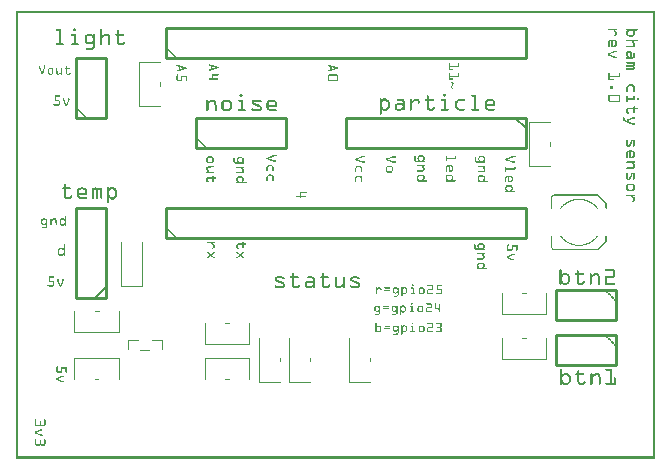
<source format=gto>
G04 MADE WITH FRITZING*
G04 WWW.FRITZING.ORG*
G04 DOUBLE SIDED*
G04 HOLES PLATED*
G04 CONTOUR ON CENTER OF CONTOUR VECTOR*
%ASAXBY*%
%FSLAX23Y23*%
%MOIN*%
%OFA0B0*%
%SFA1.0B1.0*%
%ADD10C,0.010000*%
%ADD11C,0.005000*%
%ADD12R,0.001000X0.001000*%
%LNSILK1*%
G90*
G70*
G54D10*
X298Y539D02*
X298Y839D01*
D02*
X298Y839D02*
X198Y839D01*
D02*
X198Y839D02*
X198Y539D01*
D02*
X198Y539D02*
X298Y539D01*
G54D11*
D02*
X298Y574D02*
X263Y539D01*
G54D10*
D02*
X198Y1139D02*
X298Y1139D01*
D02*
X298Y1139D02*
X298Y1339D01*
D02*
X298Y1339D02*
X198Y1339D01*
D02*
X198Y1339D02*
X198Y1139D01*
D02*
X1698Y1139D02*
X1098Y1139D01*
D02*
X1098Y1139D02*
X1098Y1039D01*
D02*
X1098Y1039D02*
X1698Y1039D01*
D02*
X1698Y1039D02*
X1698Y1139D01*
G54D11*
D02*
X1663Y1139D02*
X1698Y1104D01*
G54D10*
D02*
X498Y739D02*
X1698Y739D01*
D02*
X1698Y739D02*
X1698Y839D01*
D02*
X1698Y839D02*
X498Y839D01*
D02*
X498Y839D02*
X498Y739D01*
D02*
X498Y1339D02*
X1698Y1339D01*
D02*
X1698Y1339D02*
X1698Y1439D01*
D02*
X1698Y1439D02*
X498Y1439D01*
D02*
X498Y1439D02*
X498Y1339D01*
D02*
X598Y1039D02*
X898Y1039D01*
D02*
X898Y1039D02*
X898Y1139D01*
D02*
X898Y1139D02*
X598Y1139D01*
D02*
X598Y1139D02*
X598Y1039D01*
D02*
X1998Y564D02*
X1798Y564D01*
D02*
X1798Y564D02*
X1798Y464D01*
D02*
X1798Y464D02*
X1998Y464D01*
D02*
X1998Y464D02*
X1998Y564D01*
D02*
X1998Y414D02*
X1798Y414D01*
D02*
X1798Y414D02*
X1798Y314D01*
D02*
X1798Y314D02*
X1998Y314D01*
D02*
X1998Y314D02*
X1998Y414D01*
G54D12*
X0Y1495D02*
X2129Y1495D01*
X0Y1494D02*
X2129Y1494D01*
X0Y1493D02*
X2129Y1493D01*
X0Y1492D02*
X2129Y1492D01*
X0Y1491D02*
X2129Y1491D01*
X0Y1490D02*
X2129Y1490D01*
X0Y1489D02*
X2129Y1489D01*
X0Y1488D02*
X2129Y1488D01*
X0Y1487D02*
X7Y1487D01*
X2122Y1487D02*
X2129Y1487D01*
X0Y1486D02*
X7Y1486D01*
X2122Y1486D02*
X2129Y1486D01*
X0Y1485D02*
X7Y1485D01*
X2122Y1485D02*
X2129Y1485D01*
X0Y1484D02*
X7Y1484D01*
X2122Y1484D02*
X2129Y1484D01*
X0Y1483D02*
X7Y1483D01*
X2122Y1483D02*
X2129Y1483D01*
X0Y1482D02*
X7Y1482D01*
X2122Y1482D02*
X2129Y1482D01*
X0Y1481D02*
X7Y1481D01*
X2122Y1481D02*
X2129Y1481D01*
X0Y1480D02*
X7Y1480D01*
X2122Y1480D02*
X2129Y1480D01*
X0Y1479D02*
X7Y1479D01*
X2122Y1479D02*
X2129Y1479D01*
X0Y1478D02*
X7Y1478D01*
X2122Y1478D02*
X2129Y1478D01*
X0Y1477D02*
X7Y1477D01*
X2122Y1477D02*
X2129Y1477D01*
X0Y1476D02*
X7Y1476D01*
X2122Y1476D02*
X2129Y1476D01*
X0Y1475D02*
X7Y1475D01*
X2122Y1475D02*
X2129Y1475D01*
X0Y1474D02*
X7Y1474D01*
X2122Y1474D02*
X2129Y1474D01*
X0Y1473D02*
X7Y1473D01*
X2122Y1473D02*
X2129Y1473D01*
X0Y1472D02*
X7Y1472D01*
X2122Y1472D02*
X2129Y1472D01*
X0Y1471D02*
X7Y1471D01*
X2122Y1471D02*
X2129Y1471D01*
X0Y1470D02*
X7Y1470D01*
X2122Y1470D02*
X2129Y1470D01*
X0Y1469D02*
X7Y1469D01*
X2122Y1469D02*
X2129Y1469D01*
X0Y1468D02*
X7Y1468D01*
X2122Y1468D02*
X2129Y1468D01*
X0Y1467D02*
X7Y1467D01*
X2122Y1467D02*
X2129Y1467D01*
X0Y1466D02*
X7Y1466D01*
X2122Y1466D02*
X2129Y1466D01*
X0Y1465D02*
X7Y1465D01*
X2122Y1465D02*
X2129Y1465D01*
X0Y1464D02*
X7Y1464D01*
X2122Y1464D02*
X2129Y1464D01*
X0Y1463D02*
X7Y1463D01*
X2122Y1463D02*
X2129Y1463D01*
X0Y1462D02*
X7Y1462D01*
X2122Y1462D02*
X2129Y1462D01*
X0Y1461D02*
X7Y1461D01*
X2122Y1461D02*
X2129Y1461D01*
X0Y1460D02*
X7Y1460D01*
X2122Y1460D02*
X2129Y1460D01*
X0Y1459D02*
X7Y1459D01*
X2122Y1459D02*
X2129Y1459D01*
X0Y1458D02*
X7Y1458D01*
X2122Y1458D02*
X2129Y1458D01*
X0Y1457D02*
X7Y1457D01*
X2122Y1457D02*
X2129Y1457D01*
X0Y1456D02*
X7Y1456D01*
X2122Y1456D02*
X2129Y1456D01*
X0Y1455D02*
X7Y1455D01*
X2122Y1455D02*
X2129Y1455D01*
X0Y1454D02*
X7Y1454D01*
X2122Y1454D02*
X2129Y1454D01*
X0Y1453D02*
X7Y1453D01*
X2122Y1453D02*
X2129Y1453D01*
X0Y1452D02*
X7Y1452D01*
X2122Y1452D02*
X2129Y1452D01*
X0Y1451D02*
X7Y1451D01*
X2122Y1451D02*
X2129Y1451D01*
X0Y1450D02*
X7Y1450D01*
X2122Y1450D02*
X2129Y1450D01*
X0Y1449D02*
X7Y1449D01*
X2122Y1449D02*
X2129Y1449D01*
X0Y1448D02*
X7Y1448D01*
X2122Y1448D02*
X2129Y1448D01*
X0Y1447D02*
X7Y1447D01*
X2122Y1447D02*
X2129Y1447D01*
X0Y1446D02*
X7Y1446D01*
X2122Y1446D02*
X2129Y1446D01*
X0Y1445D02*
X7Y1445D01*
X2122Y1445D02*
X2129Y1445D01*
X0Y1444D02*
X7Y1444D01*
X2122Y1444D02*
X2129Y1444D01*
X0Y1443D02*
X7Y1443D01*
X2122Y1443D02*
X2129Y1443D01*
X0Y1442D02*
X7Y1442D01*
X2122Y1442D02*
X2129Y1442D01*
X0Y1441D02*
X7Y1441D01*
X2122Y1441D02*
X2129Y1441D01*
X0Y1440D02*
X7Y1440D01*
X2122Y1440D02*
X2129Y1440D01*
X0Y1439D02*
X7Y1439D01*
X2122Y1439D02*
X2129Y1439D01*
X0Y1438D02*
X7Y1438D01*
X2122Y1438D02*
X2129Y1438D01*
X0Y1437D02*
X7Y1437D01*
X2122Y1437D02*
X2129Y1437D01*
X0Y1436D02*
X7Y1436D01*
X192Y1436D02*
X196Y1436D01*
X2122Y1436D02*
X2129Y1436D01*
X0Y1435D02*
X7Y1435D01*
X191Y1435D02*
X198Y1435D01*
X1976Y1435D02*
X2001Y1435D01*
X2122Y1435D02*
X2129Y1435D01*
X0Y1434D02*
X7Y1434D01*
X190Y1434D02*
X199Y1434D01*
X1975Y1434D02*
X2002Y1434D01*
X2036Y1434D02*
X2071Y1434D01*
X2122Y1434D02*
X2129Y1434D01*
X0Y1433D02*
X7Y1433D01*
X135Y1433D02*
X147Y1433D01*
X190Y1433D02*
X199Y1433D01*
X282Y1433D02*
X283Y1433D01*
X1974Y1433D02*
X2002Y1433D01*
X2035Y1433D02*
X2073Y1433D01*
X2122Y1433D02*
X2129Y1433D01*
X0Y1432D02*
X7Y1432D01*
X133Y1432D02*
X148Y1432D01*
X190Y1432D02*
X199Y1432D01*
X281Y1432D02*
X285Y1432D01*
X1974Y1432D02*
X2002Y1432D01*
X2034Y1432D02*
X2073Y1432D01*
X2122Y1432D02*
X2129Y1432D01*
X0Y1431D02*
X7Y1431D01*
X133Y1431D02*
X149Y1431D01*
X190Y1431D02*
X199Y1431D01*
X280Y1431D02*
X285Y1431D01*
X1975Y1431D02*
X2001Y1431D01*
X2034Y1431D02*
X2073Y1431D01*
X2122Y1431D02*
X2129Y1431D01*
X0Y1430D02*
X7Y1430D01*
X133Y1430D02*
X149Y1430D01*
X190Y1430D02*
X199Y1430D01*
X280Y1430D02*
X286Y1430D01*
X339Y1430D02*
X341Y1430D01*
X1991Y1430D02*
X1997Y1430D01*
X2035Y1430D02*
X2072Y1430D01*
X2122Y1430D02*
X2129Y1430D01*
X0Y1429D02*
X7Y1429D01*
X133Y1429D02*
X149Y1429D01*
X190Y1429D02*
X199Y1429D01*
X280Y1429D02*
X286Y1429D01*
X338Y1429D02*
X342Y1429D01*
X1992Y1429D02*
X1997Y1429D01*
X2037Y1429D02*
X2070Y1429D01*
X2122Y1429D02*
X2129Y1429D01*
X0Y1428D02*
X7Y1428D01*
X133Y1428D02*
X149Y1428D01*
X190Y1428D02*
X199Y1428D01*
X280Y1428D02*
X286Y1428D01*
X337Y1428D02*
X343Y1428D01*
X1993Y1428D02*
X1998Y1428D01*
X2037Y1428D02*
X2043Y1428D01*
X2054Y1428D02*
X2060Y1428D01*
X2122Y1428D02*
X2129Y1428D01*
X0Y1427D02*
X7Y1427D01*
X134Y1427D02*
X149Y1427D01*
X191Y1427D02*
X198Y1427D01*
X280Y1427D02*
X286Y1427D01*
X337Y1427D02*
X343Y1427D01*
X1993Y1427D02*
X1999Y1427D01*
X2036Y1427D02*
X2042Y1427D01*
X2055Y1427D02*
X2061Y1427D01*
X2122Y1427D02*
X2129Y1427D01*
X0Y1426D02*
X7Y1426D01*
X143Y1426D02*
X149Y1426D01*
X280Y1426D02*
X286Y1426D01*
X337Y1426D02*
X343Y1426D01*
X1994Y1426D02*
X2000Y1426D01*
X2035Y1426D02*
X2041Y1426D01*
X2056Y1426D02*
X2061Y1426D01*
X2122Y1426D02*
X2129Y1426D01*
X0Y1425D02*
X7Y1425D01*
X143Y1425D02*
X149Y1425D01*
X280Y1425D02*
X286Y1425D01*
X337Y1425D02*
X343Y1425D01*
X1995Y1425D02*
X2001Y1425D01*
X2035Y1425D02*
X2040Y1425D01*
X2056Y1425D02*
X2062Y1425D01*
X2122Y1425D02*
X2129Y1425D01*
X0Y1424D02*
X7Y1424D01*
X143Y1424D02*
X149Y1424D01*
X280Y1424D02*
X286Y1424D01*
X337Y1424D02*
X343Y1424D01*
X1996Y1424D02*
X2002Y1424D01*
X2035Y1424D02*
X2039Y1424D01*
X2057Y1424D02*
X2062Y1424D01*
X2122Y1424D02*
X2129Y1424D01*
X0Y1423D02*
X7Y1423D01*
X143Y1423D02*
X149Y1423D01*
X280Y1423D02*
X286Y1423D01*
X337Y1423D02*
X343Y1423D01*
X1997Y1423D02*
X2002Y1423D01*
X2034Y1423D02*
X2039Y1423D01*
X2058Y1423D02*
X2062Y1423D01*
X2122Y1423D02*
X2129Y1423D01*
X0Y1422D02*
X7Y1422D01*
X143Y1422D02*
X149Y1422D01*
X280Y1422D02*
X286Y1422D01*
X337Y1422D02*
X343Y1422D01*
X1998Y1422D02*
X2002Y1422D01*
X2034Y1422D02*
X2038Y1422D01*
X2058Y1422D02*
X2062Y1422D01*
X2122Y1422D02*
X2129Y1422D01*
X0Y1421D02*
X7Y1421D01*
X143Y1421D02*
X149Y1421D01*
X280Y1421D02*
X286Y1421D01*
X337Y1421D02*
X343Y1421D01*
X1998Y1421D02*
X2002Y1421D01*
X2034Y1421D02*
X2038Y1421D01*
X2058Y1421D02*
X2062Y1421D01*
X2122Y1421D02*
X2129Y1421D01*
X0Y1420D02*
X7Y1420D01*
X143Y1420D02*
X149Y1420D01*
X280Y1420D02*
X286Y1420D01*
X337Y1420D02*
X343Y1420D01*
X1998Y1420D02*
X2002Y1420D01*
X2034Y1420D02*
X2038Y1420D01*
X2058Y1420D02*
X2062Y1420D01*
X2122Y1420D02*
X2129Y1420D01*
X0Y1419D02*
X7Y1419D01*
X143Y1419D02*
X149Y1419D01*
X280Y1419D02*
X286Y1419D01*
X337Y1419D02*
X343Y1419D01*
X1998Y1419D02*
X2002Y1419D01*
X2034Y1419D02*
X2038Y1419D01*
X2058Y1419D02*
X2062Y1419D01*
X2122Y1419D02*
X2129Y1419D01*
X0Y1418D02*
X7Y1418D01*
X143Y1418D02*
X149Y1418D01*
X184Y1418D02*
X197Y1418D01*
X239Y1418D02*
X250Y1418D01*
X259Y1418D02*
X261Y1418D01*
X280Y1418D02*
X286Y1418D01*
X296Y1418D02*
X305Y1418D01*
X332Y1418D02*
X358Y1418D01*
X1998Y1418D02*
X2002Y1418D01*
X2034Y1418D02*
X2039Y1418D01*
X2058Y1418D02*
X2062Y1418D01*
X2122Y1418D02*
X2129Y1418D01*
X0Y1417D02*
X7Y1417D01*
X143Y1417D02*
X149Y1417D01*
X183Y1417D02*
X198Y1417D01*
X237Y1417D02*
X252Y1417D01*
X258Y1417D02*
X262Y1417D01*
X280Y1417D02*
X286Y1417D01*
X294Y1417D02*
X307Y1417D01*
X331Y1417D02*
X359Y1417D01*
X1998Y1417D02*
X2002Y1417D01*
X2034Y1417D02*
X2039Y1417D01*
X2058Y1417D02*
X2062Y1417D01*
X2122Y1417D02*
X2129Y1417D01*
X0Y1416D02*
X7Y1416D01*
X143Y1416D02*
X149Y1416D01*
X183Y1416D02*
X199Y1416D01*
X236Y1416D02*
X253Y1416D01*
X257Y1416D02*
X263Y1416D01*
X280Y1416D02*
X286Y1416D01*
X292Y1416D02*
X309Y1416D01*
X330Y1416D02*
X360Y1416D01*
X1997Y1416D02*
X2002Y1416D01*
X2035Y1416D02*
X2040Y1416D01*
X2057Y1416D02*
X2062Y1416D01*
X2122Y1416D02*
X2129Y1416D01*
X0Y1415D02*
X7Y1415D01*
X143Y1415D02*
X149Y1415D01*
X183Y1415D02*
X199Y1415D01*
X234Y1415D02*
X255Y1415D01*
X257Y1415D02*
X263Y1415D01*
X280Y1415D02*
X286Y1415D01*
X290Y1415D02*
X310Y1415D01*
X330Y1415D02*
X360Y1415D01*
X1993Y1415D02*
X2002Y1415D01*
X2035Y1415D02*
X2040Y1415D01*
X2056Y1415D02*
X2061Y1415D01*
X2122Y1415D02*
X2129Y1415D01*
X0Y1414D02*
X7Y1414D01*
X143Y1414D02*
X149Y1414D01*
X183Y1414D02*
X199Y1414D01*
X233Y1414D02*
X263Y1414D01*
X280Y1414D02*
X286Y1414D01*
X289Y1414D02*
X311Y1414D01*
X330Y1414D02*
X360Y1414D01*
X1992Y1414D02*
X2001Y1414D01*
X2036Y1414D02*
X2042Y1414D01*
X2054Y1414D02*
X2061Y1414D01*
X2122Y1414D02*
X2129Y1414D01*
X0Y1413D02*
X7Y1413D01*
X143Y1413D02*
X149Y1413D01*
X183Y1413D02*
X199Y1413D01*
X232Y1413D02*
X263Y1413D01*
X280Y1413D02*
X311Y1413D01*
X331Y1413D02*
X359Y1413D01*
X1992Y1413D02*
X2000Y1413D01*
X2036Y1413D02*
X2060Y1413D01*
X2122Y1413D02*
X2129Y1413D01*
X0Y1412D02*
X7Y1412D01*
X143Y1412D02*
X149Y1412D01*
X185Y1412D02*
X199Y1412D01*
X231Y1412D02*
X263Y1412D01*
X280Y1412D02*
X312Y1412D01*
X332Y1412D02*
X358Y1412D01*
X1992Y1412D02*
X1999Y1412D01*
X2037Y1412D02*
X2059Y1412D01*
X2122Y1412D02*
X2129Y1412D01*
X0Y1411D02*
X7Y1411D01*
X143Y1411D02*
X149Y1411D01*
X193Y1411D02*
X199Y1411D01*
X231Y1411D02*
X240Y1411D01*
X249Y1411D02*
X263Y1411D01*
X280Y1411D02*
X296Y1411D01*
X305Y1411D02*
X312Y1411D01*
X337Y1411D02*
X343Y1411D01*
X1992Y1411D02*
X1998Y1411D01*
X2038Y1411D02*
X2058Y1411D01*
X2122Y1411D02*
X2129Y1411D01*
X0Y1410D02*
X7Y1410D01*
X143Y1410D02*
X149Y1410D01*
X193Y1410D02*
X199Y1410D01*
X230Y1410D02*
X238Y1410D01*
X251Y1410D02*
X263Y1410D01*
X280Y1410D02*
X295Y1410D01*
X306Y1410D02*
X312Y1410D01*
X337Y1410D02*
X343Y1410D01*
X2039Y1410D02*
X2057Y1410D01*
X2122Y1410D02*
X2129Y1410D01*
X0Y1409D02*
X7Y1409D01*
X143Y1409D02*
X149Y1409D01*
X193Y1409D02*
X199Y1409D01*
X230Y1409D02*
X237Y1409D01*
X252Y1409D02*
X263Y1409D01*
X280Y1409D02*
X293Y1409D01*
X306Y1409D02*
X312Y1409D01*
X337Y1409D02*
X343Y1409D01*
X2042Y1409D02*
X2055Y1409D01*
X2122Y1409D02*
X2129Y1409D01*
X0Y1408D02*
X7Y1408D01*
X143Y1408D02*
X149Y1408D01*
X193Y1408D02*
X199Y1408D01*
X230Y1408D02*
X236Y1408D01*
X253Y1408D02*
X263Y1408D01*
X280Y1408D02*
X292Y1408D01*
X306Y1408D02*
X312Y1408D01*
X337Y1408D02*
X343Y1408D01*
X2122Y1408D02*
X2129Y1408D01*
X0Y1407D02*
X7Y1407D01*
X143Y1407D02*
X149Y1407D01*
X193Y1407D02*
X199Y1407D01*
X230Y1407D02*
X236Y1407D01*
X254Y1407D02*
X263Y1407D01*
X280Y1407D02*
X290Y1407D01*
X306Y1407D02*
X312Y1407D01*
X337Y1407D02*
X343Y1407D01*
X2122Y1407D02*
X2129Y1407D01*
X0Y1406D02*
X7Y1406D01*
X143Y1406D02*
X149Y1406D01*
X193Y1406D02*
X199Y1406D01*
X230Y1406D02*
X235Y1406D01*
X255Y1406D02*
X263Y1406D01*
X280Y1406D02*
X288Y1406D01*
X306Y1406D02*
X312Y1406D01*
X337Y1406D02*
X343Y1406D01*
X2122Y1406D02*
X2129Y1406D01*
X0Y1405D02*
X7Y1405D01*
X143Y1405D02*
X149Y1405D01*
X193Y1405D02*
X199Y1405D01*
X229Y1405D02*
X235Y1405D01*
X256Y1405D02*
X263Y1405D01*
X280Y1405D02*
X287Y1405D01*
X306Y1405D02*
X312Y1405D01*
X337Y1405D02*
X343Y1405D01*
X2122Y1405D02*
X2129Y1405D01*
X0Y1404D02*
X7Y1404D01*
X143Y1404D02*
X149Y1404D01*
X193Y1404D02*
X199Y1404D01*
X229Y1404D02*
X235Y1404D01*
X257Y1404D02*
X263Y1404D01*
X280Y1404D02*
X286Y1404D01*
X307Y1404D02*
X313Y1404D01*
X337Y1404D02*
X343Y1404D01*
X2122Y1404D02*
X2129Y1404D01*
X0Y1403D02*
X7Y1403D01*
X143Y1403D02*
X149Y1403D01*
X193Y1403D02*
X199Y1403D01*
X229Y1403D02*
X235Y1403D01*
X257Y1403D02*
X263Y1403D01*
X280Y1403D02*
X286Y1403D01*
X307Y1403D02*
X313Y1403D01*
X337Y1403D02*
X343Y1403D01*
X2122Y1403D02*
X2129Y1403D01*
X0Y1402D02*
X7Y1402D01*
X143Y1402D02*
X149Y1402D01*
X193Y1402D02*
X199Y1402D01*
X229Y1402D02*
X235Y1402D01*
X257Y1402D02*
X263Y1402D01*
X280Y1402D02*
X286Y1402D01*
X307Y1402D02*
X313Y1402D01*
X337Y1402D02*
X343Y1402D01*
X2122Y1402D02*
X2129Y1402D01*
X0Y1401D02*
X7Y1401D01*
X143Y1401D02*
X149Y1401D01*
X193Y1401D02*
X199Y1401D01*
X229Y1401D02*
X235Y1401D01*
X257Y1401D02*
X263Y1401D01*
X280Y1401D02*
X286Y1401D01*
X307Y1401D02*
X313Y1401D01*
X337Y1401D02*
X343Y1401D01*
X2122Y1401D02*
X2129Y1401D01*
X0Y1400D02*
X7Y1400D01*
X143Y1400D02*
X149Y1400D01*
X193Y1400D02*
X199Y1400D01*
X229Y1400D02*
X235Y1400D01*
X257Y1400D02*
X263Y1400D01*
X280Y1400D02*
X286Y1400D01*
X307Y1400D02*
X313Y1400D01*
X337Y1400D02*
X343Y1400D01*
X2122Y1400D02*
X2129Y1400D01*
X0Y1399D02*
X7Y1399D01*
X143Y1399D02*
X149Y1399D01*
X193Y1399D02*
X199Y1399D01*
X229Y1399D02*
X235Y1399D01*
X257Y1399D02*
X263Y1399D01*
X280Y1399D02*
X286Y1399D01*
X307Y1399D02*
X313Y1399D01*
X337Y1399D02*
X343Y1399D01*
X2122Y1399D02*
X2129Y1399D01*
X0Y1398D02*
X7Y1398D01*
X143Y1398D02*
X149Y1398D01*
X193Y1398D02*
X199Y1398D01*
X229Y1398D02*
X235Y1398D01*
X257Y1398D02*
X263Y1398D01*
X280Y1398D02*
X286Y1398D01*
X307Y1398D02*
X313Y1398D01*
X337Y1398D02*
X343Y1398D01*
X1980Y1398D02*
X1996Y1398D01*
X2122Y1398D02*
X2129Y1398D01*
X0Y1397D02*
X7Y1397D01*
X143Y1397D02*
X149Y1397D01*
X193Y1397D02*
X199Y1397D01*
X229Y1397D02*
X235Y1397D01*
X257Y1397D02*
X263Y1397D01*
X280Y1397D02*
X286Y1397D01*
X307Y1397D02*
X313Y1397D01*
X337Y1397D02*
X343Y1397D01*
X1979Y1397D02*
X1997Y1397D01*
X2036Y1397D02*
X2072Y1397D01*
X2122Y1397D02*
X2129Y1397D01*
X0Y1396D02*
X7Y1396D01*
X143Y1396D02*
X149Y1396D01*
X193Y1396D02*
X199Y1396D01*
X229Y1396D02*
X235Y1396D01*
X257Y1396D02*
X263Y1396D01*
X280Y1396D02*
X286Y1396D01*
X307Y1396D02*
X313Y1396D01*
X337Y1396D02*
X343Y1396D01*
X1978Y1396D02*
X1999Y1396D01*
X2035Y1396D02*
X2073Y1396D01*
X2122Y1396D02*
X2129Y1396D01*
X0Y1395D02*
X7Y1395D01*
X143Y1395D02*
X149Y1395D01*
X193Y1395D02*
X199Y1395D01*
X229Y1395D02*
X235Y1395D01*
X256Y1395D02*
X263Y1395D01*
X280Y1395D02*
X286Y1395D01*
X307Y1395D02*
X313Y1395D01*
X337Y1395D02*
X343Y1395D01*
X1977Y1395D02*
X1999Y1395D01*
X2034Y1395D02*
X2073Y1395D01*
X2122Y1395D02*
X2129Y1395D01*
X0Y1394D02*
X7Y1394D01*
X143Y1394D02*
X149Y1394D01*
X193Y1394D02*
X199Y1394D01*
X230Y1394D02*
X236Y1394D01*
X255Y1394D02*
X263Y1394D01*
X280Y1394D02*
X286Y1394D01*
X307Y1394D02*
X313Y1394D01*
X337Y1394D02*
X343Y1394D01*
X1976Y1394D02*
X2000Y1394D01*
X2034Y1394D02*
X2073Y1394D01*
X2122Y1394D02*
X2129Y1394D01*
X0Y1393D02*
X7Y1393D01*
X143Y1393D02*
X149Y1393D01*
X193Y1393D02*
X199Y1393D01*
X230Y1393D02*
X236Y1393D01*
X253Y1393D02*
X263Y1393D01*
X280Y1393D02*
X286Y1393D01*
X307Y1393D02*
X313Y1393D01*
X337Y1393D02*
X343Y1393D01*
X1975Y1393D02*
X1981Y1393D01*
X1985Y1393D02*
X1989Y1393D01*
X1995Y1393D02*
X2001Y1393D01*
X2035Y1393D02*
X2072Y1393D01*
X2122Y1393D02*
X2129Y1393D01*
X0Y1392D02*
X7Y1392D01*
X143Y1392D02*
X149Y1392D01*
X193Y1392D02*
X199Y1392D01*
X230Y1392D02*
X237Y1392D01*
X252Y1392D02*
X263Y1392D01*
X280Y1392D02*
X286Y1392D01*
X307Y1392D02*
X313Y1392D01*
X337Y1392D02*
X343Y1392D01*
X1975Y1392D02*
X1980Y1392D01*
X1985Y1392D02*
X1989Y1392D01*
X1996Y1392D02*
X2001Y1392D01*
X2053Y1392D02*
X2058Y1392D01*
X2122Y1392D02*
X2129Y1392D01*
X0Y1391D02*
X7Y1391D01*
X143Y1391D02*
X149Y1391D01*
X193Y1391D02*
X199Y1391D01*
X230Y1391D02*
X237Y1391D01*
X251Y1391D02*
X263Y1391D01*
X280Y1391D02*
X286Y1391D01*
X307Y1391D02*
X313Y1391D01*
X337Y1391D02*
X343Y1391D01*
X359Y1391D02*
X362Y1391D01*
X1974Y1391D02*
X1979Y1391D01*
X1985Y1391D02*
X1989Y1391D01*
X1997Y1391D02*
X2002Y1391D01*
X2053Y1391D02*
X2059Y1391D01*
X2122Y1391D02*
X2129Y1391D01*
X0Y1390D02*
X7Y1390D01*
X143Y1390D02*
X149Y1390D01*
X193Y1390D02*
X199Y1390D01*
X231Y1390D02*
X239Y1390D01*
X250Y1390D02*
X263Y1390D01*
X280Y1390D02*
X286Y1390D01*
X307Y1390D02*
X313Y1390D01*
X337Y1390D02*
X343Y1390D01*
X358Y1390D02*
X363Y1390D01*
X1974Y1390D02*
X1979Y1390D01*
X1985Y1390D02*
X1989Y1390D01*
X1998Y1390D02*
X2002Y1390D01*
X2054Y1390D02*
X2059Y1390D01*
X2122Y1390D02*
X2129Y1390D01*
X0Y1389D02*
X7Y1389D01*
X143Y1389D02*
X149Y1389D01*
X193Y1389D02*
X199Y1389D01*
X231Y1389D02*
X263Y1389D01*
X280Y1389D02*
X286Y1389D01*
X307Y1389D02*
X313Y1389D01*
X337Y1389D02*
X343Y1389D01*
X357Y1389D02*
X363Y1389D01*
X1974Y1389D02*
X1978Y1389D01*
X1985Y1389D02*
X1989Y1389D01*
X1998Y1389D02*
X2002Y1389D01*
X2055Y1389D02*
X2060Y1389D01*
X2122Y1389D02*
X2129Y1389D01*
X0Y1388D02*
X7Y1388D01*
X143Y1388D02*
X149Y1388D01*
X193Y1388D02*
X199Y1388D01*
X232Y1388D02*
X263Y1388D01*
X280Y1388D02*
X286Y1388D01*
X307Y1388D02*
X313Y1388D01*
X337Y1388D02*
X343Y1388D01*
X357Y1388D02*
X363Y1388D01*
X1974Y1388D02*
X1978Y1388D01*
X1985Y1388D02*
X1989Y1388D01*
X1998Y1388D02*
X2002Y1388D01*
X2055Y1388D02*
X2061Y1388D01*
X2122Y1388D02*
X2129Y1388D01*
X0Y1387D02*
X7Y1387D01*
X143Y1387D02*
X149Y1387D01*
X193Y1387D02*
X199Y1387D01*
X233Y1387D02*
X263Y1387D01*
X280Y1387D02*
X286Y1387D01*
X307Y1387D02*
X313Y1387D01*
X337Y1387D02*
X344Y1387D01*
X356Y1387D02*
X363Y1387D01*
X1974Y1387D02*
X1978Y1387D01*
X1985Y1387D02*
X1989Y1387D01*
X1998Y1387D02*
X2002Y1387D01*
X2056Y1387D02*
X2061Y1387D01*
X2122Y1387D02*
X2129Y1387D01*
X0Y1386D02*
X7Y1386D01*
X135Y1386D02*
X156Y1386D01*
X186Y1386D02*
X207Y1386D01*
X234Y1386D02*
X255Y1386D01*
X257Y1386D02*
X263Y1386D01*
X280Y1386D02*
X286Y1386D01*
X307Y1386D02*
X313Y1386D01*
X337Y1386D02*
X363Y1386D01*
X1974Y1386D02*
X1978Y1386D01*
X1985Y1386D02*
X1989Y1386D01*
X1998Y1386D02*
X2002Y1386D01*
X2057Y1386D02*
X2062Y1386D01*
X2122Y1386D02*
X2129Y1386D01*
X0Y1385D02*
X7Y1385D01*
X134Y1385D02*
X158Y1385D01*
X184Y1385D02*
X208Y1385D01*
X235Y1385D02*
X254Y1385D01*
X257Y1385D02*
X263Y1385D01*
X280Y1385D02*
X286Y1385D01*
X307Y1385D02*
X313Y1385D01*
X338Y1385D02*
X362Y1385D01*
X1974Y1385D02*
X1978Y1385D01*
X1985Y1385D02*
X1989Y1385D01*
X1998Y1385D02*
X2002Y1385D01*
X2057Y1385D02*
X2062Y1385D01*
X2122Y1385D02*
X2129Y1385D01*
X0Y1384D02*
X7Y1384D01*
X133Y1384D02*
X159Y1384D01*
X183Y1384D02*
X209Y1384D01*
X236Y1384D02*
X253Y1384D01*
X257Y1384D02*
X263Y1384D01*
X280Y1384D02*
X286Y1384D01*
X307Y1384D02*
X313Y1384D01*
X338Y1384D02*
X362Y1384D01*
X1974Y1384D02*
X1978Y1384D01*
X1985Y1384D02*
X1989Y1384D01*
X1998Y1384D02*
X2002Y1384D01*
X2058Y1384D02*
X2062Y1384D01*
X2122Y1384D02*
X2129Y1384D01*
X0Y1383D02*
X7Y1383D01*
X133Y1383D02*
X159Y1383D01*
X183Y1383D02*
X209Y1383D01*
X238Y1383D02*
X251Y1383D01*
X257Y1383D02*
X263Y1383D01*
X280Y1383D02*
X286Y1383D01*
X307Y1383D02*
X313Y1383D01*
X339Y1383D02*
X361Y1383D01*
X1974Y1383D02*
X1978Y1383D01*
X1985Y1383D02*
X1989Y1383D01*
X1998Y1383D02*
X2002Y1383D01*
X2058Y1383D02*
X2062Y1383D01*
X2122Y1383D02*
X2129Y1383D01*
X0Y1382D02*
X7Y1382D01*
X133Y1382D02*
X159Y1382D01*
X183Y1382D02*
X209Y1382D01*
X257Y1382D02*
X263Y1382D01*
X280Y1382D02*
X286Y1382D01*
X307Y1382D02*
X313Y1382D01*
X340Y1382D02*
X360Y1382D01*
X1974Y1382D02*
X1978Y1382D01*
X1985Y1382D02*
X1989Y1382D01*
X1998Y1382D02*
X2002Y1382D01*
X2058Y1382D02*
X2062Y1382D01*
X2122Y1382D02*
X2129Y1382D01*
X0Y1381D02*
X7Y1381D01*
X133Y1381D02*
X159Y1381D01*
X183Y1381D02*
X209Y1381D01*
X257Y1381D02*
X263Y1381D01*
X280Y1381D02*
X285Y1381D01*
X308Y1381D02*
X313Y1381D01*
X341Y1381D02*
X359Y1381D01*
X1974Y1381D02*
X1978Y1381D01*
X1985Y1381D02*
X1989Y1381D01*
X1997Y1381D02*
X2002Y1381D01*
X2058Y1381D02*
X2062Y1381D01*
X2122Y1381D02*
X2129Y1381D01*
X0Y1380D02*
X7Y1380D01*
X134Y1380D02*
X158Y1380D01*
X184Y1380D02*
X208Y1380D01*
X257Y1380D02*
X263Y1380D01*
X281Y1380D02*
X284Y1380D01*
X309Y1380D02*
X312Y1380D01*
X343Y1380D02*
X357Y1380D01*
X1974Y1380D02*
X1978Y1380D01*
X1985Y1380D02*
X1989Y1380D01*
X1996Y1380D02*
X2001Y1380D01*
X2058Y1380D02*
X2062Y1380D01*
X2122Y1380D02*
X2129Y1380D01*
X0Y1379D02*
X7Y1379D01*
X257Y1379D02*
X263Y1379D01*
X1974Y1379D02*
X1978Y1379D01*
X1985Y1379D02*
X1989Y1379D01*
X1995Y1379D02*
X2001Y1379D01*
X2058Y1379D02*
X2062Y1379D01*
X2122Y1379D02*
X2129Y1379D01*
X0Y1378D02*
X7Y1378D01*
X257Y1378D02*
X263Y1378D01*
X1974Y1378D02*
X1978Y1378D01*
X1985Y1378D02*
X2000Y1378D01*
X2056Y1378D02*
X2062Y1378D01*
X2122Y1378D02*
X2129Y1378D01*
X0Y1377D02*
X7Y1377D01*
X257Y1377D02*
X263Y1377D01*
X1974Y1377D02*
X1978Y1377D01*
X1985Y1377D02*
X1999Y1377D01*
X2036Y1377D02*
X2061Y1377D01*
X2122Y1377D02*
X2129Y1377D01*
X0Y1376D02*
X7Y1376D01*
X257Y1376D02*
X263Y1376D01*
X1974Y1376D02*
X1978Y1376D01*
X1985Y1376D02*
X1999Y1376D01*
X2035Y1376D02*
X2061Y1376D01*
X2122Y1376D02*
X2129Y1376D01*
X0Y1375D02*
X7Y1375D01*
X256Y1375D02*
X263Y1375D01*
X499Y1375D02*
X500Y1375D01*
X1974Y1375D02*
X1978Y1375D01*
X1985Y1375D02*
X1997Y1375D01*
X2034Y1375D02*
X2060Y1375D01*
X2122Y1375D02*
X2129Y1375D01*
X0Y1374D02*
X7Y1374D01*
X255Y1374D02*
X263Y1374D01*
X498Y1374D02*
X501Y1374D01*
X1975Y1374D02*
X1977Y1374D01*
X1986Y1374D02*
X1996Y1374D01*
X2034Y1374D02*
X2059Y1374D01*
X2122Y1374D02*
X2129Y1374D01*
X0Y1373D02*
X7Y1373D01*
X254Y1373D02*
X262Y1373D01*
X497Y1373D02*
X502Y1373D01*
X2035Y1373D02*
X2057Y1373D01*
X2122Y1373D02*
X2129Y1373D01*
X0Y1372D02*
X7Y1372D01*
X253Y1372D02*
X262Y1372D01*
X497Y1372D02*
X503Y1372D01*
X2122Y1372D02*
X2129Y1372D01*
X0Y1371D02*
X7Y1371D01*
X235Y1371D02*
X261Y1371D01*
X498Y1371D02*
X504Y1371D01*
X2122Y1371D02*
X2129Y1371D01*
X0Y1370D02*
X7Y1370D01*
X234Y1370D02*
X260Y1370D01*
X499Y1370D02*
X505Y1370D01*
X2122Y1370D02*
X2129Y1370D01*
X0Y1369D02*
X7Y1369D01*
X233Y1369D02*
X259Y1369D01*
X500Y1369D02*
X506Y1369D01*
X2122Y1369D02*
X2129Y1369D01*
X0Y1368D02*
X7Y1368D01*
X233Y1368D02*
X258Y1368D01*
X501Y1368D02*
X507Y1368D01*
X2122Y1368D02*
X2129Y1368D01*
X0Y1367D02*
X7Y1367D01*
X233Y1367D02*
X257Y1367D01*
X502Y1367D02*
X508Y1367D01*
X2122Y1367D02*
X2129Y1367D01*
X0Y1366D02*
X7Y1366D01*
X234Y1366D02*
X256Y1366D01*
X503Y1366D02*
X509Y1366D01*
X2122Y1366D02*
X2129Y1366D01*
X0Y1365D02*
X7Y1365D01*
X235Y1365D02*
X254Y1365D01*
X504Y1365D02*
X510Y1365D01*
X2122Y1365D02*
X2129Y1365D01*
X0Y1364D02*
X7Y1364D01*
X505Y1364D02*
X511Y1364D01*
X2122Y1364D02*
X2129Y1364D01*
X0Y1363D02*
X7Y1363D01*
X506Y1363D02*
X512Y1363D01*
X2122Y1363D02*
X2129Y1363D01*
X0Y1362D02*
X7Y1362D01*
X507Y1362D02*
X512Y1362D01*
X2122Y1362D02*
X2129Y1362D01*
X0Y1361D02*
X7Y1361D01*
X508Y1361D02*
X513Y1361D01*
X1993Y1361D02*
X2001Y1361D01*
X2122Y1361D02*
X2129Y1361D01*
X0Y1360D02*
X7Y1360D01*
X509Y1360D02*
X514Y1360D01*
X1991Y1360D02*
X2002Y1360D01*
X2039Y1360D02*
X2046Y1360D01*
X2122Y1360D02*
X2129Y1360D01*
X0Y1359D02*
X7Y1359D01*
X510Y1359D02*
X515Y1359D01*
X1989Y1359D02*
X2002Y1359D01*
X2037Y1359D02*
X2048Y1359D01*
X2122Y1359D02*
X2129Y1359D01*
X0Y1358D02*
X7Y1358D01*
X511Y1358D02*
X516Y1358D01*
X1986Y1358D02*
X2002Y1358D01*
X2036Y1358D02*
X2049Y1358D01*
X2122Y1358D02*
X2129Y1358D01*
X0Y1357D02*
X7Y1357D01*
X512Y1357D02*
X517Y1357D01*
X1984Y1357D02*
X2000Y1357D01*
X2036Y1357D02*
X2050Y1357D01*
X2122Y1357D02*
X2129Y1357D01*
X0Y1356D02*
X7Y1356D01*
X513Y1356D02*
X518Y1356D01*
X1982Y1356D02*
X1994Y1356D01*
X2035Y1356D02*
X2051Y1356D01*
X2122Y1356D02*
X2129Y1356D01*
X0Y1355D02*
X7Y1355D01*
X514Y1355D02*
X519Y1355D01*
X1980Y1355D02*
X1991Y1355D01*
X2035Y1355D02*
X2040Y1355D01*
X2046Y1355D02*
X2051Y1355D01*
X2059Y1355D02*
X2061Y1355D01*
X2122Y1355D02*
X2129Y1355D01*
X0Y1354D02*
X7Y1354D01*
X515Y1354D02*
X521Y1354D01*
X1977Y1354D02*
X1989Y1354D01*
X2034Y1354D02*
X2039Y1354D01*
X2047Y1354D02*
X2051Y1354D01*
X2058Y1354D02*
X2062Y1354D01*
X2122Y1354D02*
X2129Y1354D01*
X0Y1353D02*
X7Y1353D01*
X516Y1353D02*
X522Y1353D01*
X1975Y1353D02*
X1987Y1353D01*
X2034Y1353D02*
X2038Y1353D01*
X2047Y1353D02*
X2051Y1353D01*
X2058Y1353D02*
X2062Y1353D01*
X2122Y1353D02*
X2129Y1353D01*
X0Y1352D02*
X7Y1352D01*
X517Y1352D02*
X523Y1352D01*
X1975Y1352D02*
X1984Y1352D01*
X2034Y1352D02*
X2038Y1352D01*
X2047Y1352D02*
X2051Y1352D01*
X2058Y1352D02*
X2062Y1352D01*
X2122Y1352D02*
X2129Y1352D01*
X0Y1351D02*
X7Y1351D01*
X518Y1351D02*
X524Y1351D01*
X1974Y1351D02*
X1982Y1351D01*
X2034Y1351D02*
X2038Y1351D01*
X2047Y1351D02*
X2051Y1351D01*
X2058Y1351D02*
X2062Y1351D01*
X2122Y1351D02*
X2129Y1351D01*
X0Y1350D02*
X7Y1350D01*
X519Y1350D02*
X525Y1350D01*
X1974Y1350D02*
X1980Y1350D01*
X2034Y1350D02*
X2038Y1350D01*
X2047Y1350D02*
X2051Y1350D01*
X2058Y1350D02*
X2062Y1350D01*
X2122Y1350D02*
X2129Y1350D01*
X0Y1349D02*
X7Y1349D01*
X520Y1349D02*
X526Y1349D01*
X1974Y1349D02*
X1980Y1349D01*
X2034Y1349D02*
X2038Y1349D01*
X2047Y1349D02*
X2051Y1349D01*
X2058Y1349D02*
X2062Y1349D01*
X2122Y1349D02*
X2129Y1349D01*
X0Y1348D02*
X7Y1348D01*
X521Y1348D02*
X527Y1348D01*
X1974Y1348D02*
X1982Y1348D01*
X2034Y1348D02*
X2038Y1348D01*
X2047Y1348D02*
X2051Y1348D01*
X2058Y1348D02*
X2062Y1348D01*
X2122Y1348D02*
X2129Y1348D01*
X0Y1347D02*
X7Y1347D01*
X522Y1347D02*
X528Y1347D01*
X1974Y1347D02*
X1984Y1347D01*
X2034Y1347D02*
X2038Y1347D01*
X2047Y1347D02*
X2051Y1347D01*
X2058Y1347D02*
X2062Y1347D01*
X2122Y1347D02*
X2129Y1347D01*
X0Y1346D02*
X7Y1346D01*
X523Y1346D02*
X529Y1346D01*
X1975Y1346D02*
X1986Y1346D01*
X2034Y1346D02*
X2039Y1346D01*
X2047Y1346D02*
X2051Y1346D01*
X2058Y1346D02*
X2062Y1346D01*
X2122Y1346D02*
X2129Y1346D01*
X0Y1345D02*
X7Y1345D01*
X524Y1345D02*
X530Y1345D01*
X1977Y1345D02*
X1989Y1345D01*
X2034Y1345D02*
X2039Y1345D01*
X2047Y1345D02*
X2051Y1345D01*
X2058Y1345D02*
X2062Y1345D01*
X2122Y1345D02*
X2129Y1345D01*
X0Y1344D02*
X7Y1344D01*
X525Y1344D02*
X531Y1344D01*
X1979Y1344D02*
X1991Y1344D01*
X2035Y1344D02*
X2040Y1344D01*
X2047Y1344D02*
X2051Y1344D01*
X2058Y1344D02*
X2062Y1344D01*
X2122Y1344D02*
X2129Y1344D01*
X0Y1343D02*
X7Y1343D01*
X526Y1343D02*
X532Y1343D01*
X1981Y1343D02*
X1993Y1343D01*
X2035Y1343D02*
X2040Y1343D01*
X2047Y1343D02*
X2051Y1343D01*
X2058Y1343D02*
X2062Y1343D01*
X2122Y1343D02*
X2129Y1343D01*
X0Y1342D02*
X7Y1342D01*
X527Y1342D02*
X533Y1342D01*
X1984Y1342D02*
X1995Y1342D01*
X2036Y1342D02*
X2041Y1342D01*
X2047Y1342D02*
X2051Y1342D01*
X2058Y1342D02*
X2062Y1342D01*
X2122Y1342D02*
X2129Y1342D01*
X0Y1341D02*
X7Y1341D01*
X528Y1341D02*
X533Y1341D01*
X1986Y1341D02*
X2001Y1341D01*
X2036Y1341D02*
X2041Y1341D01*
X2046Y1341D02*
X2051Y1341D01*
X2055Y1341D02*
X2062Y1341D01*
X2122Y1341D02*
X2129Y1341D01*
X0Y1340D02*
X7Y1340D01*
X529Y1340D02*
X533Y1340D01*
X1988Y1340D02*
X2002Y1340D01*
X2036Y1340D02*
X2061Y1340D01*
X2122Y1340D02*
X2129Y1340D01*
X0Y1339D02*
X7Y1339D01*
X530Y1339D02*
X532Y1339D01*
X1991Y1339D02*
X2002Y1339D01*
X2035Y1339D02*
X2061Y1339D01*
X2122Y1339D02*
X2129Y1339D01*
X0Y1338D02*
X7Y1338D01*
X531Y1338D02*
X531Y1338D01*
X1993Y1338D02*
X2002Y1338D01*
X2034Y1338D02*
X2060Y1338D01*
X2122Y1338D02*
X2129Y1338D01*
X0Y1337D02*
X7Y1337D01*
X1995Y1337D02*
X2000Y1337D01*
X2034Y1337D02*
X2059Y1337D01*
X2122Y1337D02*
X2129Y1337D01*
X0Y1336D02*
X7Y1336D01*
X2035Y1336D02*
X2056Y1336D01*
X2122Y1336D02*
X2129Y1336D01*
X0Y1335D02*
X7Y1335D01*
X2122Y1335D02*
X2129Y1335D01*
X0Y1334D02*
X7Y1334D01*
X2122Y1334D02*
X2129Y1334D01*
X0Y1333D02*
X7Y1333D01*
X2122Y1333D02*
X2129Y1333D01*
X0Y1332D02*
X7Y1332D01*
X2122Y1332D02*
X2129Y1332D01*
X0Y1331D02*
X7Y1331D01*
X2122Y1331D02*
X2129Y1331D01*
X0Y1330D02*
X7Y1330D01*
X2122Y1330D02*
X2129Y1330D01*
X0Y1329D02*
X7Y1329D01*
X2122Y1329D02*
X2129Y1329D01*
X0Y1328D02*
X7Y1328D01*
X2122Y1328D02*
X2129Y1328D01*
X0Y1327D02*
X7Y1327D01*
X2122Y1327D02*
X2129Y1327D01*
X0Y1326D02*
X7Y1326D01*
X2122Y1326D02*
X2129Y1326D01*
X0Y1325D02*
X7Y1325D01*
X2122Y1325D02*
X2129Y1325D01*
X0Y1324D02*
X7Y1324D01*
X410Y1324D02*
X484Y1324D01*
X2036Y1324D02*
X2060Y1324D01*
X2122Y1324D02*
X2129Y1324D01*
X0Y1323D02*
X7Y1323D01*
X410Y1323D02*
X484Y1323D01*
X2035Y1323D02*
X2062Y1323D01*
X2122Y1323D02*
X2129Y1323D01*
X0Y1322D02*
X7Y1322D01*
X410Y1322D02*
X484Y1322D01*
X2034Y1322D02*
X2062Y1322D01*
X2122Y1322D02*
X2129Y1322D01*
X0Y1321D02*
X7Y1321D01*
X410Y1321D02*
X412Y1321D01*
X482Y1321D02*
X484Y1321D01*
X2034Y1321D02*
X2062Y1321D01*
X2122Y1321D02*
X2129Y1321D01*
X0Y1320D02*
X7Y1320D01*
X410Y1320D02*
X412Y1320D01*
X482Y1320D02*
X484Y1320D01*
X2035Y1320D02*
X2062Y1320D01*
X2122Y1320D02*
X2129Y1320D01*
X0Y1319D02*
X7Y1319D01*
X410Y1319D02*
X412Y1319D01*
X482Y1319D02*
X484Y1319D01*
X1442Y1319D02*
X1445Y1319D01*
X1473Y1319D02*
X1475Y1319D01*
X2037Y1319D02*
X2061Y1319D01*
X2122Y1319D02*
X2129Y1319D01*
X0Y1318D02*
X7Y1318D01*
X410Y1318D02*
X412Y1318D01*
X482Y1318D02*
X484Y1318D01*
X1442Y1318D02*
X1445Y1318D01*
X1472Y1318D02*
X1476Y1318D01*
X2056Y1318D02*
X2061Y1318D01*
X2122Y1318D02*
X2129Y1318D01*
X0Y1317D02*
X7Y1317D01*
X410Y1317D02*
X412Y1317D01*
X482Y1317D02*
X484Y1317D01*
X1442Y1317D02*
X1445Y1317D01*
X1472Y1317D02*
X1476Y1317D01*
X2056Y1317D02*
X2062Y1317D01*
X2122Y1317D02*
X2129Y1317D01*
X0Y1316D02*
X7Y1316D01*
X410Y1316D02*
X412Y1316D01*
X482Y1316D02*
X484Y1316D01*
X642Y1316D02*
X647Y1316D01*
X1442Y1316D02*
X1445Y1316D01*
X1472Y1316D02*
X1476Y1316D01*
X2057Y1316D02*
X2062Y1316D01*
X2122Y1316D02*
X2129Y1316D01*
X0Y1315D02*
X7Y1315D01*
X410Y1315D02*
X412Y1315D01*
X482Y1315D02*
X484Y1315D01*
X642Y1315D02*
X650Y1315D01*
X1442Y1315D02*
X1445Y1315D01*
X1472Y1315D02*
X1476Y1315D01*
X2058Y1315D02*
X2062Y1315D01*
X2122Y1315D02*
X2129Y1315D01*
X0Y1314D02*
X7Y1314D01*
X410Y1314D02*
X412Y1314D01*
X482Y1314D02*
X484Y1314D01*
X536Y1314D02*
X539Y1314D01*
X642Y1314D02*
X653Y1314D01*
X1040Y1314D02*
X1044Y1314D01*
X1442Y1314D02*
X1445Y1314D01*
X1472Y1314D02*
X1476Y1314D01*
X2058Y1314D02*
X2062Y1314D01*
X2122Y1314D02*
X2129Y1314D01*
X0Y1313D02*
X7Y1313D01*
X410Y1313D02*
X412Y1313D01*
X482Y1313D02*
X484Y1313D01*
X535Y1313D02*
X543Y1313D01*
X643Y1313D02*
X657Y1313D01*
X1040Y1313D02*
X1047Y1313D01*
X1442Y1313D02*
X1445Y1313D01*
X1472Y1313D02*
X1476Y1313D01*
X2035Y1313D02*
X2062Y1313D01*
X2122Y1313D02*
X2129Y1313D01*
X0Y1312D02*
X7Y1312D01*
X79Y1312D02*
X79Y1312D01*
X94Y1312D02*
X95Y1312D01*
X410Y1312D02*
X412Y1312D01*
X482Y1312D02*
X484Y1312D01*
X535Y1312D02*
X546Y1312D01*
X645Y1312D02*
X660Y1312D01*
X1040Y1312D02*
X1050Y1312D01*
X1442Y1312D02*
X1445Y1312D01*
X1472Y1312D02*
X1476Y1312D01*
X2035Y1312D02*
X2062Y1312D01*
X2122Y1312D02*
X2129Y1312D01*
X0Y1311D02*
X7Y1311D01*
X78Y1311D02*
X80Y1311D01*
X93Y1311D02*
X96Y1311D01*
X410Y1311D02*
X412Y1311D01*
X482Y1311D02*
X484Y1311D01*
X536Y1311D02*
X549Y1311D01*
X648Y1311D02*
X664Y1311D01*
X1040Y1311D02*
X1054Y1311D01*
X1442Y1311D02*
X1446Y1311D01*
X1472Y1311D02*
X1476Y1311D01*
X2034Y1311D02*
X2061Y1311D01*
X2122Y1311D02*
X2129Y1311D01*
X0Y1310D02*
X7Y1310D01*
X77Y1310D02*
X80Y1310D01*
X93Y1310D02*
X96Y1310D01*
X167Y1310D02*
X169Y1310D01*
X410Y1310D02*
X412Y1310D01*
X482Y1310D02*
X484Y1310D01*
X538Y1310D02*
X553Y1310D01*
X649Y1310D02*
X667Y1310D01*
X1042Y1310D02*
X1057Y1310D01*
X1442Y1310D02*
X1476Y1310D01*
X2035Y1310D02*
X2060Y1310D01*
X2122Y1310D02*
X2129Y1310D01*
X0Y1309D02*
X7Y1309D01*
X77Y1309D02*
X80Y1309D01*
X93Y1309D02*
X96Y1309D01*
X167Y1309D02*
X169Y1309D01*
X410Y1309D02*
X412Y1309D01*
X482Y1309D02*
X484Y1309D01*
X541Y1309D02*
X556Y1309D01*
X649Y1309D02*
X653Y1309D01*
X655Y1309D02*
X670Y1309D01*
X1045Y1309D02*
X1061Y1309D01*
X1442Y1309D02*
X1476Y1309D01*
X2035Y1309D02*
X2060Y1309D01*
X2122Y1309D02*
X2129Y1309D01*
X0Y1308D02*
X7Y1308D01*
X77Y1308D02*
X80Y1308D01*
X93Y1308D02*
X96Y1308D01*
X167Y1308D02*
X170Y1308D01*
X410Y1308D02*
X412Y1308D01*
X482Y1308D02*
X484Y1308D01*
X543Y1308D02*
X560Y1308D01*
X649Y1308D02*
X653Y1308D01*
X659Y1308D02*
X674Y1308D01*
X1047Y1308D02*
X1064Y1308D01*
X1442Y1308D02*
X1476Y1308D01*
X2056Y1308D02*
X2061Y1308D01*
X2122Y1308D02*
X2129Y1308D01*
X0Y1307D02*
X7Y1307D01*
X77Y1307D02*
X80Y1307D01*
X93Y1307D02*
X96Y1307D01*
X167Y1307D02*
X170Y1307D01*
X410Y1307D02*
X412Y1307D01*
X482Y1307D02*
X484Y1307D01*
X543Y1307D02*
X563Y1307D01*
X649Y1307D02*
X653Y1307D01*
X662Y1307D02*
X675Y1307D01*
X1047Y1307D02*
X1067Y1307D01*
X1442Y1307D02*
X1476Y1307D01*
X2056Y1307D02*
X2062Y1307D01*
X2122Y1307D02*
X2129Y1307D01*
X0Y1306D02*
X7Y1306D01*
X77Y1306D02*
X80Y1306D01*
X93Y1306D02*
X96Y1306D01*
X167Y1306D02*
X170Y1306D01*
X410Y1306D02*
X412Y1306D01*
X482Y1306D02*
X484Y1306D01*
X543Y1306D02*
X546Y1306D01*
X551Y1306D02*
X566Y1306D01*
X649Y1306D02*
X653Y1306D01*
X665Y1306D02*
X676Y1306D01*
X1047Y1306D02*
X1051Y1306D01*
X1056Y1306D02*
X1071Y1306D01*
X1442Y1306D02*
X1445Y1306D01*
X2057Y1306D02*
X2062Y1306D01*
X2122Y1306D02*
X2129Y1306D01*
X0Y1305D02*
X7Y1305D01*
X77Y1305D02*
X80Y1305D01*
X93Y1305D02*
X96Y1305D01*
X167Y1305D02*
X170Y1305D01*
X410Y1305D02*
X412Y1305D01*
X482Y1305D02*
X484Y1305D01*
X543Y1305D02*
X546Y1305D01*
X555Y1305D02*
X568Y1305D01*
X649Y1305D02*
X653Y1305D01*
X664Y1305D02*
X676Y1305D01*
X1047Y1305D02*
X1051Y1305D01*
X1059Y1305D02*
X1073Y1305D01*
X1442Y1305D02*
X1445Y1305D01*
X2058Y1305D02*
X2062Y1305D01*
X2122Y1305D02*
X2129Y1305D01*
X0Y1304D02*
X7Y1304D01*
X77Y1304D02*
X80Y1304D01*
X93Y1304D02*
X96Y1304D01*
X166Y1304D02*
X170Y1304D01*
X410Y1304D02*
X412Y1304D01*
X482Y1304D02*
X484Y1304D01*
X543Y1304D02*
X546Y1304D01*
X558Y1304D02*
X569Y1304D01*
X649Y1304D02*
X653Y1304D01*
X661Y1304D02*
X675Y1304D01*
X1047Y1304D02*
X1051Y1304D01*
X1063Y1304D02*
X1073Y1304D01*
X1442Y1304D02*
X1445Y1304D01*
X2057Y1304D02*
X2062Y1304D01*
X2122Y1304D02*
X2129Y1304D01*
X0Y1303D02*
X7Y1303D01*
X78Y1303D02*
X81Y1303D01*
X93Y1303D02*
X96Y1303D01*
X110Y1303D02*
X120Y1303D01*
X135Y1303D02*
X137Y1303D01*
X150Y1303D02*
X152Y1303D01*
X163Y1303D02*
X179Y1303D01*
X410Y1303D02*
X412Y1303D01*
X482Y1303D02*
X484Y1303D01*
X543Y1303D02*
X546Y1303D01*
X558Y1303D02*
X569Y1303D01*
X649Y1303D02*
X653Y1303D01*
X657Y1303D02*
X672Y1303D01*
X1047Y1303D02*
X1051Y1303D01*
X1062Y1303D02*
X1073Y1303D01*
X1442Y1303D02*
X1445Y1303D01*
X2036Y1303D02*
X2062Y1303D01*
X2122Y1303D02*
X2129Y1303D01*
X0Y1302D02*
X7Y1302D01*
X78Y1302D02*
X81Y1302D01*
X92Y1302D02*
X96Y1302D01*
X109Y1302D02*
X121Y1302D01*
X134Y1302D02*
X137Y1302D01*
X150Y1302D02*
X153Y1302D01*
X163Y1302D02*
X179Y1302D01*
X410Y1302D02*
X412Y1302D01*
X482Y1302D02*
X484Y1302D01*
X543Y1302D02*
X546Y1302D01*
X555Y1302D02*
X568Y1302D01*
X649Y1302D02*
X669Y1302D01*
X1047Y1302D02*
X1051Y1302D01*
X1059Y1302D02*
X1073Y1302D01*
X1442Y1302D02*
X1446Y1302D01*
X2035Y1302D02*
X2061Y1302D01*
X2122Y1302D02*
X2129Y1302D01*
X0Y1301D02*
X7Y1301D01*
X78Y1301D02*
X82Y1301D01*
X92Y1301D02*
X95Y1301D01*
X108Y1301D02*
X123Y1301D01*
X134Y1301D02*
X137Y1301D01*
X150Y1301D02*
X153Y1301D01*
X163Y1301D02*
X179Y1301D01*
X410Y1301D02*
X412Y1301D01*
X482Y1301D02*
X484Y1301D01*
X543Y1301D02*
X546Y1301D01*
X551Y1301D02*
X566Y1301D01*
X649Y1301D02*
X665Y1301D01*
X1047Y1301D02*
X1051Y1301D01*
X1056Y1301D02*
X1071Y1301D01*
X1442Y1301D02*
X1456Y1301D01*
X2034Y1301D02*
X2061Y1301D01*
X2122Y1301D02*
X2129Y1301D01*
X0Y1300D02*
X7Y1300D01*
X79Y1300D02*
X82Y1300D01*
X92Y1300D02*
X95Y1300D01*
X107Y1300D02*
X123Y1300D01*
X134Y1300D02*
X137Y1300D01*
X150Y1300D02*
X153Y1300D01*
X164Y1300D02*
X178Y1300D01*
X410Y1300D02*
X412Y1300D01*
X482Y1300D02*
X484Y1300D01*
X543Y1300D02*
X563Y1300D01*
X647Y1300D02*
X662Y1300D01*
X1047Y1300D02*
X1067Y1300D01*
X1442Y1300D02*
X1457Y1300D01*
X2034Y1300D02*
X2060Y1300D01*
X2122Y1300D02*
X2129Y1300D01*
X0Y1299D02*
X7Y1299D01*
X79Y1299D02*
X82Y1299D01*
X91Y1299D02*
X94Y1299D01*
X106Y1299D02*
X110Y1299D01*
X120Y1299D02*
X124Y1299D01*
X134Y1299D02*
X137Y1299D01*
X150Y1299D02*
X153Y1299D01*
X167Y1299D02*
X170Y1299D01*
X410Y1299D02*
X412Y1299D01*
X482Y1299D02*
X484Y1299D01*
X543Y1299D02*
X560Y1299D01*
X644Y1299D02*
X659Y1299D01*
X1047Y1299D02*
X1064Y1299D01*
X1442Y1299D02*
X1457Y1299D01*
X2035Y1299D02*
X2058Y1299D01*
X2122Y1299D02*
X2129Y1299D01*
X0Y1298D02*
X7Y1298D01*
X79Y1298D02*
X83Y1298D01*
X91Y1298D02*
X94Y1298D01*
X106Y1298D02*
X109Y1298D01*
X121Y1298D02*
X124Y1298D01*
X134Y1298D02*
X137Y1298D01*
X150Y1298D02*
X153Y1298D01*
X167Y1298D02*
X170Y1298D01*
X410Y1298D02*
X412Y1298D01*
X482Y1298D02*
X484Y1298D01*
X541Y1298D02*
X556Y1298D01*
X642Y1298D02*
X655Y1298D01*
X1045Y1298D02*
X1061Y1298D01*
X1443Y1298D02*
X1456Y1298D01*
X2037Y1298D02*
X2037Y1298D01*
X2122Y1298D02*
X2129Y1298D01*
X0Y1297D02*
X7Y1297D01*
X80Y1297D02*
X83Y1297D01*
X90Y1297D02*
X94Y1297D01*
X106Y1297D02*
X109Y1297D01*
X121Y1297D02*
X124Y1297D01*
X134Y1297D02*
X137Y1297D01*
X150Y1297D02*
X153Y1297D01*
X167Y1297D02*
X170Y1297D01*
X410Y1297D02*
X412Y1297D01*
X482Y1297D02*
X484Y1297D01*
X538Y1297D02*
X553Y1297D01*
X642Y1297D02*
X652Y1297D01*
X1042Y1297D02*
X1057Y1297D01*
X2122Y1297D02*
X2129Y1297D01*
X0Y1296D02*
X7Y1296D01*
X80Y1296D02*
X84Y1296D01*
X90Y1296D02*
X93Y1296D01*
X106Y1296D02*
X109Y1296D01*
X121Y1296D02*
X124Y1296D01*
X134Y1296D02*
X137Y1296D01*
X150Y1296D02*
X153Y1296D01*
X167Y1296D02*
X170Y1296D01*
X410Y1296D02*
X412Y1296D01*
X482Y1296D02*
X484Y1296D01*
X536Y1296D02*
X549Y1296D01*
X642Y1296D02*
X648Y1296D01*
X1040Y1296D02*
X1054Y1296D01*
X2122Y1296D02*
X2129Y1296D01*
X0Y1295D02*
X7Y1295D01*
X81Y1295D02*
X84Y1295D01*
X90Y1295D02*
X93Y1295D01*
X106Y1295D02*
X109Y1295D01*
X121Y1295D02*
X124Y1295D01*
X135Y1295D02*
X137Y1295D01*
X150Y1295D02*
X153Y1295D01*
X167Y1295D02*
X170Y1295D01*
X410Y1295D02*
X412Y1295D01*
X482Y1295D02*
X484Y1295D01*
X535Y1295D02*
X546Y1295D01*
X643Y1295D02*
X645Y1295D01*
X1040Y1295D02*
X1050Y1295D01*
X2122Y1295D02*
X2129Y1295D01*
X0Y1294D02*
X7Y1294D01*
X81Y1294D02*
X84Y1294D01*
X89Y1294D02*
X92Y1294D01*
X106Y1294D02*
X109Y1294D01*
X121Y1294D02*
X124Y1294D01*
X135Y1294D02*
X138Y1294D01*
X150Y1294D02*
X153Y1294D01*
X167Y1294D02*
X170Y1294D01*
X410Y1294D02*
X412Y1294D01*
X482Y1294D02*
X484Y1294D01*
X535Y1294D02*
X542Y1294D01*
X1040Y1294D02*
X1047Y1294D01*
X2122Y1294D02*
X2129Y1294D01*
X0Y1293D02*
X7Y1293D01*
X81Y1293D02*
X85Y1293D01*
X89Y1293D02*
X92Y1293D01*
X106Y1293D02*
X109Y1293D01*
X121Y1293D02*
X124Y1293D01*
X135Y1293D02*
X138Y1293D01*
X150Y1293D02*
X153Y1293D01*
X167Y1293D02*
X170Y1293D01*
X410Y1293D02*
X412Y1293D01*
X482Y1293D02*
X484Y1293D01*
X536Y1293D02*
X539Y1293D01*
X1040Y1293D02*
X1043Y1293D01*
X2122Y1293D02*
X2129Y1293D01*
X0Y1292D02*
X7Y1292D01*
X82Y1292D02*
X85Y1292D01*
X88Y1292D02*
X92Y1292D01*
X106Y1292D02*
X109Y1292D01*
X121Y1292D02*
X124Y1292D01*
X135Y1292D02*
X138Y1292D01*
X150Y1292D02*
X153Y1292D01*
X167Y1292D02*
X170Y1292D01*
X410Y1292D02*
X412Y1292D01*
X482Y1292D02*
X484Y1292D01*
X2122Y1292D02*
X2129Y1292D01*
X0Y1291D02*
X7Y1291D01*
X82Y1291D02*
X85Y1291D01*
X88Y1291D02*
X91Y1291D01*
X106Y1291D02*
X109Y1291D01*
X121Y1291D02*
X124Y1291D01*
X135Y1291D02*
X138Y1291D01*
X150Y1291D02*
X153Y1291D01*
X167Y1291D02*
X170Y1291D01*
X410Y1291D02*
X412Y1291D01*
X482Y1291D02*
X484Y1291D01*
X2122Y1291D02*
X2129Y1291D01*
X0Y1290D02*
X7Y1290D01*
X83Y1290D02*
X86Y1290D01*
X88Y1290D02*
X91Y1290D01*
X106Y1290D02*
X109Y1290D01*
X121Y1290D02*
X124Y1290D01*
X135Y1290D02*
X138Y1290D01*
X150Y1290D02*
X153Y1290D01*
X167Y1290D02*
X170Y1290D01*
X410Y1290D02*
X412Y1290D01*
X482Y1290D02*
X484Y1290D01*
X2122Y1290D02*
X2129Y1290D01*
X0Y1289D02*
X7Y1289D01*
X83Y1289D02*
X91Y1289D01*
X106Y1289D02*
X109Y1289D01*
X121Y1289D02*
X124Y1289D01*
X135Y1289D02*
X138Y1289D01*
X149Y1289D02*
X153Y1289D01*
X167Y1289D02*
X170Y1289D01*
X410Y1289D02*
X412Y1289D01*
X482Y1289D02*
X484Y1289D01*
X2122Y1289D02*
X2129Y1289D01*
X0Y1288D02*
X7Y1288D01*
X83Y1288D02*
X90Y1288D01*
X106Y1288D02*
X109Y1288D01*
X121Y1288D02*
X124Y1288D01*
X135Y1288D02*
X138Y1288D01*
X147Y1288D02*
X153Y1288D01*
X167Y1288D02*
X170Y1288D01*
X179Y1288D02*
X181Y1288D01*
X410Y1288D02*
X412Y1288D01*
X482Y1288D02*
X484Y1288D01*
X1975Y1288D02*
X1977Y1288D01*
X2010Y1288D02*
X2012Y1288D01*
X2122Y1288D02*
X2129Y1288D01*
X0Y1287D02*
X7Y1287D01*
X84Y1287D02*
X90Y1287D01*
X106Y1287D02*
X110Y1287D01*
X121Y1287D02*
X124Y1287D01*
X135Y1287D02*
X138Y1287D01*
X146Y1287D02*
X153Y1287D01*
X167Y1287D02*
X170Y1287D01*
X178Y1287D02*
X181Y1287D01*
X410Y1287D02*
X412Y1287D01*
X482Y1287D02*
X484Y1287D01*
X1443Y1287D02*
X1444Y1287D01*
X1473Y1287D02*
X1475Y1287D01*
X1974Y1287D02*
X1978Y1287D01*
X2009Y1287D02*
X2013Y1287D01*
X2122Y1287D02*
X2129Y1287D01*
X0Y1286D02*
X7Y1286D01*
X84Y1286D02*
X89Y1286D01*
X106Y1286D02*
X111Y1286D01*
X119Y1286D02*
X124Y1286D01*
X135Y1286D02*
X139Y1286D01*
X144Y1286D02*
X153Y1286D01*
X167Y1286D02*
X170Y1286D01*
X178Y1286D02*
X181Y1286D01*
X410Y1286D02*
X412Y1286D01*
X482Y1286D02*
X484Y1286D01*
X1442Y1286D02*
X1445Y1286D01*
X1472Y1286D02*
X1475Y1286D01*
X1974Y1286D02*
X1978Y1286D01*
X2009Y1286D02*
X2013Y1286D01*
X2122Y1286D02*
X2129Y1286D01*
X0Y1285D02*
X7Y1285D01*
X84Y1285D02*
X89Y1285D01*
X107Y1285D02*
X123Y1285D01*
X135Y1285D02*
X153Y1285D01*
X167Y1285D02*
X181Y1285D01*
X410Y1285D02*
X412Y1285D01*
X482Y1285D02*
X484Y1285D01*
X1442Y1285D02*
X1445Y1285D01*
X1472Y1285D02*
X1476Y1285D01*
X1974Y1285D02*
X1978Y1285D01*
X2009Y1285D02*
X2013Y1285D01*
X2122Y1285D02*
X2129Y1285D01*
X0Y1284D02*
X7Y1284D01*
X85Y1284D02*
X89Y1284D01*
X108Y1284D02*
X122Y1284D01*
X136Y1284D02*
X147Y1284D01*
X150Y1284D02*
X153Y1284D01*
X168Y1284D02*
X180Y1284D01*
X410Y1284D02*
X412Y1284D01*
X482Y1284D02*
X484Y1284D01*
X1442Y1284D02*
X1445Y1284D01*
X1472Y1284D02*
X1476Y1284D01*
X1974Y1284D02*
X1978Y1284D01*
X2009Y1284D02*
X2013Y1284D01*
X2122Y1284D02*
X2129Y1284D01*
X0Y1283D02*
X7Y1283D01*
X85Y1283D02*
X88Y1283D01*
X109Y1283D02*
X121Y1283D01*
X137Y1283D02*
X146Y1283D01*
X150Y1283D02*
X153Y1283D01*
X169Y1283D02*
X179Y1283D01*
X410Y1283D02*
X412Y1283D01*
X482Y1283D02*
X484Y1283D01*
X653Y1283D02*
X675Y1283D01*
X1442Y1283D02*
X1445Y1283D01*
X1472Y1283D02*
X1476Y1283D01*
X1974Y1283D02*
X1978Y1283D01*
X2009Y1283D02*
X2013Y1283D01*
X2122Y1283D02*
X2129Y1283D01*
X0Y1282D02*
X7Y1282D01*
X86Y1282D02*
X87Y1282D01*
X111Y1282D02*
X119Y1282D01*
X138Y1282D02*
X144Y1282D01*
X151Y1282D02*
X152Y1282D01*
X170Y1282D02*
X178Y1282D01*
X410Y1282D02*
X412Y1282D01*
X482Y1282D02*
X484Y1282D01*
X538Y1282D02*
X539Y1282D01*
X653Y1282D02*
X676Y1282D01*
X1043Y1282D02*
X1070Y1282D01*
X1442Y1282D02*
X1445Y1282D01*
X1472Y1282D02*
X1476Y1282D01*
X1974Y1282D02*
X1978Y1282D01*
X2009Y1282D02*
X2013Y1282D01*
X2122Y1282D02*
X2129Y1282D01*
X0Y1281D02*
X7Y1281D01*
X410Y1281D02*
X412Y1281D01*
X482Y1281D02*
X484Y1281D01*
X537Y1281D02*
X540Y1281D01*
X653Y1281D02*
X676Y1281D01*
X1041Y1281D02*
X1072Y1281D01*
X1442Y1281D02*
X1445Y1281D01*
X1472Y1281D02*
X1476Y1281D01*
X1974Y1281D02*
X1978Y1281D01*
X2009Y1281D02*
X2013Y1281D01*
X2122Y1281D02*
X2129Y1281D01*
X0Y1280D02*
X7Y1280D01*
X410Y1280D02*
X412Y1280D01*
X482Y1280D02*
X484Y1280D01*
X537Y1280D02*
X541Y1280D01*
X653Y1280D02*
X675Y1280D01*
X1040Y1280D02*
X1073Y1280D01*
X1442Y1280D02*
X1445Y1280D01*
X1472Y1280D02*
X1476Y1280D01*
X1974Y1280D02*
X1978Y1280D01*
X2009Y1280D02*
X2013Y1280D01*
X2122Y1280D02*
X2129Y1280D01*
X0Y1279D02*
X7Y1279D01*
X410Y1279D02*
X412Y1279D01*
X482Y1279D02*
X484Y1279D01*
X536Y1279D02*
X540Y1279D01*
X653Y1279D02*
X674Y1279D01*
X1040Y1279D02*
X1073Y1279D01*
X1442Y1279D02*
X1445Y1279D01*
X1472Y1279D02*
X1476Y1279D01*
X1974Y1279D02*
X1978Y1279D01*
X2009Y1279D02*
X2013Y1279D01*
X2122Y1279D02*
X2129Y1279D01*
X0Y1278D02*
X7Y1278D01*
X410Y1278D02*
X412Y1278D01*
X482Y1278D02*
X484Y1278D01*
X536Y1278D02*
X540Y1278D01*
X653Y1278D02*
X657Y1278D01*
X1040Y1278D02*
X1073Y1278D01*
X1442Y1278D02*
X1476Y1278D01*
X1974Y1278D02*
X2013Y1278D01*
X2122Y1278D02*
X2129Y1278D01*
X0Y1277D02*
X7Y1277D01*
X410Y1277D02*
X412Y1277D01*
X482Y1277D02*
X484Y1277D01*
X536Y1277D02*
X540Y1277D01*
X550Y1277D02*
X569Y1277D01*
X653Y1277D02*
X657Y1277D01*
X1040Y1277D02*
X1043Y1277D01*
X1070Y1277D02*
X1074Y1277D01*
X1442Y1277D02*
X1476Y1277D01*
X1974Y1277D02*
X2013Y1277D01*
X2122Y1277D02*
X2129Y1277D01*
X0Y1276D02*
X7Y1276D01*
X410Y1276D02*
X412Y1276D01*
X482Y1276D02*
X484Y1276D01*
X535Y1276D02*
X539Y1276D01*
X550Y1276D02*
X569Y1276D01*
X653Y1276D02*
X657Y1276D01*
X1040Y1276D02*
X1043Y1276D01*
X1070Y1276D02*
X1074Y1276D01*
X1442Y1276D02*
X1476Y1276D01*
X1974Y1276D02*
X2013Y1276D01*
X2122Y1276D02*
X2129Y1276D01*
X0Y1275D02*
X7Y1275D01*
X410Y1275D02*
X412Y1275D01*
X482Y1275D02*
X484Y1275D01*
X535Y1275D02*
X539Y1275D01*
X550Y1275D02*
X569Y1275D01*
X653Y1275D02*
X657Y1275D01*
X1040Y1275D02*
X1043Y1275D01*
X1070Y1275D02*
X1074Y1275D01*
X1442Y1275D02*
X1476Y1275D01*
X1974Y1275D02*
X2013Y1275D01*
X2122Y1275D02*
X2129Y1275D01*
X0Y1274D02*
X7Y1274D01*
X410Y1274D02*
X412Y1274D01*
X482Y1274D02*
X484Y1274D01*
X535Y1274D02*
X539Y1274D01*
X550Y1274D02*
X569Y1274D01*
X653Y1274D02*
X657Y1274D01*
X1040Y1274D02*
X1043Y1274D01*
X1070Y1274D02*
X1074Y1274D01*
X1442Y1274D02*
X1475Y1274D01*
X1974Y1274D02*
X2013Y1274D01*
X2122Y1274D02*
X2129Y1274D01*
X0Y1273D02*
X7Y1273D01*
X410Y1273D02*
X412Y1273D01*
X482Y1273D02*
X484Y1273D01*
X535Y1273D02*
X539Y1273D01*
X550Y1273D02*
X554Y1273D01*
X565Y1273D02*
X569Y1273D01*
X653Y1273D02*
X657Y1273D01*
X1040Y1273D02*
X1043Y1273D01*
X1070Y1273D02*
X1074Y1273D01*
X1442Y1273D02*
X1445Y1273D01*
X1974Y1273D02*
X1978Y1273D01*
X2122Y1273D02*
X2129Y1273D01*
X0Y1272D02*
X7Y1272D01*
X410Y1272D02*
X412Y1272D01*
X482Y1272D02*
X484Y1272D01*
X535Y1272D02*
X539Y1272D01*
X550Y1272D02*
X554Y1272D01*
X566Y1272D02*
X569Y1272D01*
X653Y1272D02*
X657Y1272D01*
X1040Y1272D02*
X1043Y1272D01*
X1070Y1272D02*
X1074Y1272D01*
X1442Y1272D02*
X1445Y1272D01*
X1974Y1272D02*
X1978Y1272D01*
X2122Y1272D02*
X2129Y1272D01*
X0Y1271D02*
X7Y1271D01*
X410Y1271D02*
X412Y1271D01*
X482Y1271D02*
X484Y1271D01*
X535Y1271D02*
X539Y1271D01*
X550Y1271D02*
X554Y1271D01*
X566Y1271D02*
X569Y1271D01*
X653Y1271D02*
X657Y1271D01*
X1040Y1271D02*
X1043Y1271D01*
X1070Y1271D02*
X1074Y1271D01*
X1442Y1271D02*
X1445Y1271D01*
X1974Y1271D02*
X1978Y1271D01*
X2122Y1271D02*
X2129Y1271D01*
X0Y1270D02*
X7Y1270D01*
X410Y1270D02*
X412Y1270D01*
X482Y1270D02*
X484Y1270D01*
X535Y1270D02*
X539Y1270D01*
X550Y1270D02*
X554Y1270D01*
X566Y1270D02*
X569Y1270D01*
X644Y1270D02*
X670Y1270D01*
X1040Y1270D02*
X1043Y1270D01*
X1070Y1270D02*
X1074Y1270D01*
X1442Y1270D02*
X1445Y1270D01*
X1974Y1270D02*
X1978Y1270D01*
X2122Y1270D02*
X2129Y1270D01*
X0Y1269D02*
X7Y1269D01*
X410Y1269D02*
X412Y1269D01*
X482Y1269D02*
X484Y1269D01*
X535Y1269D02*
X539Y1269D01*
X550Y1269D02*
X554Y1269D01*
X566Y1269D02*
X569Y1269D01*
X642Y1269D02*
X672Y1269D01*
X1040Y1269D02*
X1043Y1269D01*
X1070Y1269D02*
X1074Y1269D01*
X1442Y1269D02*
X1456Y1269D01*
X1974Y1269D02*
X1978Y1269D01*
X2122Y1269D02*
X2129Y1269D01*
X0Y1268D02*
X7Y1268D01*
X410Y1268D02*
X412Y1268D01*
X482Y1268D02*
X484Y1268D01*
X535Y1268D02*
X539Y1268D01*
X550Y1268D02*
X554Y1268D01*
X566Y1268D02*
X569Y1268D01*
X642Y1268D02*
X672Y1268D01*
X1040Y1268D02*
X1043Y1268D01*
X1070Y1268D02*
X1074Y1268D01*
X1442Y1268D02*
X1457Y1268D01*
X1974Y1268D02*
X1990Y1268D01*
X2122Y1268D02*
X2129Y1268D01*
X0Y1267D02*
X7Y1267D01*
X410Y1267D02*
X412Y1267D01*
X482Y1267D02*
X484Y1267D01*
X535Y1267D02*
X539Y1267D01*
X550Y1267D02*
X554Y1267D01*
X566Y1267D02*
X569Y1267D01*
X642Y1267D02*
X672Y1267D01*
X1040Y1267D02*
X1043Y1267D01*
X1070Y1267D02*
X1074Y1267D01*
X1442Y1267D02*
X1457Y1267D01*
X1974Y1267D02*
X1991Y1267D01*
X2122Y1267D02*
X2129Y1267D01*
X0Y1266D02*
X7Y1266D01*
X410Y1266D02*
X412Y1266D01*
X482Y1266D02*
X484Y1266D01*
X535Y1266D02*
X539Y1266D01*
X550Y1266D02*
X554Y1266D01*
X566Y1266D02*
X569Y1266D01*
X643Y1266D02*
X671Y1266D01*
X1040Y1266D02*
X1043Y1266D01*
X1070Y1266D02*
X1074Y1266D01*
X1442Y1266D02*
X1456Y1266D01*
X1974Y1266D02*
X1991Y1266D01*
X2122Y1266D02*
X2129Y1266D01*
X0Y1265D02*
X7Y1265D01*
X410Y1265D02*
X412Y1265D01*
X482Y1265D02*
X484Y1265D01*
X535Y1265D02*
X539Y1265D01*
X550Y1265D02*
X554Y1265D01*
X566Y1265D02*
X569Y1265D01*
X653Y1265D02*
X657Y1265D01*
X1040Y1265D02*
X1043Y1265D01*
X1070Y1265D02*
X1074Y1265D01*
X1975Y1265D02*
X1991Y1265D01*
X2122Y1265D02*
X2129Y1265D01*
X0Y1264D02*
X7Y1264D01*
X410Y1264D02*
X412Y1264D01*
X482Y1264D02*
X484Y1264D01*
X535Y1264D02*
X554Y1264D01*
X566Y1264D02*
X569Y1264D01*
X654Y1264D02*
X656Y1264D01*
X1040Y1264D02*
X1073Y1264D01*
X1975Y1264D02*
X1990Y1264D01*
X2122Y1264D02*
X2129Y1264D01*
X0Y1263D02*
X7Y1263D01*
X410Y1263D02*
X412Y1263D01*
X482Y1263D02*
X484Y1263D01*
X535Y1263D02*
X554Y1263D01*
X566Y1263D02*
X569Y1263D01*
X1040Y1263D02*
X1073Y1263D01*
X2122Y1263D02*
X2129Y1263D01*
X0Y1262D02*
X7Y1262D01*
X410Y1262D02*
X412Y1262D01*
X482Y1262D02*
X484Y1262D01*
X536Y1262D02*
X553Y1262D01*
X566Y1262D02*
X569Y1262D01*
X1040Y1262D02*
X1073Y1262D01*
X2122Y1262D02*
X2129Y1262D01*
X0Y1261D02*
X7Y1261D01*
X410Y1261D02*
X412Y1261D01*
X482Y1261D02*
X484Y1261D01*
X537Y1261D02*
X552Y1261D01*
X566Y1261D02*
X569Y1261D01*
X1041Y1261D02*
X1072Y1261D01*
X2122Y1261D02*
X2129Y1261D01*
X0Y1260D02*
X7Y1260D01*
X410Y1260D02*
X412Y1260D01*
X482Y1260D02*
X484Y1260D01*
X539Y1260D02*
X550Y1260D01*
X1044Y1260D02*
X1069Y1260D01*
X2122Y1260D02*
X2129Y1260D01*
X0Y1259D02*
X7Y1259D01*
X410Y1259D02*
X412Y1259D01*
X482Y1259D02*
X484Y1259D01*
X2122Y1259D02*
X2129Y1259D01*
X0Y1258D02*
X7Y1258D01*
X410Y1258D02*
X412Y1258D01*
X482Y1258D02*
X484Y1258D01*
X2122Y1258D02*
X2129Y1258D01*
X0Y1257D02*
X7Y1257D01*
X410Y1257D02*
X413Y1257D01*
X482Y1257D02*
X484Y1257D01*
X1451Y1257D02*
X1454Y1257D01*
X2122Y1257D02*
X2129Y1257D01*
X0Y1256D02*
X7Y1256D01*
X410Y1256D02*
X413Y1256D01*
X481Y1256D02*
X484Y1256D01*
X1451Y1256D02*
X1456Y1256D01*
X2122Y1256D02*
X2129Y1256D01*
X0Y1255D02*
X7Y1255D01*
X410Y1255D02*
X413Y1255D01*
X481Y1255D02*
X484Y1255D01*
X1451Y1255D02*
X1457Y1255D01*
X2122Y1255D02*
X2129Y1255D01*
X0Y1254D02*
X7Y1254D01*
X410Y1254D02*
X413Y1254D01*
X481Y1254D02*
X484Y1254D01*
X1454Y1254D02*
X1457Y1254D01*
X2122Y1254D02*
X2129Y1254D01*
X0Y1253D02*
X7Y1253D01*
X410Y1253D02*
X413Y1253D01*
X481Y1253D02*
X484Y1253D01*
X1455Y1253D02*
X1458Y1253D01*
X2122Y1253D02*
X2129Y1253D01*
X0Y1252D02*
X7Y1252D01*
X410Y1252D02*
X413Y1252D01*
X481Y1252D02*
X484Y1252D01*
X1455Y1252D02*
X1458Y1252D01*
X2122Y1252D02*
X2129Y1252D01*
X0Y1251D02*
X7Y1251D01*
X410Y1251D02*
X413Y1251D01*
X481Y1251D02*
X484Y1251D01*
X1455Y1251D02*
X1458Y1251D01*
X2122Y1251D02*
X2129Y1251D01*
X0Y1250D02*
X7Y1250D01*
X410Y1250D02*
X413Y1250D01*
X481Y1250D02*
X484Y1250D01*
X1455Y1250D02*
X1457Y1250D01*
X2045Y1250D02*
X2051Y1250D01*
X2122Y1250D02*
X2129Y1250D01*
X0Y1249D02*
X7Y1249D01*
X410Y1249D02*
X413Y1249D01*
X481Y1249D02*
X484Y1249D01*
X1454Y1249D02*
X1457Y1249D01*
X2042Y1249D02*
X2055Y1249D01*
X2122Y1249D02*
X2129Y1249D01*
X0Y1248D02*
X7Y1248D01*
X410Y1248D02*
X413Y1248D01*
X481Y1248D02*
X484Y1248D01*
X1454Y1248D02*
X1457Y1248D01*
X2041Y1248D02*
X2056Y1248D01*
X2122Y1248D02*
X2129Y1248D01*
X0Y1247D02*
X7Y1247D01*
X410Y1247D02*
X413Y1247D01*
X481Y1247D02*
X484Y1247D01*
X1453Y1247D02*
X1456Y1247D01*
X2040Y1247D02*
X2057Y1247D01*
X2122Y1247D02*
X2129Y1247D01*
X0Y1246D02*
X7Y1246D01*
X410Y1246D02*
X413Y1246D01*
X481Y1246D02*
X484Y1246D01*
X1453Y1246D02*
X1456Y1246D01*
X2039Y1246D02*
X2058Y1246D01*
X2122Y1246D02*
X2129Y1246D01*
X0Y1245D02*
X7Y1245D01*
X410Y1245D02*
X413Y1245D01*
X481Y1245D02*
X484Y1245D01*
X1452Y1245D02*
X1455Y1245D01*
X2038Y1245D02*
X2059Y1245D01*
X2122Y1245D02*
X2129Y1245D01*
X0Y1244D02*
X7Y1244D01*
X410Y1244D02*
X413Y1244D01*
X481Y1244D02*
X484Y1244D01*
X1452Y1244D02*
X1455Y1244D01*
X1982Y1244D02*
X1988Y1244D01*
X2037Y1244D02*
X2043Y1244D01*
X2054Y1244D02*
X2060Y1244D01*
X2122Y1244D02*
X2129Y1244D01*
X0Y1243D02*
X7Y1243D01*
X410Y1243D02*
X413Y1243D01*
X481Y1243D02*
X484Y1243D01*
X1451Y1243D02*
X1454Y1243D01*
X1981Y1243D02*
X1989Y1243D01*
X2036Y1243D02*
X2042Y1243D01*
X2055Y1243D02*
X2061Y1243D01*
X2122Y1243D02*
X2129Y1243D01*
X0Y1242D02*
X7Y1242D01*
X410Y1242D02*
X413Y1242D01*
X481Y1242D02*
X484Y1242D01*
X1451Y1242D02*
X1454Y1242D01*
X1981Y1242D02*
X1989Y1242D01*
X2036Y1242D02*
X2041Y1242D01*
X2055Y1242D02*
X2061Y1242D01*
X2122Y1242D02*
X2129Y1242D01*
X0Y1241D02*
X7Y1241D01*
X410Y1241D02*
X413Y1241D01*
X482Y1241D02*
X484Y1241D01*
X1451Y1241D02*
X1453Y1241D01*
X1981Y1241D02*
X1989Y1241D01*
X2035Y1241D02*
X2040Y1241D01*
X2056Y1241D02*
X2062Y1241D01*
X2122Y1241D02*
X2129Y1241D01*
X0Y1240D02*
X7Y1240D01*
X410Y1240D02*
X412Y1240D01*
X482Y1240D02*
X484Y1240D01*
X1451Y1240D02*
X1453Y1240D01*
X1981Y1240D02*
X1989Y1240D01*
X2035Y1240D02*
X2039Y1240D01*
X2057Y1240D02*
X2062Y1240D01*
X2122Y1240D02*
X2129Y1240D01*
X0Y1239D02*
X7Y1239D01*
X410Y1239D02*
X412Y1239D01*
X482Y1239D02*
X484Y1239D01*
X1451Y1239D02*
X1453Y1239D01*
X1981Y1239D02*
X1989Y1239D01*
X2034Y1239D02*
X2039Y1239D01*
X2058Y1239D02*
X2062Y1239D01*
X2122Y1239D02*
X2129Y1239D01*
X0Y1238D02*
X7Y1238D01*
X410Y1238D02*
X412Y1238D01*
X482Y1238D02*
X484Y1238D01*
X1451Y1238D02*
X1454Y1238D01*
X1981Y1238D02*
X1989Y1238D01*
X2034Y1238D02*
X2038Y1238D01*
X2058Y1238D02*
X2062Y1238D01*
X2122Y1238D02*
X2129Y1238D01*
X0Y1237D02*
X7Y1237D01*
X410Y1237D02*
X412Y1237D01*
X482Y1237D02*
X484Y1237D01*
X1451Y1237D02*
X1457Y1237D01*
X1981Y1237D02*
X1989Y1237D01*
X2034Y1237D02*
X2038Y1237D01*
X2058Y1237D02*
X2062Y1237D01*
X2122Y1237D02*
X2129Y1237D01*
X0Y1236D02*
X7Y1236D01*
X410Y1236D02*
X412Y1236D01*
X482Y1236D02*
X484Y1236D01*
X1452Y1236D02*
X1457Y1236D01*
X1981Y1236D02*
X1989Y1236D01*
X2034Y1236D02*
X2038Y1236D01*
X2058Y1236D02*
X2062Y1236D01*
X2122Y1236D02*
X2129Y1236D01*
X0Y1235D02*
X7Y1235D01*
X410Y1235D02*
X412Y1235D01*
X482Y1235D02*
X484Y1235D01*
X1454Y1235D02*
X1457Y1235D01*
X1982Y1235D02*
X1988Y1235D01*
X2034Y1235D02*
X2038Y1235D01*
X2058Y1235D02*
X2062Y1235D01*
X2122Y1235D02*
X2129Y1235D01*
X0Y1234D02*
X7Y1234D01*
X410Y1234D02*
X412Y1234D01*
X482Y1234D02*
X484Y1234D01*
X2034Y1234D02*
X2038Y1234D01*
X2058Y1234D02*
X2062Y1234D01*
X2122Y1234D02*
X2129Y1234D01*
X0Y1233D02*
X7Y1233D01*
X410Y1233D02*
X412Y1233D01*
X482Y1233D02*
X484Y1233D01*
X2034Y1233D02*
X2038Y1233D01*
X2058Y1233D02*
X2062Y1233D01*
X2122Y1233D02*
X2129Y1233D01*
X0Y1232D02*
X7Y1232D01*
X410Y1232D02*
X412Y1232D01*
X482Y1232D02*
X484Y1232D01*
X2034Y1232D02*
X2038Y1232D01*
X2058Y1232D02*
X2062Y1232D01*
X2122Y1232D02*
X2129Y1232D01*
X0Y1231D02*
X7Y1231D01*
X410Y1231D02*
X412Y1231D01*
X482Y1231D02*
X484Y1231D01*
X2034Y1231D02*
X2038Y1231D01*
X2058Y1231D02*
X2062Y1231D01*
X2122Y1231D02*
X2129Y1231D01*
X0Y1230D02*
X7Y1230D01*
X410Y1230D02*
X412Y1230D01*
X482Y1230D02*
X484Y1230D01*
X2034Y1230D02*
X2038Y1230D01*
X2058Y1230D02*
X2062Y1230D01*
X2122Y1230D02*
X2129Y1230D01*
X0Y1229D02*
X7Y1229D01*
X410Y1229D02*
X412Y1229D01*
X482Y1229D02*
X484Y1229D01*
X2034Y1229D02*
X2038Y1229D01*
X2058Y1229D02*
X2062Y1229D01*
X2122Y1229D02*
X2129Y1229D01*
X0Y1228D02*
X7Y1228D01*
X410Y1228D02*
X412Y1228D01*
X482Y1228D02*
X484Y1228D01*
X2034Y1228D02*
X2038Y1228D01*
X2058Y1228D02*
X2062Y1228D01*
X2122Y1228D02*
X2129Y1228D01*
X0Y1227D02*
X7Y1227D01*
X410Y1227D02*
X412Y1227D01*
X482Y1227D02*
X484Y1227D01*
X2034Y1227D02*
X2038Y1227D01*
X2058Y1227D02*
X2062Y1227D01*
X2122Y1227D02*
X2129Y1227D01*
X0Y1226D02*
X7Y1226D01*
X410Y1226D02*
X412Y1226D01*
X482Y1226D02*
X484Y1226D01*
X2035Y1226D02*
X2038Y1226D01*
X2058Y1226D02*
X2062Y1226D01*
X2122Y1226D02*
X2129Y1226D01*
X0Y1225D02*
X7Y1225D01*
X410Y1225D02*
X412Y1225D01*
X482Y1225D02*
X484Y1225D01*
X2036Y1225D02*
X2037Y1225D01*
X2060Y1225D02*
X2061Y1225D01*
X2122Y1225D02*
X2129Y1225D01*
X0Y1224D02*
X7Y1224D01*
X410Y1224D02*
X412Y1224D01*
X482Y1224D02*
X484Y1224D01*
X2122Y1224D02*
X2129Y1224D01*
X0Y1223D02*
X7Y1223D01*
X410Y1223D02*
X412Y1223D01*
X482Y1223D02*
X484Y1223D01*
X2122Y1223D02*
X2129Y1223D01*
X0Y1222D02*
X7Y1222D01*
X410Y1222D02*
X412Y1222D01*
X482Y1222D02*
X484Y1222D01*
X2122Y1222D02*
X2129Y1222D01*
X0Y1221D02*
X7Y1221D01*
X410Y1221D02*
X412Y1221D01*
X482Y1221D02*
X484Y1221D01*
X2122Y1221D02*
X2129Y1221D01*
X0Y1220D02*
X7Y1220D01*
X410Y1220D02*
X412Y1220D01*
X482Y1220D02*
X484Y1220D01*
X2122Y1220D02*
X2129Y1220D01*
X0Y1219D02*
X7Y1219D01*
X410Y1219D02*
X412Y1219D01*
X482Y1219D02*
X484Y1219D01*
X2122Y1219D02*
X2129Y1219D01*
X0Y1218D02*
X7Y1218D01*
X410Y1218D02*
X412Y1218D01*
X482Y1218D02*
X484Y1218D01*
X1424Y1218D02*
X1431Y1218D01*
X2122Y1218D02*
X2129Y1218D01*
X0Y1217D02*
X7Y1217D01*
X410Y1217D02*
X412Y1217D01*
X482Y1217D02*
X484Y1217D01*
X1423Y1217D02*
X1432Y1217D01*
X2122Y1217D02*
X2129Y1217D01*
X0Y1216D02*
X7Y1216D01*
X410Y1216D02*
X412Y1216D01*
X482Y1216D02*
X484Y1216D01*
X747Y1216D02*
X753Y1216D01*
X1423Y1216D02*
X1432Y1216D01*
X2122Y1216D02*
X2129Y1216D01*
X0Y1215D02*
X7Y1215D01*
X410Y1215D02*
X412Y1215D01*
X482Y1215D02*
X484Y1215D01*
X746Y1215D02*
X754Y1215D01*
X1423Y1215D02*
X1432Y1215D01*
X1518Y1215D02*
X1531Y1215D01*
X1977Y1215D02*
X2010Y1215D01*
X2122Y1215D02*
X2129Y1215D01*
X0Y1214D02*
X7Y1214D01*
X410Y1214D02*
X412Y1214D01*
X482Y1214D02*
X484Y1214D01*
X745Y1214D02*
X755Y1214D01*
X1423Y1214D02*
X1432Y1214D01*
X1517Y1214D02*
X1532Y1214D01*
X1976Y1214D02*
X2011Y1214D01*
X2122Y1214D02*
X2129Y1214D01*
X0Y1213D02*
X7Y1213D01*
X410Y1213D02*
X412Y1213D01*
X482Y1213D02*
X484Y1213D01*
X745Y1213D02*
X755Y1213D01*
X1423Y1213D02*
X1432Y1213D01*
X1516Y1213D02*
X1533Y1213D01*
X1975Y1213D02*
X2012Y1213D01*
X2122Y1213D02*
X2129Y1213D01*
X0Y1212D02*
X7Y1212D01*
X129Y1212D02*
X145Y1212D01*
X410Y1212D02*
X412Y1212D01*
X482Y1212D02*
X484Y1212D01*
X745Y1212D02*
X755Y1212D01*
X1370Y1212D02*
X1374Y1212D01*
X1423Y1212D02*
X1432Y1212D01*
X1516Y1212D02*
X1533Y1212D01*
X1975Y1212D02*
X2012Y1212D01*
X2122Y1212D02*
X2129Y1212D01*
X0Y1211D02*
X7Y1211D01*
X129Y1211D02*
X145Y1211D01*
X410Y1211D02*
X412Y1211D01*
X482Y1211D02*
X484Y1211D01*
X745Y1211D02*
X755Y1211D01*
X1370Y1211D02*
X1375Y1211D01*
X1423Y1211D02*
X1432Y1211D01*
X1517Y1211D02*
X1533Y1211D01*
X1974Y1211D02*
X2013Y1211D01*
X2122Y1211D02*
X2129Y1211D01*
X0Y1210D02*
X7Y1210D01*
X129Y1210D02*
X145Y1210D01*
X410Y1210D02*
X412Y1210D01*
X482Y1210D02*
X484Y1210D01*
X745Y1210D02*
X755Y1210D01*
X1369Y1210D02*
X1375Y1210D01*
X1424Y1210D02*
X1431Y1210D01*
X1517Y1210D02*
X1533Y1210D01*
X1974Y1210D02*
X1979Y1210D01*
X2009Y1210D02*
X2013Y1210D01*
X2035Y1210D02*
X2038Y1210D01*
X2059Y1210D02*
X2061Y1210D01*
X2122Y1210D02*
X2129Y1210D01*
X0Y1209D02*
X7Y1209D01*
X129Y1209D02*
X145Y1209D01*
X410Y1209D02*
X412Y1209D01*
X482Y1209D02*
X484Y1209D01*
X746Y1209D02*
X754Y1209D01*
X1369Y1209D02*
X1375Y1209D01*
X1426Y1209D02*
X1429Y1209D01*
X1519Y1209D02*
X1533Y1209D01*
X1974Y1209D02*
X1978Y1209D01*
X2009Y1209D02*
X2013Y1209D01*
X2034Y1209D02*
X2038Y1209D01*
X2058Y1209D02*
X2062Y1209D01*
X2122Y1209D02*
X2129Y1209D01*
X0Y1208D02*
X7Y1208D01*
X129Y1208D02*
X132Y1208D01*
X410Y1208D02*
X412Y1208D01*
X482Y1208D02*
X484Y1208D01*
X746Y1208D02*
X754Y1208D01*
X1369Y1208D02*
X1375Y1208D01*
X1527Y1208D02*
X1533Y1208D01*
X1974Y1208D02*
X1978Y1208D01*
X2009Y1208D02*
X2013Y1208D01*
X2034Y1208D02*
X2038Y1208D01*
X2058Y1208D02*
X2062Y1208D01*
X2122Y1208D02*
X2129Y1208D01*
X0Y1207D02*
X7Y1207D01*
X129Y1207D02*
X132Y1207D01*
X410Y1207D02*
X412Y1207D01*
X482Y1207D02*
X484Y1207D01*
X747Y1207D02*
X753Y1207D01*
X1369Y1207D02*
X1375Y1207D01*
X1527Y1207D02*
X1533Y1207D01*
X1974Y1207D02*
X1978Y1207D01*
X2009Y1207D02*
X2013Y1207D01*
X2034Y1207D02*
X2038Y1207D01*
X2058Y1207D02*
X2062Y1207D01*
X2122Y1207D02*
X2129Y1207D01*
X0Y1206D02*
X7Y1206D01*
X129Y1206D02*
X132Y1206D01*
X410Y1206D02*
X412Y1206D01*
X482Y1206D02*
X484Y1206D01*
X1369Y1206D02*
X1375Y1206D01*
X1527Y1206D02*
X1533Y1206D01*
X1974Y1206D02*
X1978Y1206D01*
X2009Y1206D02*
X2013Y1206D01*
X2034Y1206D02*
X2038Y1206D01*
X2058Y1206D02*
X2062Y1206D01*
X2122Y1206D02*
X2129Y1206D01*
X0Y1205D02*
X7Y1205D01*
X129Y1205D02*
X132Y1205D01*
X410Y1205D02*
X412Y1205D01*
X482Y1205D02*
X484Y1205D01*
X1369Y1205D02*
X1375Y1205D01*
X1527Y1205D02*
X1533Y1205D01*
X1974Y1205D02*
X1978Y1205D01*
X2009Y1205D02*
X2013Y1205D01*
X2034Y1205D02*
X2038Y1205D01*
X2058Y1205D02*
X2062Y1205D01*
X2070Y1205D02*
X2074Y1205D01*
X2122Y1205D02*
X2129Y1205D01*
X0Y1204D02*
X7Y1204D01*
X129Y1204D02*
X132Y1204D01*
X410Y1204D02*
X412Y1204D01*
X482Y1204D02*
X484Y1204D01*
X1369Y1204D02*
X1375Y1204D01*
X1527Y1204D02*
X1533Y1204D01*
X1974Y1204D02*
X1978Y1204D01*
X2009Y1204D02*
X2013Y1204D01*
X2034Y1204D02*
X2038Y1204D01*
X2058Y1204D02*
X2062Y1204D01*
X2069Y1204D02*
X2075Y1204D01*
X2122Y1204D02*
X2129Y1204D01*
X0Y1203D02*
X7Y1203D01*
X129Y1203D02*
X132Y1203D01*
X158Y1203D02*
X159Y1203D01*
X175Y1203D02*
X176Y1203D01*
X410Y1203D02*
X412Y1203D01*
X482Y1203D02*
X484Y1203D01*
X1369Y1203D02*
X1375Y1203D01*
X1527Y1203D02*
X1533Y1203D01*
X1974Y1203D02*
X1978Y1203D01*
X2009Y1203D02*
X2013Y1203D01*
X2034Y1203D02*
X2062Y1203D01*
X2069Y1203D02*
X2075Y1203D01*
X2122Y1203D02*
X2129Y1203D01*
X0Y1202D02*
X7Y1202D01*
X129Y1202D02*
X132Y1202D01*
X157Y1202D02*
X160Y1202D01*
X174Y1202D02*
X177Y1202D01*
X410Y1202D02*
X412Y1202D01*
X482Y1202D02*
X484Y1202D01*
X1213Y1202D02*
X1216Y1202D01*
X1225Y1202D02*
X1232Y1202D01*
X1369Y1202D02*
X1375Y1202D01*
X1527Y1202D02*
X1533Y1202D01*
X1974Y1202D02*
X1978Y1202D01*
X2009Y1202D02*
X2013Y1202D01*
X2034Y1202D02*
X2062Y1202D01*
X2069Y1202D02*
X2075Y1202D01*
X2122Y1202D02*
X2129Y1202D01*
X0Y1201D02*
X7Y1201D01*
X129Y1201D02*
X132Y1201D01*
X156Y1201D02*
X160Y1201D01*
X174Y1201D02*
X178Y1201D01*
X410Y1201D02*
X412Y1201D01*
X482Y1201D02*
X484Y1201D01*
X1212Y1201D02*
X1217Y1201D01*
X1223Y1201D02*
X1234Y1201D01*
X1271Y1201D02*
X1286Y1201D01*
X1315Y1201D02*
X1316Y1201D01*
X1328Y1201D02*
X1337Y1201D01*
X1365Y1201D02*
X1390Y1201D01*
X1418Y1201D02*
X1430Y1201D01*
X1477Y1201D02*
X1494Y1201D01*
X1527Y1201D02*
X1533Y1201D01*
X1574Y1201D02*
X1586Y1201D01*
X1974Y1201D02*
X1978Y1201D01*
X2009Y1201D02*
X2013Y1201D01*
X2034Y1201D02*
X2062Y1201D01*
X2069Y1201D02*
X2075Y1201D01*
X2122Y1201D02*
X2129Y1201D01*
X0Y1200D02*
X7Y1200D01*
X129Y1200D02*
X132Y1200D01*
X156Y1200D02*
X160Y1200D01*
X174Y1200D02*
X178Y1200D01*
X410Y1200D02*
X412Y1200D01*
X482Y1200D02*
X484Y1200D01*
X1212Y1200D02*
X1218Y1200D01*
X1222Y1200D02*
X1236Y1200D01*
X1270Y1200D02*
X1289Y1200D01*
X1313Y1200D02*
X1317Y1200D01*
X1327Y1200D02*
X1340Y1200D01*
X1363Y1200D02*
X1391Y1200D01*
X1417Y1200D02*
X1431Y1200D01*
X1474Y1200D02*
X1495Y1200D01*
X1527Y1200D02*
X1533Y1200D01*
X1571Y1200D02*
X1589Y1200D01*
X1974Y1200D02*
X1978Y1200D01*
X2009Y1200D02*
X2013Y1200D01*
X2034Y1200D02*
X2062Y1200D01*
X2069Y1200D02*
X2075Y1200D01*
X2122Y1200D02*
X2129Y1200D01*
X0Y1199D02*
X7Y1199D01*
X129Y1199D02*
X132Y1199D01*
X156Y1199D02*
X160Y1199D01*
X174Y1199D02*
X178Y1199D01*
X410Y1199D02*
X412Y1199D01*
X482Y1199D02*
X484Y1199D01*
X1212Y1199D02*
X1218Y1199D01*
X1220Y1199D02*
X1237Y1199D01*
X1269Y1199D02*
X1291Y1199D01*
X1312Y1199D02*
X1318Y1199D01*
X1326Y1199D02*
X1342Y1199D01*
X1363Y1199D02*
X1392Y1199D01*
X1416Y1199D02*
X1432Y1199D01*
X1473Y1199D02*
X1496Y1199D01*
X1527Y1199D02*
X1533Y1199D01*
X1570Y1199D02*
X1590Y1199D01*
X1974Y1199D02*
X1978Y1199D01*
X2009Y1199D02*
X2013Y1199D01*
X2034Y1199D02*
X2062Y1199D01*
X2070Y1199D02*
X2075Y1199D01*
X2122Y1199D02*
X2129Y1199D01*
X0Y1198D02*
X7Y1198D01*
X129Y1198D02*
X132Y1198D01*
X156Y1198D02*
X160Y1198D01*
X174Y1198D02*
X178Y1198D01*
X410Y1198D02*
X412Y1198D01*
X482Y1198D02*
X484Y1198D01*
X636Y1198D02*
X639Y1198D01*
X650Y1198D02*
X661Y1198D01*
X693Y1198D02*
X710Y1198D01*
X740Y1198D02*
X754Y1198D01*
X791Y1198D02*
X813Y1198D01*
X844Y1198D02*
X860Y1198D01*
X1212Y1198D02*
X1238Y1198D01*
X1269Y1198D02*
X1292Y1198D01*
X1312Y1198D02*
X1318Y1198D01*
X1324Y1198D02*
X1343Y1198D01*
X1362Y1198D02*
X1392Y1198D01*
X1416Y1198D02*
X1432Y1198D01*
X1471Y1198D02*
X1496Y1198D01*
X1527Y1198D02*
X1533Y1198D01*
X1569Y1198D02*
X1591Y1198D01*
X1974Y1198D02*
X1978Y1198D01*
X2009Y1198D02*
X2013Y1198D01*
X2034Y1198D02*
X2059Y1198D01*
X2072Y1198D02*
X2072Y1198D01*
X2122Y1198D02*
X2129Y1198D01*
X0Y1197D02*
X7Y1197D01*
X129Y1197D02*
X143Y1197D01*
X156Y1197D02*
X160Y1197D01*
X174Y1197D02*
X177Y1197D01*
X410Y1197D02*
X412Y1197D01*
X482Y1197D02*
X484Y1197D01*
X635Y1197D02*
X640Y1197D01*
X648Y1197D02*
X663Y1197D01*
X692Y1197D02*
X711Y1197D01*
X739Y1197D02*
X754Y1197D01*
X789Y1197D02*
X815Y1197D01*
X842Y1197D02*
X862Y1197D01*
X1212Y1197D02*
X1239Y1197D01*
X1269Y1197D02*
X1293Y1197D01*
X1312Y1197D02*
X1318Y1197D01*
X1323Y1197D02*
X1344Y1197D01*
X1362Y1197D02*
X1392Y1197D01*
X1416Y1197D02*
X1432Y1197D01*
X1470Y1197D02*
X1496Y1197D01*
X1527Y1197D02*
X1533Y1197D01*
X1567Y1197D02*
X1593Y1197D01*
X1974Y1197D02*
X1978Y1197D01*
X2009Y1197D02*
X2013Y1197D01*
X2034Y1197D02*
X2038Y1197D01*
X2122Y1197D02*
X2129Y1197D01*
X0Y1196D02*
X7Y1196D01*
X129Y1196D02*
X144Y1196D01*
X157Y1196D02*
X161Y1196D01*
X173Y1196D02*
X177Y1196D01*
X410Y1196D02*
X412Y1196D01*
X482Y1196D02*
X484Y1196D01*
X635Y1196D02*
X640Y1196D01*
X646Y1196D02*
X664Y1196D01*
X690Y1196D02*
X713Y1196D01*
X739Y1196D02*
X755Y1196D01*
X788Y1196D02*
X816Y1196D01*
X841Y1196D02*
X863Y1196D01*
X1212Y1196D02*
X1241Y1196D01*
X1269Y1196D02*
X1293Y1196D01*
X1312Y1196D02*
X1318Y1196D01*
X1322Y1196D02*
X1344Y1196D01*
X1363Y1196D02*
X1392Y1196D01*
X1416Y1196D02*
X1432Y1196D01*
X1469Y1196D02*
X1496Y1196D01*
X1527Y1196D02*
X1533Y1196D01*
X1566Y1196D02*
X1594Y1196D01*
X1974Y1196D02*
X1978Y1196D01*
X2009Y1196D02*
X2013Y1196D01*
X2034Y1196D02*
X2038Y1196D01*
X2122Y1196D02*
X2129Y1196D01*
X0Y1195D02*
X7Y1195D01*
X129Y1195D02*
X145Y1195D01*
X157Y1195D02*
X161Y1195D01*
X173Y1195D02*
X177Y1195D01*
X410Y1195D02*
X412Y1195D01*
X482Y1195D02*
X484Y1195D01*
X635Y1195D02*
X641Y1195D01*
X645Y1195D02*
X665Y1195D01*
X689Y1195D02*
X714Y1195D01*
X738Y1195D02*
X755Y1195D01*
X787Y1195D02*
X817Y1195D01*
X840Y1195D02*
X865Y1195D01*
X1212Y1195D02*
X1225Y1195D01*
X1232Y1195D02*
X1242Y1195D01*
X1270Y1195D02*
X1294Y1195D01*
X1312Y1195D02*
X1318Y1195D01*
X1321Y1195D02*
X1345Y1195D01*
X1364Y1195D02*
X1391Y1195D01*
X1417Y1195D02*
X1432Y1195D01*
X1468Y1195D02*
X1495Y1195D01*
X1527Y1195D02*
X1533Y1195D01*
X1565Y1195D02*
X1595Y1195D01*
X1974Y1195D02*
X2013Y1195D01*
X2034Y1195D02*
X2038Y1195D01*
X2122Y1195D02*
X2129Y1195D01*
X0Y1194D02*
X7Y1194D01*
X129Y1194D02*
X145Y1194D01*
X158Y1194D02*
X162Y1194D01*
X172Y1194D02*
X176Y1194D01*
X410Y1194D02*
X412Y1194D01*
X482Y1194D02*
X484Y1194D01*
X635Y1194D02*
X641Y1194D01*
X643Y1194D02*
X666Y1194D01*
X688Y1194D02*
X715Y1194D01*
X739Y1194D02*
X755Y1194D01*
X787Y1194D02*
X818Y1194D01*
X839Y1194D02*
X866Y1194D01*
X1212Y1194D02*
X1224Y1194D01*
X1233Y1194D02*
X1243Y1194D01*
X1286Y1194D02*
X1294Y1194D01*
X1312Y1194D02*
X1330Y1194D01*
X1337Y1194D02*
X1345Y1194D01*
X1369Y1194D02*
X1375Y1194D01*
X1426Y1194D02*
X1432Y1194D01*
X1467Y1194D02*
X1477Y1194D01*
X1527Y1194D02*
X1533Y1194D01*
X1565Y1194D02*
X1574Y1194D01*
X1585Y1194D02*
X1595Y1194D01*
X1975Y1194D02*
X2013Y1194D01*
X2034Y1194D02*
X2038Y1194D01*
X2122Y1194D02*
X2129Y1194D01*
X0Y1193D02*
X7Y1193D01*
X142Y1193D02*
X145Y1193D01*
X158Y1193D02*
X162Y1193D01*
X172Y1193D02*
X176Y1193D01*
X410Y1193D02*
X412Y1193D01*
X482Y1193D02*
X484Y1193D01*
X635Y1193D02*
X666Y1193D01*
X687Y1193D02*
X716Y1193D01*
X739Y1193D02*
X755Y1193D01*
X786Y1193D02*
X818Y1193D01*
X838Y1193D02*
X867Y1193D01*
X1212Y1193D02*
X1223Y1193D01*
X1234Y1193D02*
X1243Y1193D01*
X1288Y1193D02*
X1294Y1193D01*
X1312Y1193D02*
X1328Y1193D01*
X1339Y1193D02*
X1345Y1193D01*
X1369Y1193D02*
X1375Y1193D01*
X1426Y1193D02*
X1432Y1193D01*
X1466Y1193D02*
X1476Y1193D01*
X1527Y1193D02*
X1533Y1193D01*
X1564Y1193D02*
X1572Y1193D01*
X1588Y1193D02*
X1596Y1193D01*
X1975Y1193D02*
X2012Y1193D01*
X2034Y1193D02*
X2038Y1193D01*
X2122Y1193D02*
X2129Y1193D01*
X0Y1192D02*
X7Y1192D01*
X142Y1192D02*
X145Y1192D01*
X159Y1192D02*
X162Y1192D01*
X172Y1192D02*
X175Y1192D01*
X410Y1192D02*
X412Y1192D01*
X482Y1192D02*
X484Y1192D01*
X635Y1192D02*
X667Y1192D01*
X687Y1192D02*
X717Y1192D01*
X742Y1192D02*
X755Y1192D01*
X786Y1192D02*
X818Y1192D01*
X837Y1192D02*
X867Y1192D01*
X1212Y1192D02*
X1222Y1192D01*
X1235Y1192D02*
X1244Y1192D01*
X1288Y1192D02*
X1295Y1192D01*
X1312Y1192D02*
X1327Y1192D01*
X1339Y1192D02*
X1346Y1192D01*
X1369Y1192D02*
X1375Y1192D01*
X1426Y1192D02*
X1432Y1192D01*
X1465Y1192D02*
X1474Y1192D01*
X1527Y1192D02*
X1533Y1192D01*
X1564Y1192D02*
X1571Y1192D01*
X1589Y1192D02*
X1596Y1192D01*
X1976Y1192D02*
X2011Y1192D01*
X2035Y1192D02*
X2038Y1192D01*
X2122Y1192D02*
X2129Y1192D01*
X0Y1191D02*
X7Y1191D01*
X142Y1191D02*
X145Y1191D01*
X159Y1191D02*
X163Y1191D01*
X171Y1191D02*
X175Y1191D01*
X410Y1191D02*
X412Y1191D01*
X482Y1191D02*
X484Y1191D01*
X635Y1191D02*
X650Y1191D01*
X660Y1191D02*
X667Y1191D01*
X686Y1191D02*
X694Y1191D01*
X709Y1191D02*
X717Y1191D01*
X749Y1191D02*
X755Y1191D01*
X786Y1191D02*
X792Y1191D01*
X812Y1191D02*
X818Y1191D01*
X837Y1191D02*
X845Y1191D01*
X860Y1191D02*
X868Y1191D01*
X1212Y1191D02*
X1221Y1191D01*
X1237Y1191D02*
X1245Y1191D01*
X1288Y1191D02*
X1295Y1191D01*
X1312Y1191D02*
X1326Y1191D01*
X1340Y1191D02*
X1346Y1191D01*
X1369Y1191D02*
X1375Y1191D01*
X1426Y1191D02*
X1432Y1191D01*
X1464Y1191D02*
X1473Y1191D01*
X1527Y1191D02*
X1533Y1191D01*
X1563Y1191D02*
X1570Y1191D01*
X1590Y1191D02*
X1596Y1191D01*
X1977Y1191D02*
X2010Y1191D01*
X2035Y1191D02*
X2037Y1191D01*
X2122Y1191D02*
X2129Y1191D01*
X0Y1190D02*
X7Y1190D01*
X142Y1190D02*
X145Y1190D01*
X159Y1190D02*
X163Y1190D01*
X171Y1190D02*
X175Y1190D01*
X410Y1190D02*
X412Y1190D01*
X482Y1190D02*
X484Y1190D01*
X635Y1190D02*
X649Y1190D01*
X661Y1190D02*
X667Y1190D01*
X686Y1190D02*
X693Y1190D01*
X710Y1190D02*
X718Y1190D01*
X749Y1190D02*
X755Y1190D01*
X786Y1190D02*
X792Y1190D01*
X813Y1190D02*
X817Y1190D01*
X836Y1190D02*
X844Y1190D01*
X861Y1190D02*
X868Y1190D01*
X1212Y1190D02*
X1220Y1190D01*
X1238Y1190D02*
X1245Y1190D01*
X1289Y1190D02*
X1295Y1190D01*
X1312Y1190D02*
X1325Y1190D01*
X1340Y1190D02*
X1346Y1190D01*
X1369Y1190D02*
X1375Y1190D01*
X1426Y1190D02*
X1432Y1190D01*
X1464Y1190D02*
X1472Y1190D01*
X1527Y1190D02*
X1533Y1190D01*
X1563Y1190D02*
X1570Y1190D01*
X1590Y1190D02*
X1597Y1190D01*
X2122Y1190D02*
X2129Y1190D01*
X0Y1189D02*
X7Y1189D01*
X142Y1189D02*
X145Y1189D01*
X160Y1189D02*
X164Y1189D01*
X170Y1189D02*
X174Y1189D01*
X410Y1189D02*
X412Y1189D01*
X482Y1189D02*
X484Y1189D01*
X635Y1189D02*
X647Y1189D01*
X661Y1189D02*
X667Y1189D01*
X685Y1189D02*
X692Y1189D01*
X711Y1189D02*
X718Y1189D01*
X749Y1189D02*
X755Y1189D01*
X786Y1189D02*
X792Y1189D01*
X836Y1189D02*
X843Y1189D01*
X862Y1189D02*
X869Y1189D01*
X1212Y1189D02*
X1219Y1189D01*
X1239Y1189D02*
X1245Y1189D01*
X1289Y1189D02*
X1295Y1189D01*
X1312Y1189D02*
X1324Y1189D01*
X1340Y1189D02*
X1346Y1189D01*
X1369Y1189D02*
X1375Y1189D01*
X1426Y1189D02*
X1432Y1189D01*
X1463Y1189D02*
X1471Y1189D01*
X1527Y1189D02*
X1533Y1189D01*
X1563Y1189D02*
X1569Y1189D01*
X1591Y1189D02*
X1597Y1189D01*
X2122Y1189D02*
X2129Y1189D01*
X0Y1188D02*
X7Y1188D01*
X142Y1188D02*
X145Y1188D01*
X160Y1188D02*
X164Y1188D01*
X170Y1188D02*
X174Y1188D01*
X410Y1188D02*
X412Y1188D01*
X482Y1188D02*
X484Y1188D01*
X635Y1188D02*
X646Y1188D01*
X661Y1188D02*
X667Y1188D01*
X685Y1188D02*
X691Y1188D01*
X712Y1188D02*
X718Y1188D01*
X749Y1188D02*
X755Y1188D01*
X786Y1188D02*
X794Y1188D01*
X836Y1188D02*
X842Y1188D01*
X863Y1188D02*
X869Y1188D01*
X1212Y1188D02*
X1218Y1188D01*
X1239Y1188D02*
X1245Y1188D01*
X1289Y1188D02*
X1295Y1188D01*
X1312Y1188D02*
X1323Y1188D01*
X1340Y1188D02*
X1346Y1188D01*
X1369Y1188D02*
X1375Y1188D01*
X1426Y1188D02*
X1432Y1188D01*
X1463Y1188D02*
X1470Y1188D01*
X1527Y1188D02*
X1533Y1188D01*
X1563Y1188D02*
X1569Y1188D01*
X1591Y1188D02*
X1597Y1188D01*
X2122Y1188D02*
X2129Y1188D01*
X0Y1187D02*
X7Y1187D01*
X142Y1187D02*
X145Y1187D01*
X161Y1187D02*
X165Y1187D01*
X169Y1187D02*
X173Y1187D01*
X410Y1187D02*
X412Y1187D01*
X482Y1187D02*
X484Y1187D01*
X635Y1187D02*
X644Y1187D01*
X661Y1187D02*
X667Y1187D01*
X685Y1187D02*
X691Y1187D01*
X712Y1187D02*
X718Y1187D01*
X749Y1187D02*
X755Y1187D01*
X787Y1187D02*
X796Y1187D01*
X835Y1187D02*
X842Y1187D01*
X863Y1187D02*
X869Y1187D01*
X1212Y1187D02*
X1218Y1187D01*
X1239Y1187D02*
X1245Y1187D01*
X1289Y1187D02*
X1295Y1187D01*
X1312Y1187D02*
X1321Y1187D01*
X1340Y1187D02*
X1345Y1187D01*
X1369Y1187D02*
X1375Y1187D01*
X1426Y1187D02*
X1432Y1187D01*
X1463Y1187D02*
X1469Y1187D01*
X1527Y1187D02*
X1533Y1187D01*
X1563Y1187D02*
X1569Y1187D01*
X1591Y1187D02*
X1597Y1187D01*
X2122Y1187D02*
X2129Y1187D01*
X0Y1186D02*
X7Y1186D01*
X142Y1186D02*
X145Y1186D01*
X161Y1186D02*
X165Y1186D01*
X169Y1186D02*
X173Y1186D01*
X410Y1186D02*
X412Y1186D01*
X482Y1186D02*
X484Y1186D01*
X635Y1186D02*
X643Y1186D01*
X661Y1186D02*
X667Y1186D01*
X685Y1186D02*
X691Y1186D01*
X712Y1186D02*
X718Y1186D01*
X749Y1186D02*
X755Y1186D01*
X787Y1186D02*
X798Y1186D01*
X835Y1186D02*
X841Y1186D01*
X863Y1186D02*
X869Y1186D01*
X1212Y1186D02*
X1218Y1186D01*
X1239Y1186D02*
X1245Y1186D01*
X1269Y1186D02*
X1295Y1186D01*
X1312Y1186D02*
X1320Y1186D01*
X1341Y1186D02*
X1344Y1186D01*
X1369Y1186D02*
X1375Y1186D01*
X1426Y1186D02*
X1432Y1186D01*
X1463Y1186D02*
X1469Y1186D01*
X1527Y1186D02*
X1533Y1186D01*
X1563Y1186D02*
X1569Y1186D01*
X1591Y1186D02*
X1597Y1186D01*
X2122Y1186D02*
X2129Y1186D01*
X0Y1185D02*
X7Y1185D01*
X142Y1185D02*
X145Y1185D01*
X162Y1185D02*
X165Y1185D01*
X168Y1185D02*
X172Y1185D01*
X410Y1185D02*
X412Y1185D01*
X482Y1185D02*
X484Y1185D01*
X635Y1185D02*
X641Y1185D01*
X661Y1185D02*
X667Y1185D01*
X685Y1185D02*
X691Y1185D01*
X712Y1185D02*
X718Y1185D01*
X749Y1185D02*
X755Y1185D01*
X788Y1185D02*
X801Y1185D01*
X835Y1185D02*
X841Y1185D01*
X863Y1185D02*
X869Y1185D01*
X1212Y1185D02*
X1218Y1185D01*
X1239Y1185D02*
X1245Y1185D01*
X1267Y1185D02*
X1295Y1185D01*
X1312Y1185D02*
X1319Y1185D01*
X1369Y1185D02*
X1375Y1185D01*
X1426Y1185D02*
X1432Y1185D01*
X1463Y1185D02*
X1469Y1185D01*
X1527Y1185D02*
X1533Y1185D01*
X1563Y1185D02*
X1569Y1185D01*
X1591Y1185D02*
X1597Y1185D01*
X2122Y1185D02*
X2129Y1185D01*
X0Y1184D02*
X7Y1184D01*
X125Y1184D02*
X127Y1184D01*
X142Y1184D02*
X145Y1184D01*
X162Y1184D02*
X166Y1184D01*
X168Y1184D02*
X172Y1184D01*
X410Y1184D02*
X412Y1184D01*
X482Y1184D02*
X484Y1184D01*
X635Y1184D02*
X641Y1184D01*
X661Y1184D02*
X667Y1184D01*
X685Y1184D02*
X691Y1184D01*
X712Y1184D02*
X718Y1184D01*
X749Y1184D02*
X755Y1184D01*
X789Y1184D02*
X803Y1184D01*
X835Y1184D02*
X841Y1184D01*
X863Y1184D02*
X869Y1184D01*
X1212Y1184D02*
X1218Y1184D01*
X1239Y1184D02*
X1245Y1184D01*
X1266Y1184D02*
X1295Y1184D01*
X1312Y1184D02*
X1318Y1184D01*
X1369Y1184D02*
X1375Y1184D01*
X1426Y1184D02*
X1432Y1184D01*
X1463Y1184D02*
X1469Y1184D01*
X1527Y1184D02*
X1533Y1184D01*
X1563Y1184D02*
X1569Y1184D01*
X1591Y1184D02*
X1597Y1184D01*
X2122Y1184D02*
X2129Y1184D01*
X0Y1183D02*
X7Y1183D01*
X124Y1183D02*
X129Y1183D01*
X142Y1183D02*
X145Y1183D01*
X162Y1183D02*
X171Y1183D01*
X410Y1183D02*
X412Y1183D01*
X482Y1183D02*
X484Y1183D01*
X635Y1183D02*
X641Y1183D01*
X661Y1183D02*
X667Y1183D01*
X685Y1183D02*
X691Y1183D01*
X712Y1183D02*
X718Y1183D01*
X749Y1183D02*
X755Y1183D01*
X790Y1183D02*
X805Y1183D01*
X835Y1183D02*
X841Y1183D01*
X863Y1183D02*
X869Y1183D01*
X1212Y1183D02*
X1218Y1183D01*
X1239Y1183D02*
X1245Y1183D01*
X1265Y1183D02*
X1295Y1183D01*
X1312Y1183D02*
X1318Y1183D01*
X1369Y1183D02*
X1375Y1183D01*
X1426Y1183D02*
X1432Y1183D01*
X1463Y1183D02*
X1469Y1183D01*
X1527Y1183D02*
X1533Y1183D01*
X1563Y1183D02*
X1597Y1183D01*
X2122Y1183D02*
X2129Y1183D01*
X0Y1182D02*
X7Y1182D01*
X124Y1182D02*
X145Y1182D01*
X163Y1182D02*
X171Y1182D01*
X410Y1182D02*
X412Y1182D01*
X482Y1182D02*
X484Y1182D01*
X635Y1182D02*
X641Y1182D01*
X661Y1182D02*
X667Y1182D01*
X685Y1182D02*
X691Y1182D01*
X712Y1182D02*
X718Y1182D01*
X749Y1182D02*
X755Y1182D01*
X791Y1182D02*
X808Y1182D01*
X835Y1182D02*
X841Y1182D01*
X863Y1182D02*
X869Y1182D01*
X1212Y1182D02*
X1218Y1182D01*
X1239Y1182D02*
X1245Y1182D01*
X1264Y1182D02*
X1295Y1182D01*
X1312Y1182D02*
X1318Y1182D01*
X1369Y1182D02*
X1375Y1182D01*
X1426Y1182D02*
X1432Y1182D01*
X1463Y1182D02*
X1469Y1182D01*
X1527Y1182D02*
X1533Y1182D01*
X1563Y1182D02*
X1597Y1182D01*
X2122Y1182D02*
X2129Y1182D01*
X0Y1181D02*
X7Y1181D01*
X125Y1181D02*
X145Y1181D01*
X163Y1181D02*
X171Y1181D01*
X410Y1181D02*
X412Y1181D01*
X482Y1181D02*
X484Y1181D01*
X635Y1181D02*
X641Y1181D01*
X662Y1181D02*
X668Y1181D01*
X685Y1181D02*
X691Y1181D01*
X712Y1181D02*
X718Y1181D01*
X749Y1181D02*
X755Y1181D01*
X793Y1181D02*
X810Y1181D01*
X835Y1181D02*
X869Y1181D01*
X1212Y1181D02*
X1218Y1181D01*
X1239Y1181D02*
X1245Y1181D01*
X1263Y1181D02*
X1295Y1181D01*
X1312Y1181D02*
X1318Y1181D01*
X1369Y1181D02*
X1375Y1181D01*
X1426Y1181D02*
X1432Y1181D01*
X1463Y1181D02*
X1469Y1181D01*
X1527Y1181D02*
X1533Y1181D01*
X1563Y1181D02*
X1597Y1181D01*
X2122Y1181D02*
X2129Y1181D01*
X0Y1180D02*
X7Y1180D01*
X126Y1180D02*
X144Y1180D01*
X164Y1180D02*
X170Y1180D01*
X410Y1180D02*
X412Y1180D01*
X482Y1180D02*
X484Y1180D01*
X635Y1180D02*
X641Y1180D01*
X662Y1180D02*
X668Y1180D01*
X685Y1180D02*
X691Y1180D01*
X712Y1180D02*
X718Y1180D01*
X749Y1180D02*
X755Y1180D01*
X796Y1180D02*
X812Y1180D01*
X835Y1180D02*
X869Y1180D01*
X1212Y1180D02*
X1218Y1180D01*
X1239Y1180D02*
X1245Y1180D01*
X1263Y1180D02*
X1295Y1180D01*
X1312Y1180D02*
X1318Y1180D01*
X1369Y1180D02*
X1375Y1180D01*
X1426Y1180D02*
X1432Y1180D01*
X1463Y1180D02*
X1469Y1180D01*
X1527Y1180D02*
X1533Y1180D01*
X1563Y1180D02*
X1597Y1180D01*
X2122Y1180D02*
X2129Y1180D01*
X0Y1179D02*
X7Y1179D01*
X128Y1179D02*
X143Y1179D01*
X164Y1179D02*
X170Y1179D01*
X410Y1179D02*
X412Y1179D01*
X482Y1179D02*
X484Y1179D01*
X635Y1179D02*
X641Y1179D01*
X662Y1179D02*
X668Y1179D01*
X685Y1179D02*
X691Y1179D01*
X712Y1179D02*
X718Y1179D01*
X749Y1179D02*
X755Y1179D01*
X798Y1179D02*
X814Y1179D01*
X835Y1179D02*
X869Y1179D01*
X1212Y1179D02*
X1218Y1179D01*
X1239Y1179D02*
X1245Y1179D01*
X1262Y1179D02*
X1270Y1179D01*
X1287Y1179D02*
X1295Y1179D01*
X1312Y1179D02*
X1318Y1179D01*
X1369Y1179D02*
X1375Y1179D01*
X1426Y1179D02*
X1432Y1179D01*
X1463Y1179D02*
X1469Y1179D01*
X1527Y1179D02*
X1533Y1179D01*
X1563Y1179D02*
X1597Y1179D01*
X2122Y1179D02*
X2129Y1179D01*
X0Y1178D02*
X7Y1178D01*
X410Y1178D02*
X412Y1178D01*
X482Y1178D02*
X484Y1178D01*
X635Y1178D02*
X641Y1178D01*
X662Y1178D02*
X668Y1178D01*
X685Y1178D02*
X691Y1178D01*
X712Y1178D02*
X718Y1178D01*
X749Y1178D02*
X755Y1178D01*
X800Y1178D02*
X815Y1178D01*
X835Y1178D02*
X869Y1178D01*
X1212Y1178D02*
X1218Y1178D01*
X1239Y1178D02*
X1245Y1178D01*
X1262Y1178D02*
X1269Y1178D01*
X1288Y1178D02*
X1295Y1178D01*
X1312Y1178D02*
X1318Y1178D01*
X1369Y1178D02*
X1375Y1178D01*
X1426Y1178D02*
X1432Y1178D01*
X1463Y1178D02*
X1469Y1178D01*
X1527Y1178D02*
X1533Y1178D01*
X1563Y1178D02*
X1596Y1178D01*
X2122Y1178D02*
X2129Y1178D01*
X0Y1177D02*
X7Y1177D01*
X410Y1177D02*
X412Y1177D01*
X482Y1177D02*
X484Y1177D01*
X635Y1177D02*
X641Y1177D01*
X662Y1177D02*
X668Y1177D01*
X685Y1177D02*
X691Y1177D01*
X712Y1177D02*
X718Y1177D01*
X749Y1177D02*
X755Y1177D01*
X803Y1177D02*
X816Y1177D01*
X835Y1177D02*
X869Y1177D01*
X1212Y1177D02*
X1218Y1177D01*
X1239Y1177D02*
X1245Y1177D01*
X1262Y1177D02*
X1268Y1177D01*
X1289Y1177D02*
X1295Y1177D01*
X1312Y1177D02*
X1318Y1177D01*
X1369Y1177D02*
X1375Y1177D01*
X1426Y1177D02*
X1432Y1177D01*
X1463Y1177D02*
X1469Y1177D01*
X1527Y1177D02*
X1533Y1177D01*
X1563Y1177D02*
X1595Y1177D01*
X2122Y1177D02*
X2129Y1177D01*
X0Y1176D02*
X7Y1176D01*
X410Y1176D02*
X484Y1176D01*
X635Y1176D02*
X641Y1176D01*
X662Y1176D02*
X668Y1176D01*
X685Y1176D02*
X691Y1176D01*
X712Y1176D02*
X718Y1176D01*
X749Y1176D02*
X755Y1176D01*
X805Y1176D02*
X817Y1176D01*
X835Y1176D02*
X868Y1176D01*
X1212Y1176D02*
X1218Y1176D01*
X1239Y1176D02*
X1245Y1176D01*
X1262Y1176D02*
X1268Y1176D01*
X1289Y1176D02*
X1295Y1176D01*
X1312Y1176D02*
X1318Y1176D01*
X1369Y1176D02*
X1375Y1176D01*
X1426Y1176D02*
X1432Y1176D01*
X1463Y1176D02*
X1469Y1176D01*
X1527Y1176D02*
X1533Y1176D01*
X1563Y1176D02*
X1569Y1176D01*
X2059Y1176D02*
X2061Y1176D01*
X2122Y1176D02*
X2129Y1176D01*
X0Y1175D02*
X7Y1175D01*
X198Y1175D02*
X200Y1175D01*
X410Y1175D02*
X484Y1175D01*
X635Y1175D02*
X641Y1175D01*
X662Y1175D02*
X668Y1175D01*
X685Y1175D02*
X691Y1175D01*
X712Y1175D02*
X718Y1175D01*
X749Y1175D02*
X755Y1175D01*
X807Y1175D02*
X817Y1175D01*
X835Y1175D02*
X868Y1175D01*
X1212Y1175D02*
X1218Y1175D01*
X1239Y1175D02*
X1245Y1175D01*
X1262Y1175D02*
X1268Y1175D01*
X1289Y1175D02*
X1295Y1175D01*
X1312Y1175D02*
X1318Y1175D01*
X1369Y1175D02*
X1375Y1175D01*
X1426Y1175D02*
X1432Y1175D01*
X1463Y1175D02*
X1470Y1175D01*
X1527Y1175D02*
X1533Y1175D01*
X1563Y1175D02*
X1569Y1175D01*
X2058Y1175D02*
X2062Y1175D01*
X2122Y1175D02*
X2129Y1175D01*
X0Y1174D02*
X7Y1174D01*
X197Y1174D02*
X201Y1174D01*
X410Y1174D02*
X484Y1174D01*
X635Y1174D02*
X641Y1174D01*
X662Y1174D02*
X668Y1174D01*
X685Y1174D02*
X691Y1174D01*
X712Y1174D02*
X718Y1174D01*
X749Y1174D02*
X755Y1174D01*
X810Y1174D02*
X818Y1174D01*
X835Y1174D02*
X842Y1174D01*
X1212Y1174D02*
X1219Y1174D01*
X1239Y1174D02*
X1245Y1174D01*
X1262Y1174D02*
X1268Y1174D01*
X1289Y1174D02*
X1295Y1174D01*
X1312Y1174D02*
X1318Y1174D01*
X1369Y1174D02*
X1375Y1174D01*
X1392Y1174D02*
X1394Y1174D01*
X1426Y1174D02*
X1432Y1174D01*
X1463Y1174D02*
X1471Y1174D01*
X1527Y1174D02*
X1533Y1174D01*
X1563Y1174D02*
X1569Y1174D01*
X2058Y1174D02*
X2062Y1174D01*
X2122Y1174D02*
X2129Y1174D01*
X0Y1173D02*
X7Y1173D01*
X197Y1173D02*
X202Y1173D01*
X635Y1173D02*
X641Y1173D01*
X662Y1173D02*
X668Y1173D01*
X685Y1173D02*
X691Y1173D01*
X712Y1173D02*
X718Y1173D01*
X749Y1173D02*
X755Y1173D01*
X811Y1173D02*
X818Y1173D01*
X835Y1173D02*
X841Y1173D01*
X1212Y1173D02*
X1220Y1173D01*
X1238Y1173D02*
X1245Y1173D01*
X1262Y1173D02*
X1268Y1173D01*
X1289Y1173D02*
X1295Y1173D01*
X1312Y1173D02*
X1318Y1173D01*
X1369Y1173D02*
X1375Y1173D01*
X1391Y1173D02*
X1395Y1173D01*
X1426Y1173D02*
X1432Y1173D01*
X1464Y1173D02*
X1472Y1173D01*
X1527Y1173D02*
X1533Y1173D01*
X1563Y1173D02*
X1570Y1173D01*
X2058Y1173D02*
X2062Y1173D01*
X2122Y1173D02*
X2129Y1173D01*
X0Y1172D02*
X7Y1172D01*
X197Y1172D02*
X203Y1172D01*
X635Y1172D02*
X641Y1172D01*
X662Y1172D02*
X668Y1172D01*
X685Y1172D02*
X691Y1172D01*
X712Y1172D02*
X718Y1172D01*
X749Y1172D02*
X755Y1172D01*
X812Y1172D02*
X819Y1172D01*
X835Y1172D02*
X841Y1172D01*
X1212Y1172D02*
X1221Y1172D01*
X1237Y1172D02*
X1245Y1172D01*
X1262Y1172D02*
X1268Y1172D01*
X1287Y1172D02*
X1295Y1172D01*
X1312Y1172D02*
X1318Y1172D01*
X1369Y1172D02*
X1375Y1172D01*
X1390Y1172D02*
X1396Y1172D01*
X1426Y1172D02*
X1432Y1172D01*
X1464Y1172D02*
X1473Y1172D01*
X1527Y1172D02*
X1533Y1172D01*
X1563Y1172D02*
X1570Y1172D01*
X2058Y1172D02*
X2062Y1172D01*
X2122Y1172D02*
X2129Y1172D01*
X0Y1171D02*
X7Y1171D01*
X198Y1171D02*
X204Y1171D01*
X635Y1171D02*
X641Y1171D01*
X662Y1171D02*
X668Y1171D01*
X685Y1171D02*
X691Y1171D01*
X712Y1171D02*
X718Y1171D01*
X749Y1171D02*
X755Y1171D01*
X812Y1171D02*
X819Y1171D01*
X835Y1171D02*
X842Y1171D01*
X1212Y1171D02*
X1222Y1171D01*
X1235Y1171D02*
X1244Y1171D01*
X1262Y1171D02*
X1268Y1171D01*
X1285Y1171D02*
X1295Y1171D01*
X1312Y1171D02*
X1318Y1171D01*
X1369Y1171D02*
X1376Y1171D01*
X1390Y1171D02*
X1396Y1171D01*
X1426Y1171D02*
X1432Y1171D01*
X1465Y1171D02*
X1474Y1171D01*
X1527Y1171D02*
X1533Y1171D01*
X1564Y1171D02*
X1571Y1171D01*
X2040Y1171D02*
X2070Y1171D01*
X2122Y1171D02*
X2129Y1171D01*
X0Y1170D02*
X7Y1170D01*
X199Y1170D02*
X205Y1170D01*
X635Y1170D02*
X641Y1170D01*
X662Y1170D02*
X668Y1170D01*
X685Y1170D02*
X692Y1170D01*
X711Y1170D02*
X718Y1170D01*
X749Y1170D02*
X755Y1170D01*
X813Y1170D02*
X819Y1170D01*
X836Y1170D02*
X842Y1170D01*
X1212Y1170D02*
X1223Y1170D01*
X1234Y1170D02*
X1243Y1170D01*
X1262Y1170D02*
X1269Y1170D01*
X1284Y1170D02*
X1295Y1170D01*
X1312Y1170D02*
X1318Y1170D01*
X1369Y1170D02*
X1376Y1170D01*
X1389Y1170D02*
X1396Y1170D01*
X1426Y1170D02*
X1432Y1170D01*
X1466Y1170D02*
X1475Y1170D01*
X1527Y1170D02*
X1533Y1170D01*
X1564Y1170D02*
X1572Y1170D01*
X2038Y1170D02*
X2071Y1170D01*
X2122Y1170D02*
X2129Y1170D01*
X0Y1169D02*
X7Y1169D01*
X200Y1169D02*
X206Y1169D01*
X635Y1169D02*
X641Y1169D01*
X662Y1169D02*
X668Y1169D01*
X685Y1169D02*
X692Y1169D01*
X711Y1169D02*
X718Y1169D01*
X749Y1169D02*
X755Y1169D01*
X787Y1169D02*
X789Y1169D01*
X812Y1169D02*
X819Y1169D01*
X836Y1169D02*
X843Y1169D01*
X1212Y1169D02*
X1224Y1169D01*
X1233Y1169D02*
X1243Y1169D01*
X1262Y1169D02*
X1270Y1169D01*
X1282Y1169D02*
X1295Y1169D01*
X1312Y1169D02*
X1318Y1169D01*
X1370Y1169D02*
X1378Y1169D01*
X1388Y1169D02*
X1395Y1169D01*
X1426Y1169D02*
X1433Y1169D01*
X1467Y1169D02*
X1477Y1169D01*
X1527Y1169D02*
X1533Y1169D01*
X1565Y1169D02*
X1574Y1169D01*
X2036Y1169D02*
X2071Y1169D01*
X2122Y1169D02*
X2129Y1169D01*
X0Y1168D02*
X7Y1168D01*
X201Y1168D02*
X207Y1168D01*
X635Y1168D02*
X641Y1168D01*
X662Y1168D02*
X668Y1168D01*
X686Y1168D02*
X694Y1168D01*
X709Y1168D02*
X717Y1168D01*
X749Y1168D02*
X755Y1168D01*
X786Y1168D02*
X791Y1168D01*
X812Y1168D02*
X818Y1168D01*
X836Y1168D02*
X844Y1168D01*
X1212Y1168D02*
X1225Y1168D01*
X1232Y1168D02*
X1242Y1168D01*
X1263Y1168D02*
X1295Y1168D01*
X1312Y1168D02*
X1318Y1168D01*
X1370Y1168D02*
X1395Y1168D01*
X1417Y1168D02*
X1441Y1168D01*
X1468Y1168D02*
X1495Y1168D01*
X1518Y1168D02*
X1542Y1168D01*
X1565Y1168D02*
X1595Y1168D01*
X2036Y1168D02*
X2071Y1168D01*
X2122Y1168D02*
X2129Y1168D01*
X0Y1167D02*
X7Y1167D01*
X202Y1167D02*
X208Y1167D01*
X635Y1167D02*
X641Y1167D01*
X662Y1167D02*
X668Y1167D01*
X686Y1167D02*
X695Y1167D01*
X708Y1167D02*
X717Y1167D01*
X749Y1167D02*
X755Y1167D01*
X785Y1167D02*
X793Y1167D01*
X811Y1167D02*
X818Y1167D01*
X837Y1167D02*
X846Y1167D01*
X1212Y1167D02*
X1241Y1167D01*
X1263Y1167D02*
X1295Y1167D01*
X1312Y1167D02*
X1318Y1167D01*
X1371Y1167D02*
X1395Y1167D01*
X1416Y1167D02*
X1442Y1167D01*
X1469Y1167D02*
X1496Y1167D01*
X1517Y1167D02*
X1543Y1167D01*
X1566Y1167D02*
X1596Y1167D01*
X2035Y1167D02*
X2070Y1167D01*
X2122Y1167D02*
X2129Y1167D01*
X0Y1166D02*
X7Y1166D01*
X203Y1166D02*
X209Y1166D01*
X635Y1166D02*
X641Y1166D01*
X662Y1166D02*
X668Y1166D01*
X687Y1166D02*
X716Y1166D01*
X740Y1166D02*
X763Y1166D01*
X785Y1166D02*
X818Y1166D01*
X837Y1166D02*
X867Y1166D01*
X1212Y1166D02*
X1239Y1166D01*
X1264Y1166D02*
X1296Y1166D01*
X1312Y1166D02*
X1318Y1166D01*
X1371Y1166D02*
X1394Y1166D01*
X1416Y1166D02*
X1443Y1166D01*
X1470Y1166D02*
X1496Y1166D01*
X1516Y1166D02*
X1543Y1166D01*
X1567Y1166D02*
X1597Y1166D01*
X2035Y1166D02*
X2040Y1166D01*
X2058Y1166D02*
X2062Y1166D01*
X2122Y1166D02*
X2129Y1166D01*
X0Y1165D02*
X7Y1165D01*
X204Y1165D02*
X210Y1165D01*
X635Y1165D02*
X641Y1165D01*
X662Y1165D02*
X668Y1165D01*
X688Y1165D02*
X715Y1165D01*
X739Y1165D02*
X764Y1165D01*
X785Y1165D02*
X817Y1165D01*
X838Y1165D02*
X868Y1165D01*
X1212Y1165D02*
X1238Y1165D01*
X1265Y1165D02*
X1295Y1165D01*
X1312Y1165D02*
X1318Y1165D01*
X1372Y1165D02*
X1393Y1165D01*
X1416Y1165D02*
X1443Y1165D01*
X1471Y1165D02*
X1496Y1165D01*
X1516Y1165D02*
X1543Y1165D01*
X1568Y1165D02*
X1597Y1165D01*
X2034Y1165D02*
X2039Y1165D01*
X2058Y1165D02*
X2062Y1165D01*
X2122Y1165D02*
X2129Y1165D01*
X0Y1164D02*
X7Y1164D01*
X205Y1164D02*
X211Y1164D01*
X635Y1164D02*
X641Y1164D01*
X662Y1164D02*
X668Y1164D01*
X689Y1164D02*
X714Y1164D01*
X739Y1164D02*
X765Y1164D01*
X786Y1164D02*
X817Y1164D01*
X839Y1164D02*
X869Y1164D01*
X1212Y1164D02*
X1218Y1164D01*
X1220Y1164D02*
X1237Y1164D01*
X1266Y1164D02*
X1286Y1164D01*
X1290Y1164D02*
X1295Y1164D01*
X1312Y1164D02*
X1318Y1164D01*
X1373Y1164D02*
X1392Y1164D01*
X1416Y1164D02*
X1442Y1164D01*
X1473Y1164D02*
X1496Y1164D01*
X1517Y1164D02*
X1543Y1164D01*
X1570Y1164D02*
X1596Y1164D01*
X2034Y1164D02*
X2038Y1164D01*
X2058Y1164D02*
X2062Y1164D01*
X2122Y1164D02*
X2129Y1164D01*
X0Y1163D02*
X7Y1163D01*
X206Y1163D02*
X212Y1163D01*
X635Y1163D02*
X641Y1163D01*
X662Y1163D02*
X668Y1163D01*
X690Y1163D02*
X713Y1163D01*
X738Y1163D02*
X765Y1163D01*
X787Y1163D02*
X816Y1163D01*
X840Y1163D02*
X869Y1163D01*
X1212Y1163D02*
X1218Y1163D01*
X1221Y1163D02*
X1236Y1163D01*
X1267Y1163D02*
X1285Y1163D01*
X1290Y1163D02*
X1295Y1163D01*
X1313Y1163D02*
X1317Y1163D01*
X1375Y1163D02*
X1390Y1163D01*
X1417Y1163D02*
X1442Y1163D01*
X1474Y1163D02*
X1495Y1163D01*
X1517Y1163D02*
X1542Y1163D01*
X1571Y1163D02*
X1596Y1163D01*
X2034Y1163D02*
X2038Y1163D01*
X2058Y1163D02*
X2062Y1163D01*
X2122Y1163D02*
X2129Y1163D01*
X0Y1162D02*
X7Y1162D01*
X207Y1162D02*
X213Y1162D01*
X635Y1162D02*
X640Y1162D01*
X662Y1162D02*
X668Y1162D01*
X691Y1162D02*
X712Y1162D01*
X739Y1162D02*
X765Y1162D01*
X788Y1162D02*
X815Y1162D01*
X842Y1162D02*
X869Y1162D01*
X1212Y1162D02*
X1218Y1162D01*
X1223Y1162D02*
X1235Y1162D01*
X1270Y1162D02*
X1283Y1162D01*
X1292Y1162D02*
X1293Y1162D01*
X1315Y1162D02*
X1316Y1162D01*
X1377Y1162D02*
X1388Y1162D01*
X1418Y1162D02*
X1440Y1162D01*
X1477Y1162D02*
X1494Y1162D01*
X1519Y1162D02*
X1541Y1162D01*
X1574Y1162D02*
X1594Y1162D01*
X2034Y1162D02*
X2038Y1162D01*
X2058Y1162D02*
X2062Y1162D01*
X2122Y1162D02*
X2129Y1162D01*
X0Y1161D02*
X7Y1161D01*
X208Y1161D02*
X213Y1161D01*
X635Y1161D02*
X640Y1161D01*
X663Y1161D02*
X667Y1161D01*
X693Y1161D02*
X711Y1161D01*
X739Y1161D02*
X764Y1161D01*
X790Y1161D02*
X813Y1161D01*
X843Y1161D02*
X868Y1161D01*
X1212Y1161D02*
X1218Y1161D01*
X1225Y1161D02*
X1233Y1161D01*
X2034Y1161D02*
X2038Y1161D01*
X2058Y1161D02*
X2062Y1161D01*
X2122Y1161D02*
X2129Y1161D01*
X0Y1160D02*
X7Y1160D01*
X209Y1160D02*
X214Y1160D01*
X636Y1160D02*
X639Y1160D01*
X664Y1160D02*
X666Y1160D01*
X695Y1160D02*
X708Y1160D01*
X740Y1160D02*
X763Y1160D01*
X793Y1160D02*
X811Y1160D01*
X845Y1160D02*
X867Y1160D01*
X1212Y1160D02*
X1218Y1160D01*
X2034Y1160D02*
X2038Y1160D01*
X2058Y1160D02*
X2062Y1160D01*
X2122Y1160D02*
X2129Y1160D01*
X0Y1159D02*
X7Y1159D01*
X210Y1159D02*
X215Y1159D01*
X1212Y1159D02*
X1218Y1159D01*
X2034Y1159D02*
X2038Y1159D01*
X2058Y1159D02*
X2062Y1159D01*
X2122Y1159D02*
X2129Y1159D01*
X0Y1158D02*
X7Y1158D01*
X211Y1158D02*
X216Y1158D01*
X1212Y1158D02*
X1218Y1158D01*
X2034Y1158D02*
X2039Y1158D01*
X2058Y1158D02*
X2062Y1158D01*
X2122Y1158D02*
X2129Y1158D01*
X0Y1157D02*
X7Y1157D01*
X212Y1157D02*
X217Y1157D01*
X1212Y1157D02*
X1218Y1157D01*
X2034Y1157D02*
X2039Y1157D01*
X2058Y1157D02*
X2062Y1157D01*
X2122Y1157D02*
X2129Y1157D01*
X0Y1156D02*
X7Y1156D01*
X213Y1156D02*
X218Y1156D01*
X1212Y1156D02*
X1218Y1156D01*
X2035Y1156D02*
X2041Y1156D01*
X2058Y1156D02*
X2062Y1156D01*
X2122Y1156D02*
X2129Y1156D01*
X0Y1155D02*
X7Y1155D01*
X214Y1155D02*
X220Y1155D01*
X1212Y1155D02*
X1218Y1155D01*
X2035Y1155D02*
X2042Y1155D01*
X2058Y1155D02*
X2062Y1155D01*
X2122Y1155D02*
X2129Y1155D01*
X0Y1154D02*
X7Y1154D01*
X215Y1154D02*
X221Y1154D01*
X1212Y1154D02*
X1218Y1154D01*
X2036Y1154D02*
X2043Y1154D01*
X2059Y1154D02*
X2061Y1154D01*
X2122Y1154D02*
X2129Y1154D01*
X0Y1153D02*
X7Y1153D01*
X216Y1153D02*
X222Y1153D01*
X1212Y1153D02*
X1218Y1153D01*
X2037Y1153D02*
X2043Y1153D01*
X2122Y1153D02*
X2129Y1153D01*
X0Y1152D02*
X7Y1152D01*
X217Y1152D02*
X223Y1152D01*
X1212Y1152D02*
X1218Y1152D01*
X2038Y1152D02*
X2042Y1152D01*
X2122Y1152D02*
X2129Y1152D01*
X0Y1151D02*
X7Y1151D01*
X218Y1151D02*
X224Y1151D01*
X1212Y1151D02*
X1218Y1151D01*
X2122Y1151D02*
X2129Y1151D01*
X0Y1150D02*
X7Y1150D01*
X219Y1150D02*
X225Y1150D01*
X1212Y1150D02*
X1218Y1150D01*
X2122Y1150D02*
X2129Y1150D01*
X0Y1149D02*
X7Y1149D01*
X220Y1149D02*
X226Y1149D01*
X1212Y1149D02*
X1217Y1149D01*
X2122Y1149D02*
X2129Y1149D01*
X0Y1148D02*
X7Y1148D01*
X221Y1148D02*
X227Y1148D01*
X1213Y1148D02*
X1217Y1148D01*
X2122Y1148D02*
X2129Y1148D01*
X0Y1147D02*
X7Y1147D01*
X222Y1147D02*
X228Y1147D01*
X2122Y1147D02*
X2129Y1147D01*
X0Y1146D02*
X7Y1146D01*
X223Y1146D02*
X229Y1146D01*
X2122Y1146D02*
X2129Y1146D01*
X0Y1145D02*
X7Y1145D01*
X224Y1145D02*
X230Y1145D01*
X2122Y1145D02*
X2129Y1145D01*
X0Y1144D02*
X7Y1144D01*
X225Y1144D02*
X231Y1144D01*
X2122Y1144D02*
X2129Y1144D01*
X0Y1143D02*
X7Y1143D01*
X226Y1143D02*
X232Y1143D01*
X2122Y1143D02*
X2129Y1143D01*
X0Y1142D02*
X7Y1142D01*
X227Y1142D02*
X233Y1142D01*
X2122Y1142D02*
X2129Y1142D01*
X0Y1141D02*
X7Y1141D01*
X228Y1141D02*
X233Y1141D01*
X2122Y1141D02*
X2129Y1141D01*
X0Y1140D02*
X7Y1140D01*
X229Y1140D02*
X232Y1140D01*
X2122Y1140D02*
X2129Y1140D01*
X0Y1139D02*
X7Y1139D01*
X230Y1139D02*
X231Y1139D01*
X2024Y1139D02*
X2027Y1139D01*
X2054Y1139D02*
X2061Y1139D01*
X2122Y1139D02*
X2129Y1139D01*
X0Y1138D02*
X7Y1138D01*
X2024Y1138D02*
X2027Y1138D01*
X2052Y1138D02*
X2062Y1138D01*
X2122Y1138D02*
X2129Y1138D01*
X0Y1137D02*
X7Y1137D01*
X2023Y1137D02*
X2028Y1137D01*
X2050Y1137D02*
X2062Y1137D01*
X2122Y1137D02*
X2129Y1137D01*
X0Y1136D02*
X7Y1136D01*
X2023Y1136D02*
X2028Y1136D01*
X2048Y1136D02*
X2062Y1136D01*
X2122Y1136D02*
X2129Y1136D01*
X0Y1135D02*
X7Y1135D01*
X2023Y1135D02*
X2028Y1135D01*
X2045Y1135D02*
X2061Y1135D01*
X2122Y1135D02*
X2129Y1135D01*
X0Y1134D02*
X7Y1134D01*
X2023Y1134D02*
X2028Y1134D01*
X2043Y1134D02*
X2055Y1134D01*
X2122Y1134D02*
X2129Y1134D01*
X0Y1133D02*
X7Y1133D01*
X2023Y1133D02*
X2028Y1133D01*
X2041Y1133D02*
X2053Y1133D01*
X2122Y1133D02*
X2129Y1133D01*
X0Y1132D02*
X7Y1132D01*
X2023Y1132D02*
X2028Y1132D01*
X2038Y1132D02*
X2050Y1132D01*
X2122Y1132D02*
X2129Y1132D01*
X0Y1131D02*
X7Y1131D01*
X2023Y1131D02*
X2030Y1131D01*
X2037Y1131D02*
X2048Y1131D01*
X2122Y1131D02*
X2129Y1131D01*
X0Y1130D02*
X7Y1130D01*
X2024Y1130D02*
X2032Y1130D01*
X2037Y1130D02*
X2046Y1130D01*
X2122Y1130D02*
X2129Y1130D01*
X0Y1129D02*
X7Y1129D01*
X2024Y1129D02*
X2034Y1129D01*
X2036Y1129D02*
X2043Y1129D01*
X2122Y1129D02*
X2129Y1129D01*
X0Y1128D02*
X7Y1128D01*
X2025Y1128D02*
X2041Y1128D01*
X2122Y1128D02*
X2129Y1128D01*
X0Y1127D02*
X7Y1127D01*
X2027Y1127D02*
X2041Y1127D01*
X2122Y1127D02*
X2129Y1127D01*
X0Y1126D02*
X7Y1126D01*
X2029Y1126D02*
X2041Y1126D01*
X2122Y1126D02*
X2129Y1126D01*
X0Y1125D02*
X7Y1125D01*
X2031Y1125D02*
X2043Y1125D01*
X2122Y1125D02*
X2129Y1125D01*
X0Y1124D02*
X7Y1124D01*
X1710Y1124D02*
X1784Y1124D01*
X2034Y1124D02*
X2045Y1124D01*
X2122Y1124D02*
X2129Y1124D01*
X0Y1123D02*
X7Y1123D01*
X1710Y1123D02*
X1784Y1123D01*
X2036Y1123D02*
X2048Y1123D01*
X2122Y1123D02*
X2129Y1123D01*
X0Y1122D02*
X7Y1122D01*
X1710Y1122D02*
X1784Y1122D01*
X2038Y1122D02*
X2050Y1122D01*
X2122Y1122D02*
X2129Y1122D01*
X0Y1121D02*
X7Y1121D01*
X1710Y1121D02*
X1712Y1121D01*
X1782Y1121D02*
X1784Y1121D01*
X2040Y1121D02*
X2052Y1121D01*
X2122Y1121D02*
X2129Y1121D01*
X0Y1120D02*
X7Y1120D01*
X1710Y1120D02*
X1712Y1120D01*
X1782Y1120D02*
X1784Y1120D01*
X2043Y1120D02*
X2055Y1120D01*
X2122Y1120D02*
X2129Y1120D01*
X0Y1119D02*
X7Y1119D01*
X1710Y1119D02*
X1712Y1119D01*
X1782Y1119D02*
X1784Y1119D01*
X2045Y1119D02*
X2061Y1119D01*
X2122Y1119D02*
X2129Y1119D01*
X0Y1118D02*
X7Y1118D01*
X1710Y1118D02*
X1712Y1118D01*
X1782Y1118D02*
X1784Y1118D01*
X2047Y1118D02*
X2062Y1118D01*
X2122Y1118D02*
X2129Y1118D01*
X0Y1117D02*
X7Y1117D01*
X1710Y1117D02*
X1712Y1117D01*
X1782Y1117D02*
X1784Y1117D01*
X2050Y1117D02*
X2062Y1117D01*
X2122Y1117D02*
X2129Y1117D01*
X0Y1116D02*
X7Y1116D01*
X1710Y1116D02*
X1712Y1116D01*
X1782Y1116D02*
X1784Y1116D01*
X2052Y1116D02*
X2062Y1116D01*
X2122Y1116D02*
X2129Y1116D01*
X0Y1115D02*
X7Y1115D01*
X1710Y1115D02*
X1712Y1115D01*
X1782Y1115D02*
X1784Y1115D01*
X2054Y1115D02*
X2061Y1115D01*
X2122Y1115D02*
X2129Y1115D01*
X0Y1114D02*
X7Y1114D01*
X1710Y1114D02*
X1712Y1114D01*
X1782Y1114D02*
X1784Y1114D01*
X2122Y1114D02*
X2129Y1114D01*
X0Y1113D02*
X7Y1113D01*
X1710Y1113D02*
X1712Y1113D01*
X1782Y1113D02*
X1784Y1113D01*
X2122Y1113D02*
X2129Y1113D01*
X0Y1112D02*
X7Y1112D01*
X1710Y1112D02*
X1712Y1112D01*
X1782Y1112D02*
X1784Y1112D01*
X2122Y1112D02*
X2129Y1112D01*
X0Y1111D02*
X7Y1111D01*
X1710Y1111D02*
X1712Y1111D01*
X1782Y1111D02*
X1784Y1111D01*
X2122Y1111D02*
X2129Y1111D01*
X0Y1110D02*
X7Y1110D01*
X1710Y1110D02*
X1712Y1110D01*
X1782Y1110D02*
X1784Y1110D01*
X2122Y1110D02*
X2129Y1110D01*
X0Y1109D02*
X7Y1109D01*
X1710Y1109D02*
X1712Y1109D01*
X1782Y1109D02*
X1784Y1109D01*
X2122Y1109D02*
X2129Y1109D01*
X0Y1108D02*
X7Y1108D01*
X1710Y1108D02*
X1712Y1108D01*
X1782Y1108D02*
X1784Y1108D01*
X2122Y1108D02*
X2129Y1108D01*
X0Y1107D02*
X7Y1107D01*
X1710Y1107D02*
X1712Y1107D01*
X1782Y1107D02*
X1784Y1107D01*
X2122Y1107D02*
X2129Y1107D01*
X0Y1106D02*
X7Y1106D01*
X1710Y1106D02*
X1712Y1106D01*
X1782Y1106D02*
X1784Y1106D01*
X2122Y1106D02*
X2129Y1106D01*
X0Y1105D02*
X7Y1105D01*
X1710Y1105D02*
X1712Y1105D01*
X1782Y1105D02*
X1784Y1105D01*
X2122Y1105D02*
X2129Y1105D01*
X0Y1104D02*
X7Y1104D01*
X1710Y1104D02*
X1712Y1104D01*
X1782Y1104D02*
X1784Y1104D01*
X2122Y1104D02*
X2129Y1104D01*
X0Y1103D02*
X7Y1103D01*
X1710Y1103D02*
X1712Y1103D01*
X1782Y1103D02*
X1784Y1103D01*
X2122Y1103D02*
X2129Y1103D01*
X0Y1102D02*
X7Y1102D01*
X1710Y1102D02*
X1712Y1102D01*
X1782Y1102D02*
X1784Y1102D01*
X2122Y1102D02*
X2129Y1102D01*
X0Y1101D02*
X7Y1101D01*
X1710Y1101D02*
X1712Y1101D01*
X1782Y1101D02*
X1784Y1101D01*
X2122Y1101D02*
X2129Y1101D01*
X0Y1100D02*
X7Y1100D01*
X1710Y1100D02*
X1712Y1100D01*
X1782Y1100D02*
X1784Y1100D01*
X2122Y1100D02*
X2129Y1100D01*
X0Y1099D02*
X7Y1099D01*
X1710Y1099D02*
X1712Y1099D01*
X1782Y1099D02*
X1784Y1099D01*
X2122Y1099D02*
X2129Y1099D01*
X0Y1098D02*
X7Y1098D01*
X1710Y1098D02*
X1712Y1098D01*
X1782Y1098D02*
X1784Y1098D01*
X2122Y1098D02*
X2129Y1098D01*
X0Y1097D02*
X7Y1097D01*
X1710Y1097D02*
X1712Y1097D01*
X1782Y1097D02*
X1784Y1097D01*
X2122Y1097D02*
X2129Y1097D01*
X0Y1096D02*
X7Y1096D01*
X1710Y1096D02*
X1712Y1096D01*
X1782Y1096D02*
X1784Y1096D01*
X2122Y1096D02*
X2129Y1096D01*
X0Y1095D02*
X7Y1095D01*
X1710Y1095D02*
X1712Y1095D01*
X1782Y1095D02*
X1784Y1095D01*
X2122Y1095D02*
X2129Y1095D01*
X0Y1094D02*
X7Y1094D01*
X1710Y1094D02*
X1712Y1094D01*
X1782Y1094D02*
X1784Y1094D01*
X2122Y1094D02*
X2129Y1094D01*
X0Y1093D02*
X7Y1093D01*
X1710Y1093D02*
X1712Y1093D01*
X1782Y1093D02*
X1784Y1093D01*
X2122Y1093D02*
X2129Y1093D01*
X0Y1092D02*
X7Y1092D01*
X1710Y1092D02*
X1712Y1092D01*
X1782Y1092D02*
X1784Y1092D01*
X2122Y1092D02*
X2129Y1092D01*
X0Y1091D02*
X7Y1091D01*
X1710Y1091D02*
X1712Y1091D01*
X1782Y1091D02*
X1784Y1091D01*
X2122Y1091D02*
X2129Y1091D01*
X0Y1090D02*
X7Y1090D01*
X1710Y1090D02*
X1712Y1090D01*
X1782Y1090D02*
X1784Y1090D01*
X2122Y1090D02*
X2129Y1090D01*
X0Y1089D02*
X7Y1089D01*
X1710Y1089D02*
X1712Y1089D01*
X1782Y1089D02*
X1784Y1089D01*
X2122Y1089D02*
X2129Y1089D01*
X0Y1088D02*
X7Y1088D01*
X1710Y1088D02*
X1712Y1088D01*
X1782Y1088D02*
X1784Y1088D01*
X2122Y1088D02*
X2129Y1088D01*
X0Y1087D02*
X7Y1087D01*
X1710Y1087D02*
X1712Y1087D01*
X1782Y1087D02*
X1784Y1087D01*
X2122Y1087D02*
X2129Y1087D01*
X0Y1086D02*
X7Y1086D01*
X1710Y1086D02*
X1712Y1086D01*
X1782Y1086D02*
X1784Y1086D01*
X2122Y1086D02*
X2129Y1086D01*
X0Y1085D02*
X7Y1085D01*
X1710Y1085D02*
X1712Y1085D01*
X1782Y1085D02*
X1784Y1085D01*
X2122Y1085D02*
X2129Y1085D01*
X0Y1084D02*
X7Y1084D01*
X1710Y1084D02*
X1712Y1084D01*
X1782Y1084D02*
X1784Y1084D01*
X2122Y1084D02*
X2129Y1084D01*
X0Y1083D02*
X7Y1083D01*
X1710Y1083D02*
X1712Y1083D01*
X1782Y1083D02*
X1784Y1083D01*
X2122Y1083D02*
X2129Y1083D01*
X0Y1082D02*
X7Y1082D01*
X1710Y1082D02*
X1712Y1082D01*
X1782Y1082D02*
X1784Y1082D01*
X2122Y1082D02*
X2129Y1082D01*
X0Y1081D02*
X7Y1081D01*
X1710Y1081D02*
X1712Y1081D01*
X1782Y1081D02*
X1784Y1081D01*
X2122Y1081D02*
X2129Y1081D01*
X0Y1080D02*
X7Y1080D01*
X1710Y1080D02*
X1712Y1080D01*
X1782Y1080D02*
X1784Y1080D01*
X2122Y1080D02*
X2129Y1080D01*
X0Y1079D02*
X7Y1079D01*
X1710Y1079D02*
X1712Y1079D01*
X1782Y1079D02*
X1784Y1079D01*
X2122Y1079D02*
X2129Y1079D01*
X0Y1078D02*
X7Y1078D01*
X1710Y1078D02*
X1712Y1078D01*
X1782Y1078D02*
X1784Y1078D01*
X2122Y1078D02*
X2129Y1078D01*
X0Y1077D02*
X7Y1077D01*
X1710Y1077D02*
X1712Y1077D01*
X1782Y1077D02*
X1784Y1077D01*
X2122Y1077D02*
X2129Y1077D01*
X0Y1076D02*
X7Y1076D01*
X1710Y1076D02*
X1712Y1076D01*
X1782Y1076D02*
X1784Y1076D01*
X2122Y1076D02*
X2129Y1076D01*
X0Y1075D02*
X7Y1075D01*
X598Y1075D02*
X600Y1075D01*
X1710Y1075D02*
X1712Y1075D01*
X1782Y1075D02*
X1784Y1075D01*
X2122Y1075D02*
X2129Y1075D01*
X0Y1074D02*
X7Y1074D01*
X597Y1074D02*
X601Y1074D01*
X1710Y1074D02*
X1712Y1074D01*
X1782Y1074D02*
X1784Y1074D01*
X2122Y1074D02*
X2129Y1074D01*
X0Y1073D02*
X7Y1073D01*
X596Y1073D02*
X602Y1073D01*
X1710Y1073D02*
X1712Y1073D01*
X1782Y1073D02*
X1784Y1073D01*
X2122Y1073D02*
X2129Y1073D01*
X0Y1072D02*
X7Y1072D01*
X597Y1072D02*
X603Y1072D01*
X1710Y1072D02*
X1712Y1072D01*
X1782Y1072D02*
X1784Y1072D01*
X2122Y1072D02*
X2129Y1072D01*
X0Y1071D02*
X7Y1071D01*
X598Y1071D02*
X604Y1071D01*
X1710Y1071D02*
X1712Y1071D01*
X1782Y1071D02*
X1784Y1071D01*
X2122Y1071D02*
X2129Y1071D01*
X0Y1070D02*
X7Y1070D01*
X599Y1070D02*
X605Y1070D01*
X1710Y1070D02*
X1712Y1070D01*
X1782Y1070D02*
X1784Y1070D01*
X2122Y1070D02*
X2129Y1070D01*
X0Y1069D02*
X7Y1069D01*
X600Y1069D02*
X606Y1069D01*
X1710Y1069D02*
X1712Y1069D01*
X1782Y1069D02*
X1784Y1069D01*
X2122Y1069D02*
X2129Y1069D01*
X0Y1068D02*
X7Y1068D01*
X601Y1068D02*
X607Y1068D01*
X1710Y1068D02*
X1712Y1068D01*
X1782Y1068D02*
X1784Y1068D01*
X2122Y1068D02*
X2129Y1068D01*
X0Y1067D02*
X7Y1067D01*
X602Y1067D02*
X608Y1067D01*
X1710Y1067D02*
X1712Y1067D01*
X1782Y1067D02*
X1784Y1067D01*
X2122Y1067D02*
X2129Y1067D01*
X0Y1066D02*
X7Y1066D01*
X603Y1066D02*
X609Y1066D01*
X1710Y1066D02*
X1712Y1066D01*
X1782Y1066D02*
X1784Y1066D01*
X2122Y1066D02*
X2129Y1066D01*
X0Y1065D02*
X7Y1065D01*
X604Y1065D02*
X610Y1065D01*
X1710Y1065D02*
X1712Y1065D01*
X1782Y1065D02*
X1784Y1065D01*
X2037Y1065D02*
X2040Y1065D01*
X2055Y1065D02*
X2058Y1065D01*
X2122Y1065D02*
X2129Y1065D01*
X0Y1064D02*
X7Y1064D01*
X605Y1064D02*
X611Y1064D01*
X1710Y1064D02*
X1712Y1064D01*
X1782Y1064D02*
X1784Y1064D01*
X2036Y1064D02*
X2040Y1064D01*
X2053Y1064D02*
X2060Y1064D01*
X2122Y1064D02*
X2129Y1064D01*
X0Y1063D02*
X7Y1063D01*
X606Y1063D02*
X612Y1063D01*
X1710Y1063D02*
X1712Y1063D01*
X1782Y1063D02*
X1784Y1063D01*
X2036Y1063D02*
X2040Y1063D01*
X2052Y1063D02*
X2061Y1063D01*
X2122Y1063D02*
X2129Y1063D01*
X0Y1062D02*
X7Y1062D01*
X607Y1062D02*
X613Y1062D01*
X1710Y1062D02*
X1712Y1062D01*
X1782Y1062D02*
X1784Y1062D01*
X2035Y1062D02*
X2040Y1062D01*
X2051Y1062D02*
X2061Y1062D01*
X2122Y1062D02*
X2129Y1062D01*
X0Y1061D02*
X7Y1061D01*
X608Y1061D02*
X613Y1061D01*
X1710Y1061D02*
X1712Y1061D01*
X1782Y1061D02*
X1784Y1061D01*
X2035Y1061D02*
X2039Y1061D01*
X2050Y1061D02*
X2062Y1061D01*
X2122Y1061D02*
X2129Y1061D01*
X0Y1060D02*
X7Y1060D01*
X609Y1060D02*
X614Y1060D01*
X1710Y1060D02*
X1712Y1060D01*
X1782Y1060D02*
X1784Y1060D01*
X2034Y1060D02*
X2039Y1060D01*
X2050Y1060D02*
X2055Y1060D01*
X2057Y1060D02*
X2062Y1060D01*
X2122Y1060D02*
X2129Y1060D01*
X0Y1059D02*
X7Y1059D01*
X610Y1059D02*
X615Y1059D01*
X1710Y1059D02*
X1712Y1059D01*
X1782Y1059D02*
X1784Y1059D01*
X2034Y1059D02*
X2039Y1059D01*
X2050Y1059D02*
X2054Y1059D01*
X2058Y1059D02*
X2062Y1059D01*
X2122Y1059D02*
X2129Y1059D01*
X0Y1058D02*
X7Y1058D01*
X611Y1058D02*
X616Y1058D01*
X1710Y1058D02*
X1712Y1058D01*
X1782Y1058D02*
X1784Y1058D01*
X2034Y1058D02*
X2038Y1058D01*
X2049Y1058D02*
X2054Y1058D01*
X2058Y1058D02*
X2062Y1058D01*
X2122Y1058D02*
X2129Y1058D01*
X0Y1057D02*
X7Y1057D01*
X612Y1057D02*
X617Y1057D01*
X1710Y1057D02*
X1713Y1057D01*
X1782Y1057D02*
X1784Y1057D01*
X2034Y1057D02*
X2038Y1057D01*
X2049Y1057D02*
X2053Y1057D01*
X2058Y1057D02*
X2062Y1057D01*
X2122Y1057D02*
X2129Y1057D01*
X0Y1056D02*
X7Y1056D01*
X613Y1056D02*
X618Y1056D01*
X1710Y1056D02*
X1713Y1056D01*
X1781Y1056D02*
X1784Y1056D01*
X2034Y1056D02*
X2038Y1056D01*
X2048Y1056D02*
X2053Y1056D01*
X2058Y1056D02*
X2062Y1056D01*
X2122Y1056D02*
X2129Y1056D01*
X0Y1055D02*
X7Y1055D01*
X614Y1055D02*
X620Y1055D01*
X1710Y1055D02*
X1713Y1055D01*
X1781Y1055D02*
X1784Y1055D01*
X2034Y1055D02*
X2038Y1055D01*
X2048Y1055D02*
X2052Y1055D01*
X2058Y1055D02*
X2062Y1055D01*
X2122Y1055D02*
X2129Y1055D01*
X0Y1054D02*
X7Y1054D01*
X615Y1054D02*
X621Y1054D01*
X1710Y1054D02*
X1713Y1054D01*
X1781Y1054D02*
X1784Y1054D01*
X2034Y1054D02*
X2038Y1054D01*
X2047Y1054D02*
X2052Y1054D01*
X2058Y1054D02*
X2062Y1054D01*
X2122Y1054D02*
X2129Y1054D01*
X0Y1053D02*
X7Y1053D01*
X616Y1053D02*
X622Y1053D01*
X1710Y1053D02*
X1713Y1053D01*
X1781Y1053D02*
X1784Y1053D01*
X2034Y1053D02*
X2038Y1053D01*
X2047Y1053D02*
X2052Y1053D01*
X2058Y1053D02*
X2062Y1053D01*
X2122Y1053D02*
X2129Y1053D01*
X0Y1052D02*
X7Y1052D01*
X617Y1052D02*
X623Y1052D01*
X1710Y1052D02*
X1713Y1052D01*
X1781Y1052D02*
X1784Y1052D01*
X2034Y1052D02*
X2038Y1052D01*
X2047Y1052D02*
X2051Y1052D01*
X2058Y1052D02*
X2062Y1052D01*
X2122Y1052D02*
X2129Y1052D01*
X0Y1051D02*
X7Y1051D01*
X618Y1051D02*
X624Y1051D01*
X1710Y1051D02*
X1713Y1051D01*
X1781Y1051D02*
X1784Y1051D01*
X2034Y1051D02*
X2038Y1051D01*
X2046Y1051D02*
X2051Y1051D01*
X2058Y1051D02*
X2062Y1051D01*
X2122Y1051D02*
X2129Y1051D01*
X0Y1050D02*
X7Y1050D01*
X619Y1050D02*
X625Y1050D01*
X1710Y1050D02*
X1713Y1050D01*
X1781Y1050D02*
X1784Y1050D01*
X2034Y1050D02*
X2038Y1050D01*
X2046Y1050D02*
X2050Y1050D01*
X2058Y1050D02*
X2062Y1050D01*
X2122Y1050D02*
X2129Y1050D01*
X0Y1049D02*
X7Y1049D01*
X620Y1049D02*
X626Y1049D01*
X1710Y1049D02*
X1713Y1049D01*
X1781Y1049D02*
X1784Y1049D01*
X2034Y1049D02*
X2038Y1049D01*
X2045Y1049D02*
X2050Y1049D01*
X2058Y1049D02*
X2062Y1049D01*
X2122Y1049D02*
X2129Y1049D01*
X0Y1048D02*
X7Y1048D01*
X621Y1048D02*
X627Y1048D01*
X1710Y1048D02*
X1713Y1048D01*
X1781Y1048D02*
X1784Y1048D01*
X2034Y1048D02*
X2039Y1048D01*
X2045Y1048D02*
X2049Y1048D01*
X2058Y1048D02*
X2062Y1048D01*
X2122Y1048D02*
X2129Y1048D01*
X0Y1047D02*
X7Y1047D01*
X622Y1047D02*
X628Y1047D01*
X1710Y1047D02*
X1713Y1047D01*
X1781Y1047D02*
X1784Y1047D01*
X2034Y1047D02*
X2039Y1047D01*
X2044Y1047D02*
X2049Y1047D01*
X2058Y1047D02*
X2062Y1047D01*
X2122Y1047D02*
X2129Y1047D01*
X0Y1046D02*
X7Y1046D01*
X623Y1046D02*
X629Y1046D01*
X1710Y1046D02*
X1713Y1046D01*
X1781Y1046D02*
X1784Y1046D01*
X2035Y1046D02*
X2041Y1046D01*
X2043Y1046D02*
X2049Y1046D01*
X2057Y1046D02*
X2062Y1046D01*
X2122Y1046D02*
X2129Y1046D01*
X0Y1045D02*
X7Y1045D01*
X624Y1045D02*
X630Y1045D01*
X1710Y1045D02*
X1713Y1045D01*
X1781Y1045D02*
X1784Y1045D01*
X2035Y1045D02*
X2048Y1045D01*
X2056Y1045D02*
X2062Y1045D01*
X2122Y1045D02*
X2129Y1045D01*
X0Y1044D02*
X7Y1044D01*
X625Y1044D02*
X631Y1044D01*
X1710Y1044D02*
X1713Y1044D01*
X1781Y1044D02*
X1784Y1044D01*
X2036Y1044D02*
X2047Y1044D01*
X2056Y1044D02*
X2061Y1044D01*
X2122Y1044D02*
X2129Y1044D01*
X0Y1043D02*
X7Y1043D01*
X626Y1043D02*
X632Y1043D01*
X1710Y1043D02*
X1713Y1043D01*
X1781Y1043D02*
X1784Y1043D01*
X2037Y1043D02*
X2047Y1043D01*
X2056Y1043D02*
X2060Y1043D01*
X2122Y1043D02*
X2129Y1043D01*
X0Y1042D02*
X7Y1042D01*
X627Y1042D02*
X633Y1042D01*
X1710Y1042D02*
X1713Y1042D01*
X1781Y1042D02*
X1784Y1042D01*
X2038Y1042D02*
X2045Y1042D01*
X2057Y1042D02*
X2059Y1042D01*
X2122Y1042D02*
X2129Y1042D01*
X0Y1041D02*
X7Y1041D01*
X628Y1041D02*
X633Y1041D01*
X1710Y1041D02*
X1712Y1041D01*
X1782Y1041D02*
X1784Y1041D01*
X2040Y1041D02*
X2043Y1041D01*
X2122Y1041D02*
X2129Y1041D01*
X0Y1040D02*
X7Y1040D01*
X629Y1040D02*
X632Y1040D01*
X1710Y1040D02*
X1712Y1040D01*
X1782Y1040D02*
X1784Y1040D01*
X2122Y1040D02*
X2129Y1040D01*
X0Y1039D02*
X7Y1039D01*
X630Y1039D02*
X631Y1039D01*
X1710Y1039D02*
X1712Y1039D01*
X1782Y1039D02*
X1784Y1039D01*
X2122Y1039D02*
X2129Y1039D01*
X0Y1038D02*
X7Y1038D01*
X1710Y1038D02*
X1712Y1038D01*
X1782Y1038D02*
X1784Y1038D01*
X2122Y1038D02*
X2129Y1038D01*
X0Y1037D02*
X7Y1037D01*
X1710Y1037D02*
X1712Y1037D01*
X1782Y1037D02*
X1784Y1037D01*
X2122Y1037D02*
X2129Y1037D01*
X0Y1036D02*
X7Y1036D01*
X1710Y1036D02*
X1712Y1036D01*
X1782Y1036D02*
X1784Y1036D01*
X2122Y1036D02*
X2129Y1036D01*
X0Y1035D02*
X7Y1035D01*
X1710Y1035D02*
X1712Y1035D01*
X1782Y1035D02*
X1784Y1035D01*
X2122Y1035D02*
X2129Y1035D01*
X0Y1034D02*
X7Y1034D01*
X1710Y1034D02*
X1712Y1034D01*
X1782Y1034D02*
X1784Y1034D01*
X2122Y1034D02*
X2129Y1034D01*
X0Y1033D02*
X7Y1033D01*
X1710Y1033D02*
X1712Y1033D01*
X1782Y1033D02*
X1784Y1033D01*
X2122Y1033D02*
X2129Y1033D01*
X0Y1032D02*
X7Y1032D01*
X1710Y1032D02*
X1712Y1032D01*
X1782Y1032D02*
X1784Y1032D01*
X2122Y1032D02*
X2129Y1032D01*
X0Y1031D02*
X7Y1031D01*
X1710Y1031D02*
X1712Y1031D01*
X1782Y1031D02*
X1784Y1031D01*
X2122Y1031D02*
X2129Y1031D01*
X0Y1030D02*
X7Y1030D01*
X1710Y1030D02*
X1712Y1030D01*
X1782Y1030D02*
X1784Y1030D01*
X2122Y1030D02*
X2129Y1030D01*
X0Y1029D02*
X7Y1029D01*
X1710Y1029D02*
X1712Y1029D01*
X1782Y1029D02*
X1784Y1029D01*
X2042Y1029D02*
X2054Y1029D01*
X2122Y1029D02*
X2129Y1029D01*
X0Y1028D02*
X7Y1028D01*
X1710Y1028D02*
X1712Y1028D01*
X1782Y1028D02*
X1784Y1028D01*
X2039Y1028D02*
X2057Y1028D01*
X2122Y1028D02*
X2129Y1028D01*
X0Y1027D02*
X7Y1027D01*
X1710Y1027D02*
X1712Y1027D01*
X1782Y1027D02*
X1784Y1027D01*
X2038Y1027D02*
X2058Y1027D01*
X2122Y1027D02*
X2129Y1027D01*
X0Y1026D02*
X7Y1026D01*
X1710Y1026D02*
X1712Y1026D01*
X1782Y1026D02*
X1784Y1026D01*
X2037Y1026D02*
X2059Y1026D01*
X2122Y1026D02*
X2129Y1026D01*
X0Y1025D02*
X7Y1025D01*
X1710Y1025D02*
X1712Y1025D01*
X1782Y1025D02*
X1784Y1025D01*
X2036Y1025D02*
X2060Y1025D01*
X2122Y1025D02*
X2129Y1025D01*
X0Y1024D02*
X7Y1024D01*
X1710Y1024D02*
X1712Y1024D01*
X1782Y1024D02*
X1784Y1024D01*
X2036Y1024D02*
X2061Y1024D01*
X2122Y1024D02*
X2129Y1024D01*
X0Y1023D02*
X7Y1023D01*
X1710Y1023D02*
X1712Y1023D01*
X1782Y1023D02*
X1784Y1023D01*
X2035Y1023D02*
X2040Y1023D01*
X2045Y1023D02*
X2049Y1023D01*
X2056Y1023D02*
X2061Y1023D01*
X2122Y1023D02*
X2129Y1023D01*
X0Y1022D02*
X7Y1022D01*
X1710Y1022D02*
X1712Y1022D01*
X1782Y1022D02*
X1784Y1022D01*
X2035Y1022D02*
X2040Y1022D01*
X2045Y1022D02*
X2049Y1022D01*
X2057Y1022D02*
X2062Y1022D01*
X2122Y1022D02*
X2129Y1022D01*
X0Y1021D02*
X7Y1021D01*
X1710Y1021D02*
X1712Y1021D01*
X1782Y1021D02*
X1784Y1021D01*
X2034Y1021D02*
X2039Y1021D01*
X2045Y1021D02*
X2049Y1021D01*
X2058Y1021D02*
X2062Y1021D01*
X2122Y1021D02*
X2129Y1021D01*
X0Y1020D02*
X7Y1020D01*
X1710Y1020D02*
X1712Y1020D01*
X1782Y1020D02*
X1784Y1020D01*
X2034Y1020D02*
X2039Y1020D01*
X2045Y1020D02*
X2049Y1020D01*
X2058Y1020D02*
X2062Y1020D01*
X2122Y1020D02*
X2129Y1020D01*
X0Y1019D02*
X7Y1019D01*
X1710Y1019D02*
X1712Y1019D01*
X1782Y1019D02*
X1784Y1019D01*
X2034Y1019D02*
X2038Y1019D01*
X2045Y1019D02*
X2049Y1019D01*
X2058Y1019D02*
X2062Y1019D01*
X2122Y1019D02*
X2129Y1019D01*
X0Y1018D02*
X7Y1018D01*
X1710Y1018D02*
X1712Y1018D01*
X1782Y1018D02*
X1784Y1018D01*
X2034Y1018D02*
X2038Y1018D01*
X2045Y1018D02*
X2049Y1018D01*
X2058Y1018D02*
X2062Y1018D01*
X2122Y1018D02*
X2129Y1018D01*
X0Y1017D02*
X7Y1017D01*
X1710Y1017D02*
X1712Y1017D01*
X1782Y1017D02*
X1784Y1017D01*
X2034Y1017D02*
X2038Y1017D01*
X2045Y1017D02*
X2049Y1017D01*
X2058Y1017D02*
X2062Y1017D01*
X2122Y1017D02*
X2129Y1017D01*
X0Y1016D02*
X7Y1016D01*
X1710Y1016D02*
X1712Y1016D01*
X1782Y1016D02*
X1784Y1016D01*
X2034Y1016D02*
X2038Y1016D01*
X2045Y1016D02*
X2049Y1016D01*
X2058Y1016D02*
X2062Y1016D01*
X2122Y1016D02*
X2129Y1016D01*
X0Y1015D02*
X7Y1015D01*
X1710Y1015D02*
X1712Y1015D01*
X1782Y1015D02*
X1784Y1015D01*
X2034Y1015D02*
X2038Y1015D01*
X2045Y1015D02*
X2049Y1015D01*
X2058Y1015D02*
X2062Y1015D01*
X2122Y1015D02*
X2129Y1015D01*
X0Y1014D02*
X7Y1014D01*
X1710Y1014D02*
X1712Y1014D01*
X1782Y1014D02*
X1784Y1014D01*
X2034Y1014D02*
X2038Y1014D01*
X2045Y1014D02*
X2049Y1014D01*
X2058Y1014D02*
X2062Y1014D01*
X2122Y1014D02*
X2129Y1014D01*
X0Y1013D02*
X7Y1013D01*
X857Y1013D02*
X868Y1013D01*
X1346Y1013D02*
X1354Y1013D01*
X1710Y1013D02*
X1712Y1013D01*
X1782Y1013D02*
X1784Y1013D01*
X2034Y1013D02*
X2038Y1013D01*
X2045Y1013D02*
X2049Y1013D01*
X2058Y1013D02*
X2062Y1013D01*
X2122Y1013D02*
X2129Y1013D01*
X0Y1012D02*
X7Y1012D01*
X854Y1012D02*
X868Y1012D01*
X1343Y1012D02*
X1357Y1012D01*
X1710Y1012D02*
X1712Y1012D01*
X1782Y1012D02*
X1784Y1012D01*
X2034Y1012D02*
X2038Y1012D01*
X2045Y1012D02*
X2049Y1012D01*
X2058Y1012D02*
X2062Y1012D01*
X2122Y1012D02*
X2129Y1012D01*
X0Y1011D02*
X7Y1011D01*
X852Y1011D02*
X868Y1011D01*
X1342Y1011D02*
X1358Y1011D01*
X1549Y1011D02*
X1555Y1011D01*
X1710Y1011D02*
X1712Y1011D01*
X1782Y1011D02*
X1784Y1011D01*
X2034Y1011D02*
X2038Y1011D01*
X2045Y1011D02*
X2049Y1011D01*
X2057Y1011D02*
X2062Y1011D01*
X2122Y1011D02*
X2129Y1011D01*
X0Y1010D02*
X7Y1010D01*
X849Y1010D02*
X868Y1010D01*
X1153Y1010D02*
X1163Y1010D01*
X1256Y1010D02*
X1265Y1010D01*
X1328Y1010D02*
X1330Y1010D01*
X1341Y1010D02*
X1359Y1010D01*
X1433Y1010D02*
X1435Y1010D01*
X1463Y1010D02*
X1466Y1010D01*
X1545Y1010D02*
X1559Y1010D01*
X1654Y1010D02*
X1664Y1010D01*
X1710Y1010D02*
X1712Y1010D01*
X1782Y1010D02*
X1784Y1010D01*
X2034Y1010D02*
X2038Y1010D01*
X2045Y1010D02*
X2049Y1010D01*
X2056Y1010D02*
X2061Y1010D01*
X2122Y1010D02*
X2129Y1010D01*
X0Y1009D02*
X7Y1009D01*
X641Y1009D02*
X652Y1009D01*
X847Y1009D02*
X858Y1009D01*
X1150Y1009D02*
X1164Y1009D01*
X1253Y1009D02*
X1266Y1009D01*
X1327Y1009D02*
X1331Y1009D01*
X1340Y1009D02*
X1359Y1009D01*
X1432Y1009D02*
X1436Y1009D01*
X1463Y1009D02*
X1466Y1009D01*
X1544Y1009D02*
X1560Y1009D01*
X1651Y1009D02*
X1665Y1009D01*
X1710Y1009D02*
X1712Y1009D01*
X1782Y1009D02*
X1784Y1009D01*
X2034Y1009D02*
X2038Y1009D01*
X2045Y1009D02*
X2050Y1009D01*
X2054Y1009D02*
X2061Y1009D01*
X2122Y1009D02*
X2129Y1009D01*
X0Y1008D02*
X7Y1008D01*
X639Y1008D02*
X654Y1008D01*
X844Y1008D02*
X856Y1008D01*
X1148Y1008D02*
X1164Y1008D01*
X1251Y1008D02*
X1266Y1008D01*
X1327Y1008D02*
X1331Y1008D01*
X1339Y1008D02*
X1344Y1008D01*
X1355Y1008D02*
X1360Y1008D01*
X1432Y1008D02*
X1436Y1008D01*
X1463Y1008D02*
X1466Y1008D01*
X1530Y1008D02*
X1532Y1008D01*
X1543Y1008D02*
X1561Y1008D01*
X1649Y1008D02*
X1665Y1008D01*
X1710Y1008D02*
X1712Y1008D01*
X1782Y1008D02*
X1784Y1008D01*
X2034Y1008D02*
X2038Y1008D01*
X2045Y1008D02*
X2060Y1008D01*
X2122Y1008D02*
X2129Y1008D01*
X0Y1007D02*
X7Y1007D01*
X638Y1007D02*
X656Y1007D01*
X743Y1007D02*
X752Y1007D01*
X842Y1007D02*
X853Y1007D01*
X1145Y1007D02*
X1163Y1007D01*
X1248Y1007D02*
X1266Y1007D01*
X1327Y1007D02*
X1331Y1007D01*
X1339Y1007D02*
X1343Y1007D01*
X1356Y1007D02*
X1361Y1007D01*
X1432Y1007D02*
X1436Y1007D01*
X1463Y1007D02*
X1466Y1007D01*
X1529Y1007D02*
X1533Y1007D01*
X1542Y1007D02*
X1562Y1007D01*
X1646Y1007D02*
X1664Y1007D01*
X1710Y1007D02*
X1712Y1007D01*
X1782Y1007D02*
X1784Y1007D01*
X2034Y1007D02*
X2038Y1007D01*
X2045Y1007D02*
X2059Y1007D01*
X2122Y1007D02*
X2129Y1007D01*
X0Y1006D02*
X7Y1006D01*
X637Y1006D02*
X657Y1006D01*
X741Y1006D02*
X754Y1006D01*
X839Y1006D02*
X851Y1006D01*
X1143Y1006D02*
X1154Y1006D01*
X1246Y1006D02*
X1265Y1006D01*
X1327Y1006D02*
X1331Y1006D01*
X1339Y1006D02*
X1342Y1006D01*
X1357Y1006D02*
X1361Y1006D01*
X1432Y1006D02*
X1436Y1006D01*
X1463Y1006D02*
X1466Y1006D01*
X1529Y1006D02*
X1533Y1006D01*
X1542Y1006D02*
X1546Y1006D01*
X1557Y1006D02*
X1562Y1006D01*
X1644Y1006D02*
X1656Y1006D01*
X1710Y1006D02*
X1712Y1006D01*
X1782Y1006D02*
X1784Y1006D01*
X2034Y1006D02*
X2038Y1006D01*
X2045Y1006D02*
X2058Y1006D01*
X2122Y1006D02*
X2129Y1006D01*
X0Y1005D02*
X7Y1005D01*
X636Y1005D02*
X657Y1005D01*
X740Y1005D02*
X756Y1005D01*
X836Y1005D02*
X848Y1005D01*
X1140Y1005D02*
X1152Y1005D01*
X1243Y1005D02*
X1255Y1005D01*
X1327Y1005D02*
X1331Y1005D01*
X1339Y1005D02*
X1342Y1005D01*
X1357Y1005D02*
X1361Y1005D01*
X1432Y1005D02*
X1436Y1005D01*
X1463Y1005D02*
X1466Y1005D01*
X1529Y1005D02*
X1533Y1005D01*
X1541Y1005D02*
X1545Y1005D01*
X1558Y1005D02*
X1563Y1005D01*
X1641Y1005D02*
X1653Y1005D01*
X1710Y1005D02*
X1712Y1005D01*
X1782Y1005D02*
X1784Y1005D01*
X2035Y1005D02*
X2038Y1005D01*
X2046Y1005D02*
X2057Y1005D01*
X2122Y1005D02*
X2129Y1005D01*
X0Y1004D02*
X7Y1004D01*
X635Y1004D02*
X640Y1004D01*
X653Y1004D02*
X658Y1004D01*
X725Y1004D02*
X728Y1004D01*
X739Y1004D02*
X757Y1004D01*
X835Y1004D02*
X845Y1004D01*
X1137Y1004D02*
X1149Y1004D01*
X1240Y1004D02*
X1252Y1004D01*
X1327Y1004D02*
X1331Y1004D01*
X1338Y1004D02*
X1342Y1004D01*
X1358Y1004D02*
X1361Y1004D01*
X1432Y1004D02*
X1466Y1004D01*
X1529Y1004D02*
X1533Y1004D01*
X1541Y1004D02*
X1545Y1004D01*
X1559Y1004D02*
X1563Y1004D01*
X1639Y1004D02*
X1650Y1004D01*
X1710Y1004D02*
X1712Y1004D01*
X1782Y1004D02*
X1784Y1004D01*
X2036Y1004D02*
X2037Y1004D01*
X2047Y1004D02*
X2055Y1004D01*
X2122Y1004D02*
X2129Y1004D01*
X0Y1003D02*
X7Y1003D01*
X635Y1003D02*
X639Y1003D01*
X654Y1003D02*
X658Y1003D01*
X725Y1003D02*
X728Y1003D01*
X738Y1003D02*
X757Y1003D01*
X835Y1003D02*
X843Y1003D01*
X1135Y1003D02*
X1147Y1003D01*
X1238Y1003D02*
X1249Y1003D01*
X1327Y1003D02*
X1331Y1003D01*
X1338Y1003D02*
X1342Y1003D01*
X1358Y1003D02*
X1361Y1003D01*
X1432Y1003D02*
X1466Y1003D01*
X1529Y1003D02*
X1533Y1003D01*
X1541Y1003D02*
X1544Y1003D01*
X1560Y1003D02*
X1563Y1003D01*
X1636Y1003D02*
X1648Y1003D01*
X1710Y1003D02*
X1712Y1003D01*
X1782Y1003D02*
X1784Y1003D01*
X2122Y1003D02*
X2129Y1003D01*
X0Y1002D02*
X7Y1002D01*
X635Y1002D02*
X638Y1002D01*
X655Y1002D02*
X659Y1002D01*
X725Y1002D02*
X728Y1002D01*
X737Y1002D02*
X742Y1002D01*
X753Y1002D02*
X758Y1002D01*
X835Y1002D02*
X844Y1002D01*
X1132Y1002D02*
X1144Y1002D01*
X1235Y1002D02*
X1247Y1002D01*
X1327Y1002D02*
X1331Y1002D01*
X1338Y1002D02*
X1342Y1002D01*
X1358Y1002D02*
X1361Y1002D01*
X1432Y1002D02*
X1466Y1002D01*
X1529Y1002D02*
X1533Y1002D01*
X1541Y1002D02*
X1544Y1002D01*
X1560Y1002D02*
X1563Y1002D01*
X1633Y1002D02*
X1645Y1002D01*
X1710Y1002D02*
X1712Y1002D01*
X1782Y1002D02*
X1784Y1002D01*
X2122Y1002D02*
X2129Y1002D01*
X0Y1001D02*
X7Y1001D01*
X634Y1001D02*
X638Y1001D01*
X655Y1001D02*
X659Y1001D01*
X725Y1001D02*
X728Y1001D01*
X737Y1001D02*
X741Y1001D01*
X754Y1001D02*
X758Y1001D01*
X835Y1001D02*
X846Y1001D01*
X1131Y1001D02*
X1141Y1001D01*
X1233Y1001D02*
X1244Y1001D01*
X1327Y1001D02*
X1331Y1001D01*
X1338Y1001D02*
X1342Y1001D01*
X1357Y1001D02*
X1361Y1001D01*
X1432Y1001D02*
X1466Y1001D01*
X1529Y1001D02*
X1533Y1001D01*
X1541Y1001D02*
X1544Y1001D01*
X1560Y1001D02*
X1563Y1001D01*
X1631Y1001D02*
X1642Y1001D01*
X1710Y1001D02*
X1712Y1001D01*
X1782Y1001D02*
X1784Y1001D01*
X2122Y1001D02*
X2129Y1001D01*
X0Y1000D02*
X7Y1000D01*
X634Y1000D02*
X638Y1000D01*
X655Y1000D02*
X659Y1000D01*
X725Y1000D02*
X728Y1000D01*
X736Y1000D02*
X740Y1000D01*
X755Y1000D02*
X759Y1000D01*
X837Y1000D02*
X849Y1000D01*
X1130Y1000D02*
X1139Y1000D01*
X1232Y1000D02*
X1242Y1000D01*
X1327Y1000D02*
X1331Y1000D01*
X1339Y1000D02*
X1342Y1000D01*
X1357Y1000D02*
X1361Y1000D01*
X1432Y1000D02*
X1465Y1000D01*
X1529Y1000D02*
X1533Y1000D01*
X1541Y1000D02*
X1544Y1000D01*
X1560Y1000D02*
X1563Y1000D01*
X1631Y1000D02*
X1640Y1000D01*
X1710Y1000D02*
X1712Y1000D01*
X1782Y1000D02*
X1784Y1000D01*
X2122Y1000D02*
X2129Y1000D01*
X0Y999D02*
X7Y999D01*
X634Y999D02*
X638Y999D01*
X655Y999D02*
X659Y999D01*
X725Y999D02*
X728Y999D01*
X736Y999D02*
X740Y999D01*
X755Y999D02*
X759Y999D01*
X840Y999D02*
X851Y999D01*
X1130Y999D02*
X1139Y999D01*
X1232Y999D02*
X1240Y999D01*
X1327Y999D02*
X1331Y999D01*
X1339Y999D02*
X1343Y999D01*
X1356Y999D02*
X1361Y999D01*
X1432Y999D02*
X1436Y999D01*
X1529Y999D02*
X1533Y999D01*
X1541Y999D02*
X1544Y999D01*
X1560Y999D02*
X1563Y999D01*
X1631Y999D02*
X1639Y999D01*
X1710Y999D02*
X1712Y999D01*
X1782Y999D02*
X1784Y999D01*
X2122Y999D02*
X2129Y999D01*
X0Y998D02*
X7Y998D01*
X634Y998D02*
X638Y998D01*
X655Y998D02*
X659Y998D01*
X725Y998D02*
X728Y998D01*
X736Y998D02*
X740Y998D01*
X755Y998D02*
X759Y998D01*
X842Y998D02*
X854Y998D01*
X1131Y998D02*
X1141Y998D01*
X1233Y998D02*
X1243Y998D01*
X1327Y998D02*
X1331Y998D01*
X1339Y998D02*
X1344Y998D01*
X1355Y998D02*
X1360Y998D01*
X1432Y998D02*
X1436Y998D01*
X1529Y998D02*
X1533Y998D01*
X1541Y998D02*
X1545Y998D01*
X1559Y998D02*
X1563Y998D01*
X1631Y998D02*
X1642Y998D01*
X1710Y998D02*
X1712Y998D01*
X1782Y998D02*
X1784Y998D01*
X2122Y998D02*
X2129Y998D01*
X0Y997D02*
X7Y997D01*
X634Y997D02*
X638Y997D01*
X655Y997D02*
X659Y997D01*
X725Y997D02*
X728Y997D01*
X736Y997D02*
X740Y997D01*
X755Y997D02*
X759Y997D01*
X845Y997D02*
X856Y997D01*
X1132Y997D02*
X1144Y997D01*
X1234Y997D02*
X1245Y997D01*
X1327Y997D02*
X1332Y997D01*
X1340Y997D02*
X1345Y997D01*
X1354Y997D02*
X1359Y997D01*
X1432Y997D02*
X1436Y997D01*
X1529Y997D02*
X1533Y997D01*
X1541Y997D02*
X1545Y997D01*
X1558Y997D02*
X1563Y997D01*
X1633Y997D02*
X1644Y997D01*
X1710Y997D02*
X1712Y997D01*
X1782Y997D02*
X1784Y997D01*
X2122Y997D02*
X2129Y997D01*
X0Y996D02*
X7Y996D01*
X634Y996D02*
X638Y996D01*
X655Y996D02*
X659Y996D01*
X725Y996D02*
X728Y996D01*
X736Y996D02*
X740Y996D01*
X755Y996D02*
X759Y996D01*
X847Y996D02*
X866Y996D01*
X1135Y996D02*
X1146Y996D01*
X1236Y996D02*
X1248Y996D01*
X1328Y996D02*
X1333Y996D01*
X1341Y996D02*
X1346Y996D01*
X1354Y996D02*
X1359Y996D01*
X1432Y996D02*
X1436Y996D01*
X1529Y996D02*
X1533Y996D01*
X1542Y996D02*
X1546Y996D01*
X1558Y996D02*
X1562Y996D01*
X1635Y996D02*
X1647Y996D01*
X1710Y996D02*
X1712Y996D01*
X1782Y996D02*
X1784Y996D01*
X2122Y996D02*
X2129Y996D01*
X0Y995D02*
X7Y995D01*
X634Y995D02*
X638Y995D01*
X655Y995D02*
X659Y995D01*
X725Y995D02*
X728Y995D01*
X736Y995D02*
X740Y995D01*
X755Y995D02*
X759Y995D01*
X850Y995D02*
X868Y995D01*
X1137Y995D02*
X1149Y995D01*
X1239Y995D02*
X1250Y995D01*
X1329Y995D02*
X1360Y995D01*
X1432Y995D02*
X1436Y995D01*
X1530Y995D02*
X1534Y995D01*
X1542Y995D02*
X1547Y995D01*
X1557Y995D02*
X1562Y995D01*
X1638Y995D02*
X1650Y995D01*
X1710Y995D02*
X1712Y995D01*
X1782Y995D02*
X1784Y995D01*
X2122Y995D02*
X2129Y995D01*
X0Y994D02*
X7Y994D01*
X635Y994D02*
X638Y994D01*
X655Y994D02*
X659Y994D01*
X725Y994D02*
X728Y994D01*
X736Y994D02*
X740Y994D01*
X755Y994D02*
X759Y994D01*
X853Y994D02*
X868Y994D01*
X1140Y994D02*
X1152Y994D01*
X1242Y994D02*
X1253Y994D01*
X1329Y994D02*
X1361Y994D01*
X1433Y994D02*
X1435Y994D01*
X1530Y994D02*
X1535Y994D01*
X1543Y994D02*
X1548Y994D01*
X1556Y994D02*
X1561Y994D01*
X1641Y994D02*
X1652Y994D01*
X1710Y994D02*
X1712Y994D01*
X1782Y994D02*
X1784Y994D01*
X2122Y994D02*
X2129Y994D01*
X0Y993D02*
X7Y993D01*
X635Y993D02*
X639Y993D01*
X654Y993D02*
X658Y993D01*
X725Y993D02*
X729Y993D01*
X737Y993D02*
X741Y993D01*
X754Y993D02*
X758Y993D01*
X855Y993D02*
X868Y993D01*
X1143Y993D02*
X1154Y993D01*
X1244Y993D02*
X1256Y993D01*
X1330Y993D02*
X1361Y993D01*
X1531Y993D02*
X1562Y993D01*
X1643Y993D02*
X1655Y993D01*
X1710Y993D02*
X1712Y993D01*
X1782Y993D02*
X1784Y993D01*
X2122Y993D02*
X2129Y993D01*
X0Y992D02*
X7Y992D01*
X635Y992D02*
X640Y992D01*
X653Y992D02*
X658Y992D01*
X725Y992D02*
X729Y992D01*
X737Y992D02*
X742Y992D01*
X753Y992D02*
X758Y992D01*
X858Y992D02*
X867Y992D01*
X1145Y992D02*
X1163Y992D01*
X1247Y992D02*
X1265Y992D01*
X1331Y992D02*
X1361Y992D01*
X1531Y992D02*
X1563Y992D01*
X1646Y992D02*
X1664Y992D01*
X1710Y992D02*
X1712Y992D01*
X1782Y992D02*
X1784Y992D01*
X2036Y992D02*
X2061Y992D01*
X2122Y992D02*
X2129Y992D01*
X0Y991D02*
X7Y991D01*
X636Y991D02*
X657Y991D01*
X725Y991D02*
X730Y991D01*
X738Y991D02*
X743Y991D01*
X752Y991D02*
X757Y991D01*
X1148Y991D02*
X1164Y991D01*
X1249Y991D02*
X1266Y991D01*
X1333Y991D02*
X1360Y991D01*
X1532Y991D02*
X1563Y991D01*
X1648Y991D02*
X1665Y991D01*
X1710Y991D02*
X1712Y991D01*
X1782Y991D02*
X1784Y991D01*
X2035Y991D02*
X2062Y991D01*
X2122Y991D02*
X2129Y991D01*
X0Y990D02*
X7Y990D01*
X637Y990D02*
X657Y990D01*
X726Y990D02*
X731Y990D01*
X739Y990D02*
X744Y990D01*
X751Y990D02*
X756Y990D01*
X1150Y990D02*
X1164Y990D01*
X1252Y990D02*
X1266Y990D01*
X1534Y990D02*
X1563Y990D01*
X1651Y990D02*
X1665Y990D01*
X1710Y990D02*
X1712Y990D01*
X1782Y990D02*
X1784Y990D01*
X2034Y990D02*
X2062Y990D01*
X2122Y990D02*
X2129Y990D01*
X0Y989D02*
X7Y989D01*
X638Y989D02*
X656Y989D01*
X726Y989D02*
X758Y989D01*
X1153Y989D02*
X1163Y989D01*
X1254Y989D02*
X1266Y989D01*
X1535Y989D02*
X1562Y989D01*
X1653Y989D02*
X1664Y989D01*
X1710Y989D02*
X1712Y989D01*
X1782Y989D02*
X1784Y989D01*
X2034Y989D02*
X2062Y989D01*
X2122Y989D02*
X2129Y989D01*
X0Y988D02*
X7Y988D01*
X639Y988D02*
X655Y988D01*
X727Y988D02*
X759Y988D01*
X1710Y988D02*
X1712Y988D01*
X1782Y988D02*
X1784Y988D01*
X2035Y988D02*
X2061Y988D01*
X2122Y988D02*
X2129Y988D01*
X0Y987D02*
X7Y987D01*
X641Y987D02*
X652Y987D01*
X728Y987D02*
X759Y987D01*
X1710Y987D02*
X1712Y987D01*
X1782Y987D02*
X1784Y987D01*
X2053Y987D02*
X2058Y987D01*
X2122Y987D02*
X2129Y987D01*
X0Y986D02*
X7Y986D01*
X729Y986D02*
X759Y986D01*
X1710Y986D02*
X1712Y986D01*
X1782Y986D02*
X1784Y986D01*
X2053Y986D02*
X2059Y986D01*
X2122Y986D02*
X2129Y986D01*
X0Y985D02*
X7Y985D01*
X731Y985D02*
X757Y985D01*
X1710Y985D02*
X1712Y985D01*
X1782Y985D02*
X1784Y985D01*
X2054Y985D02*
X2059Y985D01*
X2122Y985D02*
X2129Y985D01*
X0Y984D02*
X7Y984D01*
X1710Y984D02*
X1712Y984D01*
X1782Y984D02*
X1784Y984D01*
X2055Y984D02*
X2060Y984D01*
X2122Y984D02*
X2129Y984D01*
X0Y983D02*
X7Y983D01*
X1710Y983D02*
X1712Y983D01*
X1782Y983D02*
X1784Y983D01*
X2055Y983D02*
X2061Y983D01*
X2122Y983D02*
X2129Y983D01*
X0Y982D02*
X7Y982D01*
X1710Y982D02*
X1712Y982D01*
X1782Y982D02*
X1784Y982D01*
X2056Y982D02*
X2061Y982D01*
X2122Y982D02*
X2129Y982D01*
X0Y981D02*
X7Y981D01*
X842Y981D02*
X851Y981D01*
X1710Y981D02*
X1712Y981D01*
X1782Y981D02*
X1784Y981D01*
X2057Y981D02*
X2062Y981D01*
X2122Y981D02*
X2129Y981D01*
X0Y980D02*
X7Y980D01*
X840Y980D02*
X853Y980D01*
X1337Y980D02*
X1360Y980D01*
X1437Y980D02*
X1451Y980D01*
X1710Y980D02*
X1712Y980D01*
X1782Y980D02*
X1784Y980D01*
X2057Y980D02*
X2062Y980D01*
X2122Y980D02*
X2129Y980D01*
X0Y979D02*
X7Y979D01*
X839Y979D02*
X854Y979D01*
X1337Y979D02*
X1361Y979D01*
X1436Y979D02*
X1453Y979D01*
X1710Y979D02*
X1712Y979D01*
X1782Y979D02*
X1784Y979D01*
X2058Y979D02*
X2062Y979D01*
X2122Y979D02*
X2129Y979D01*
X0Y978D02*
X7Y978D01*
X838Y978D02*
X855Y978D01*
X1138Y978D02*
X1146Y978D01*
X1337Y978D02*
X1361Y978D01*
X1435Y978D02*
X1454Y978D01*
X1540Y978D02*
X1562Y978D01*
X1710Y978D02*
X1712Y978D01*
X1782Y978D02*
X1784Y978D01*
X2058Y978D02*
X2062Y978D01*
X2122Y978D02*
X2129Y978D01*
X0Y977D02*
X7Y977D01*
X838Y977D02*
X856Y977D01*
X1136Y977D02*
X1148Y977D01*
X1237Y977D02*
X1252Y977D01*
X1337Y977D02*
X1360Y977D01*
X1434Y977D02*
X1455Y977D01*
X1539Y977D02*
X1563Y977D01*
X1710Y977D02*
X1712Y977D01*
X1782Y977D02*
X1784Y977D01*
X2058Y977D02*
X2062Y977D01*
X2122Y977D02*
X2129Y977D01*
X0Y976D02*
X7Y976D01*
X639Y976D02*
X658Y976D01*
X837Y976D02*
X842Y976D01*
X852Y976D02*
X857Y976D01*
X1135Y976D02*
X1149Y976D01*
X1236Y976D02*
X1253Y976D01*
X1353Y976D02*
X1358Y976D01*
X1433Y976D02*
X1439Y976D01*
X1441Y976D02*
X1445Y976D01*
X1450Y976D02*
X1455Y976D01*
X1539Y976D02*
X1563Y976D01*
X1710Y976D02*
X1784Y976D01*
X2058Y976D02*
X2062Y976D01*
X2122Y976D02*
X2129Y976D01*
X0Y975D02*
X7Y975D01*
X638Y975D02*
X659Y975D01*
X836Y975D02*
X841Y975D01*
X852Y975D02*
X857Y975D01*
X1134Y975D02*
X1150Y975D01*
X1235Y975D02*
X1254Y975D01*
X1354Y975D02*
X1358Y975D01*
X1433Y975D02*
X1437Y975D01*
X1442Y975D02*
X1445Y975D01*
X1451Y975D02*
X1456Y975D01*
X1539Y975D02*
X1563Y975D01*
X1631Y975D02*
X1634Y975D01*
X1662Y975D02*
X1664Y975D01*
X1710Y975D02*
X1784Y975D01*
X2058Y975D02*
X2062Y975D01*
X2122Y975D02*
X2129Y975D01*
X0Y974D02*
X7Y974D01*
X636Y974D02*
X659Y974D01*
X735Y974D02*
X758Y974D01*
X835Y974D02*
X840Y974D01*
X853Y974D02*
X858Y974D01*
X1133Y974D02*
X1151Y974D01*
X1234Y974D02*
X1255Y974D01*
X1354Y974D02*
X1359Y974D01*
X1432Y974D02*
X1436Y974D01*
X1442Y974D02*
X1445Y974D01*
X1452Y974D02*
X1456Y974D01*
X1555Y974D02*
X1560Y974D01*
X1631Y974D02*
X1634Y974D01*
X1661Y974D02*
X1665Y974D01*
X1710Y974D02*
X1784Y974D01*
X2058Y974D02*
X2062Y974D01*
X2122Y974D02*
X2129Y974D01*
X0Y973D02*
X7Y973D01*
X636Y973D02*
X658Y973D01*
X735Y973D02*
X759Y973D01*
X835Y973D02*
X839Y973D01*
X854Y973D02*
X858Y973D01*
X1132Y973D02*
X1137Y973D01*
X1147Y973D02*
X1152Y973D01*
X1233Y973D02*
X1238Y973D01*
X1251Y973D02*
X1256Y973D01*
X1355Y973D02*
X1359Y973D01*
X1432Y973D02*
X1436Y973D01*
X1442Y973D02*
X1445Y973D01*
X1453Y973D02*
X1456Y973D01*
X1556Y973D02*
X1560Y973D01*
X1631Y973D02*
X1634Y973D01*
X1661Y973D02*
X1665Y973D01*
X2056Y973D02*
X2062Y973D01*
X2122Y973D02*
X2129Y973D01*
X0Y972D02*
X7Y972D01*
X635Y972D02*
X649Y972D01*
X735Y972D02*
X759Y972D01*
X835Y972D02*
X838Y972D01*
X855Y972D02*
X859Y972D01*
X1132Y972D02*
X1136Y972D01*
X1148Y972D02*
X1153Y972D01*
X1233Y972D02*
X1237Y972D01*
X1252Y972D02*
X1256Y972D01*
X1355Y972D02*
X1360Y972D01*
X1432Y972D02*
X1436Y972D01*
X1442Y972D02*
X1445Y972D01*
X1453Y972D02*
X1457Y972D01*
X1556Y972D02*
X1561Y972D01*
X1631Y972D02*
X1634Y972D01*
X1661Y972D02*
X1665Y972D01*
X2036Y972D02*
X2061Y972D01*
X2122Y972D02*
X2129Y972D01*
X0Y971D02*
X7Y971D01*
X635Y971D02*
X639Y971D01*
X735Y971D02*
X758Y971D01*
X834Y971D02*
X838Y971D01*
X855Y971D02*
X859Y971D01*
X1131Y971D02*
X1136Y971D01*
X1149Y971D02*
X1153Y971D01*
X1232Y971D02*
X1236Y971D01*
X1253Y971D02*
X1256Y971D01*
X1356Y971D02*
X1360Y971D01*
X1432Y971D02*
X1436Y971D01*
X1442Y971D02*
X1445Y971D01*
X1453Y971D02*
X1457Y971D01*
X1557Y971D02*
X1561Y971D01*
X1631Y971D02*
X1634Y971D01*
X1661Y971D02*
X1665Y971D01*
X2035Y971D02*
X2061Y971D01*
X2122Y971D02*
X2129Y971D01*
X0Y970D02*
X7Y970D01*
X634Y970D02*
X638Y970D01*
X751Y970D02*
X756Y970D01*
X834Y970D02*
X838Y970D01*
X855Y970D02*
X859Y970D01*
X1130Y970D02*
X1135Y970D01*
X1150Y970D02*
X1154Y970D01*
X1232Y970D02*
X1236Y970D01*
X1253Y970D02*
X1257Y970D01*
X1357Y970D02*
X1361Y970D01*
X1432Y970D02*
X1436Y970D01*
X1442Y970D02*
X1445Y970D01*
X1453Y970D02*
X1457Y970D01*
X1558Y970D02*
X1562Y970D01*
X1631Y970D02*
X1634Y970D01*
X1661Y970D02*
X1665Y970D01*
X2034Y970D02*
X2060Y970D01*
X2122Y970D02*
X2129Y970D01*
X0Y969D02*
X7Y969D01*
X634Y969D02*
X638Y969D01*
X751Y969D02*
X756Y969D01*
X834Y969D02*
X838Y969D01*
X855Y969D02*
X859Y969D01*
X1130Y969D02*
X1134Y969D01*
X1150Y969D02*
X1154Y969D01*
X1232Y969D02*
X1236Y969D01*
X1253Y969D02*
X1257Y969D01*
X1357Y969D02*
X1361Y969D01*
X1432Y969D02*
X1436Y969D01*
X1442Y969D02*
X1445Y969D01*
X1453Y969D02*
X1457Y969D01*
X1558Y969D02*
X1563Y969D01*
X1631Y969D02*
X1665Y969D01*
X2034Y969D02*
X2059Y969D01*
X2122Y969D02*
X2129Y969D01*
X0Y968D02*
X7Y968D01*
X634Y968D02*
X638Y968D01*
X752Y968D02*
X756Y968D01*
X834Y968D02*
X838Y968D01*
X855Y968D02*
X859Y968D01*
X1130Y968D02*
X1134Y968D01*
X1151Y968D02*
X1154Y968D01*
X1232Y968D02*
X1236Y968D01*
X1253Y968D02*
X1257Y968D01*
X1358Y968D02*
X1361Y968D01*
X1432Y968D02*
X1436Y968D01*
X1442Y968D02*
X1445Y968D01*
X1453Y968D02*
X1457Y968D01*
X1559Y968D02*
X1563Y968D01*
X1631Y968D02*
X1665Y968D01*
X2035Y968D02*
X2057Y968D01*
X2122Y968D02*
X2129Y968D01*
X0Y967D02*
X7Y967D01*
X634Y967D02*
X638Y967D01*
X753Y967D02*
X757Y967D01*
X834Y967D02*
X838Y967D01*
X855Y967D02*
X859Y967D01*
X1130Y967D02*
X1133Y967D01*
X1151Y967D02*
X1154Y967D01*
X1232Y967D02*
X1236Y967D01*
X1253Y967D02*
X1257Y967D01*
X1358Y967D02*
X1361Y967D01*
X1432Y967D02*
X1436Y967D01*
X1442Y967D02*
X1445Y967D01*
X1453Y967D02*
X1457Y967D01*
X1560Y967D02*
X1563Y967D01*
X1631Y967D02*
X1665Y967D01*
X2122Y967D02*
X2129Y967D01*
X0Y966D02*
X7Y966D01*
X635Y966D02*
X638Y966D01*
X753Y966D02*
X758Y966D01*
X834Y966D02*
X838Y966D01*
X855Y966D02*
X859Y966D01*
X1130Y966D02*
X1133Y966D01*
X1151Y966D02*
X1154Y966D01*
X1232Y966D02*
X1236Y966D01*
X1253Y966D02*
X1257Y966D01*
X1358Y966D02*
X1361Y966D01*
X1432Y966D02*
X1436Y966D01*
X1442Y966D02*
X1445Y966D01*
X1453Y966D02*
X1457Y966D01*
X1560Y966D02*
X1563Y966D01*
X1631Y966D02*
X1664Y966D01*
X2122Y966D02*
X2129Y966D01*
X0Y965D02*
X7Y965D01*
X635Y965D02*
X639Y965D01*
X754Y965D02*
X758Y965D01*
X834Y965D02*
X838Y965D01*
X855Y965D02*
X859Y965D01*
X1130Y965D02*
X1133Y965D01*
X1151Y965D02*
X1154Y965D01*
X1232Y965D02*
X1236Y965D01*
X1253Y965D02*
X1257Y965D01*
X1357Y965D02*
X1361Y965D01*
X1432Y965D02*
X1436Y965D01*
X1442Y965D02*
X1445Y965D01*
X1452Y965D02*
X1456Y965D01*
X1560Y965D02*
X1563Y965D01*
X1631Y965D02*
X1663Y965D01*
X2122Y965D02*
X2129Y965D01*
X0Y964D02*
X7Y964D01*
X635Y964D02*
X639Y964D01*
X755Y964D02*
X759Y964D01*
X834Y964D02*
X838Y964D01*
X855Y964D02*
X859Y964D01*
X1130Y964D02*
X1133Y964D01*
X1151Y964D02*
X1154Y964D01*
X1232Y964D02*
X1236Y964D01*
X1253Y964D02*
X1257Y964D01*
X1357Y964D02*
X1361Y964D01*
X1432Y964D02*
X1436Y964D01*
X1442Y964D02*
X1445Y964D01*
X1452Y964D02*
X1456Y964D01*
X1560Y964D02*
X1563Y964D01*
X1631Y964D02*
X1634Y964D01*
X2122Y964D02*
X2129Y964D01*
X0Y963D02*
X7Y963D01*
X636Y963D02*
X640Y963D01*
X755Y963D02*
X759Y963D01*
X834Y963D02*
X838Y963D01*
X855Y963D02*
X859Y963D01*
X1130Y963D02*
X1133Y963D01*
X1151Y963D02*
X1154Y963D01*
X1232Y963D02*
X1236Y963D01*
X1253Y963D02*
X1257Y963D01*
X1343Y963D02*
X1360Y963D01*
X1432Y963D02*
X1436Y963D01*
X1442Y963D02*
X1445Y963D01*
X1450Y963D02*
X1455Y963D01*
X1560Y963D02*
X1563Y963D01*
X1631Y963D02*
X1634Y963D01*
X2122Y963D02*
X2129Y963D01*
X0Y962D02*
X7Y962D01*
X636Y962D02*
X641Y962D01*
X755Y962D02*
X759Y962D01*
X834Y962D02*
X838Y962D01*
X855Y962D02*
X859Y962D01*
X1130Y962D02*
X1133Y962D01*
X1151Y962D02*
X1154Y962D01*
X1233Y962D02*
X1237Y962D01*
X1252Y962D02*
X1256Y962D01*
X1337Y962D02*
X1360Y962D01*
X1432Y962D02*
X1436Y962D01*
X1442Y962D02*
X1455Y962D01*
X1559Y962D02*
X1563Y962D01*
X1631Y962D02*
X1634Y962D01*
X2122Y962D02*
X2129Y962D01*
X0Y961D02*
X7Y961D01*
X637Y961D02*
X641Y961D01*
X755Y961D02*
X759Y961D01*
X834Y961D02*
X838Y961D01*
X855Y961D02*
X859Y961D01*
X1130Y961D02*
X1133Y961D01*
X1151Y961D02*
X1154Y961D01*
X1233Y961D02*
X1238Y961D01*
X1251Y961D02*
X1256Y961D01*
X1337Y961D02*
X1359Y961D01*
X1432Y961D02*
X1436Y961D01*
X1442Y961D02*
X1454Y961D01*
X1546Y961D02*
X1563Y961D01*
X1631Y961D02*
X1634Y961D01*
X2122Y961D02*
X2129Y961D01*
X0Y960D02*
X7Y960D01*
X638Y960D02*
X642Y960D01*
X755Y960D02*
X759Y960D01*
X835Y960D02*
X837Y960D01*
X856Y960D02*
X858Y960D01*
X1130Y960D02*
X1133Y960D01*
X1151Y960D02*
X1154Y960D01*
X1234Y960D02*
X1255Y960D01*
X1337Y960D02*
X1358Y960D01*
X1432Y960D02*
X1436Y960D01*
X1442Y960D02*
X1453Y960D01*
X1539Y960D02*
X1562Y960D01*
X1631Y960D02*
X1634Y960D01*
X2122Y960D02*
X2129Y960D01*
X0Y959D02*
X7Y959D01*
X638Y959D02*
X643Y959D01*
X755Y959D02*
X759Y959D01*
X1130Y959D02*
X1133Y959D01*
X1151Y959D02*
X1154Y959D01*
X1234Y959D02*
X1254Y959D01*
X1337Y959D02*
X1355Y959D01*
X1433Y959D02*
X1435Y959D01*
X1442Y959D02*
X1451Y959D01*
X1539Y959D02*
X1561Y959D01*
X1631Y959D02*
X1634Y959D01*
X2122Y959D02*
X2129Y959D01*
X0Y958D02*
X7Y958D01*
X635Y958D02*
X658Y958D01*
X754Y958D02*
X759Y958D01*
X1130Y958D02*
X1133Y958D01*
X1151Y958D02*
X1154Y958D01*
X1235Y958D02*
X1254Y958D01*
X1539Y958D02*
X1560Y958D01*
X2122Y958D02*
X2129Y958D01*
X0Y957D02*
X7Y957D01*
X634Y957D02*
X659Y957D01*
X738Y957D02*
X758Y957D01*
X1130Y957D02*
X1133Y957D01*
X1151Y957D02*
X1154Y957D01*
X1236Y957D02*
X1252Y957D01*
X1540Y957D02*
X1558Y957D01*
X2122Y957D02*
X2129Y957D01*
X0Y956D02*
X7Y956D01*
X635Y956D02*
X659Y956D01*
X735Y956D02*
X758Y956D01*
X1132Y956D02*
X1132Y956D01*
X1153Y956D02*
X1153Y956D01*
X1238Y956D02*
X1251Y956D01*
X2122Y956D02*
X2129Y956D01*
X0Y955D02*
X7Y955D01*
X635Y955D02*
X658Y955D01*
X734Y955D02*
X757Y955D01*
X2038Y955D02*
X2040Y955D01*
X2122Y955D02*
X2129Y955D01*
X0Y954D02*
X7Y954D01*
X735Y954D02*
X756Y954D01*
X2037Y954D02*
X2040Y954D01*
X2054Y954D02*
X2059Y954D01*
X2122Y954D02*
X2129Y954D01*
X0Y953D02*
X7Y953D01*
X735Y953D02*
X752Y953D01*
X2036Y953D02*
X2041Y953D01*
X2052Y953D02*
X2060Y953D01*
X2122Y953D02*
X2129Y953D01*
X0Y952D02*
X7Y952D01*
X2035Y952D02*
X2040Y952D01*
X2051Y952D02*
X2061Y952D01*
X2122Y952D02*
X2129Y952D01*
X0Y951D02*
X7Y951D01*
X2035Y951D02*
X2040Y951D01*
X2051Y951D02*
X2062Y951D01*
X2122Y951D02*
X2129Y951D01*
X0Y950D02*
X7Y950D01*
X2035Y950D02*
X2039Y950D01*
X2050Y950D02*
X2062Y950D01*
X2122Y950D02*
X2129Y950D01*
X0Y949D02*
X7Y949D01*
X845Y949D02*
X849Y949D01*
X2034Y949D02*
X2039Y949D01*
X2050Y949D02*
X2054Y949D01*
X2058Y949D02*
X2062Y949D01*
X2122Y949D02*
X2129Y949D01*
X0Y948D02*
X7Y948D01*
X841Y948D02*
X852Y948D01*
X1343Y948D02*
X1355Y948D01*
X1438Y948D02*
X1450Y948D01*
X2034Y948D02*
X2038Y948D01*
X2049Y948D02*
X2054Y948D01*
X2058Y948D02*
X2062Y948D01*
X2122Y948D02*
X2129Y948D01*
X0Y947D02*
X7Y947D01*
X840Y947D02*
X854Y947D01*
X1341Y947D02*
X1357Y947D01*
X1436Y947D02*
X1452Y947D01*
X2034Y947D02*
X2038Y947D01*
X2049Y947D02*
X2054Y947D01*
X2058Y947D02*
X2062Y947D01*
X2122Y947D02*
X2129Y947D01*
X0Y946D02*
X7Y946D01*
X839Y946D02*
X855Y946D01*
X1340Y946D02*
X1358Y946D01*
X1435Y946D02*
X1453Y946D01*
X1545Y946D02*
X1557Y946D01*
X2034Y946D02*
X2038Y946D01*
X2049Y946D02*
X2053Y946D01*
X2058Y946D02*
X2062Y946D01*
X2122Y946D02*
X2129Y946D01*
X0Y945D02*
X7Y945D01*
X838Y945D02*
X855Y945D01*
X1137Y945D02*
X1148Y945D01*
X1339Y945D02*
X1359Y945D01*
X1434Y945D02*
X1454Y945D01*
X1543Y945D02*
X1559Y945D01*
X1636Y945D02*
X1650Y945D01*
X2034Y945D02*
X2038Y945D01*
X2048Y945D02*
X2053Y945D01*
X2058Y945D02*
X2062Y945D01*
X2122Y945D02*
X2129Y945D01*
X0Y944D02*
X7Y944D01*
X656Y944D02*
X658Y944D01*
X837Y944D02*
X842Y944D01*
X851Y944D02*
X856Y944D01*
X1135Y944D02*
X1149Y944D01*
X1338Y944D02*
X1360Y944D01*
X1433Y944D02*
X1455Y944D01*
X1542Y944D02*
X1560Y944D01*
X1634Y944D02*
X1651Y944D01*
X2034Y944D02*
X2038Y944D01*
X2048Y944D02*
X2052Y944D01*
X2058Y944D02*
X2062Y944D01*
X2122Y944D02*
X2129Y944D01*
X0Y943D02*
X7Y943D01*
X656Y943D02*
X659Y943D01*
X836Y943D02*
X841Y943D01*
X852Y943D02*
X857Y943D01*
X1134Y943D02*
X1150Y943D01*
X1337Y943D02*
X1342Y943D01*
X1356Y943D02*
X1360Y943D01*
X1433Y943D02*
X1438Y943D01*
X1451Y943D02*
X1456Y943D01*
X1541Y943D02*
X1561Y943D01*
X1633Y943D02*
X1653Y943D01*
X2034Y943D02*
X2038Y943D01*
X2047Y943D02*
X2052Y943D01*
X2058Y943D02*
X2062Y943D01*
X2122Y943D02*
X2129Y943D01*
X0Y942D02*
X7Y942D01*
X655Y942D02*
X659Y942D01*
X740Y942D02*
X753Y942D01*
X836Y942D02*
X840Y942D01*
X853Y942D02*
X858Y942D01*
X1134Y942D02*
X1151Y942D01*
X1337Y942D02*
X1341Y942D01*
X1356Y942D02*
X1361Y942D01*
X1432Y942D02*
X1437Y942D01*
X1452Y942D02*
X1456Y942D01*
X1540Y942D02*
X1562Y942D01*
X1632Y942D02*
X1653Y942D01*
X2034Y942D02*
X2038Y942D01*
X2047Y942D02*
X2051Y942D01*
X2058Y942D02*
X2062Y942D01*
X2122Y942D02*
X2129Y942D01*
X0Y941D02*
X7Y941D01*
X655Y941D02*
X659Y941D01*
X738Y941D02*
X755Y941D01*
X835Y941D02*
X839Y941D01*
X854Y941D02*
X858Y941D01*
X1133Y941D02*
X1138Y941D01*
X1146Y941D02*
X1152Y941D01*
X1337Y941D02*
X1340Y941D01*
X1357Y941D02*
X1361Y941D01*
X1432Y941D02*
X1436Y941D01*
X1453Y941D02*
X1456Y941D01*
X1540Y941D02*
X1544Y941D01*
X1558Y941D02*
X1562Y941D01*
X1632Y941D02*
X1637Y941D01*
X1640Y941D02*
X1644Y941D01*
X1649Y941D02*
X1654Y941D01*
X2034Y941D02*
X2038Y941D01*
X2046Y941D02*
X2051Y941D01*
X2058Y941D02*
X2062Y941D01*
X2122Y941D02*
X2129Y941D01*
X0Y940D02*
X7Y940D01*
X655Y940D02*
X659Y940D01*
X737Y940D02*
X756Y940D01*
X835Y940D02*
X839Y940D01*
X855Y940D02*
X859Y940D01*
X1132Y940D02*
X1137Y940D01*
X1147Y940D02*
X1153Y940D01*
X1337Y940D02*
X1340Y940D01*
X1357Y940D02*
X1361Y940D01*
X1432Y940D02*
X1436Y940D01*
X1453Y940D02*
X1457Y940D01*
X1539Y940D02*
X1543Y940D01*
X1559Y940D02*
X1563Y940D01*
X1631Y940D02*
X1636Y940D01*
X1640Y940D02*
X1644Y940D01*
X1650Y940D02*
X1655Y940D01*
X2034Y940D02*
X2038Y940D01*
X2046Y940D02*
X2051Y940D01*
X2058Y940D02*
X2062Y940D01*
X2122Y940D02*
X2129Y940D01*
X0Y939D02*
X7Y939D01*
X638Y939D02*
X666Y939D01*
X737Y939D02*
X757Y939D01*
X835Y939D02*
X838Y939D01*
X855Y939D02*
X859Y939D01*
X1131Y939D02*
X1136Y939D01*
X1148Y939D02*
X1153Y939D01*
X1337Y939D02*
X1340Y939D01*
X1358Y939D02*
X1361Y939D01*
X1432Y939D02*
X1436Y939D01*
X1453Y939D02*
X1457Y939D01*
X1539Y939D02*
X1543Y939D01*
X1559Y939D02*
X1563Y939D01*
X1631Y939D02*
X1635Y939D01*
X1640Y939D02*
X1644Y939D01*
X1651Y939D02*
X1655Y939D01*
X2034Y939D02*
X2038Y939D01*
X2045Y939D02*
X2050Y939D01*
X2058Y939D02*
X2062Y939D01*
X2122Y939D02*
X2129Y939D01*
X0Y938D02*
X7Y938D01*
X637Y938D02*
X666Y938D01*
X736Y938D02*
X757Y938D01*
X834Y938D02*
X838Y938D01*
X855Y938D02*
X859Y938D01*
X1131Y938D02*
X1135Y938D01*
X1149Y938D02*
X1154Y938D01*
X1337Y938D02*
X1340Y938D01*
X1358Y938D02*
X1361Y938D01*
X1432Y938D02*
X1436Y938D01*
X1453Y938D02*
X1457Y938D01*
X1539Y938D02*
X1542Y938D01*
X1560Y938D02*
X1563Y938D01*
X1631Y938D02*
X1634Y938D01*
X1640Y938D02*
X1644Y938D01*
X1652Y938D02*
X1655Y938D01*
X2034Y938D02*
X2038Y938D01*
X2045Y938D02*
X2050Y938D01*
X2058Y938D02*
X2062Y938D01*
X2122Y938D02*
X2129Y938D01*
X0Y937D02*
X7Y937D01*
X636Y937D02*
X666Y937D01*
X735Y937D02*
X740Y937D01*
X753Y937D02*
X758Y937D01*
X834Y937D02*
X838Y937D01*
X855Y937D02*
X859Y937D01*
X1130Y937D02*
X1134Y937D01*
X1150Y937D02*
X1154Y937D01*
X1337Y937D02*
X1340Y937D01*
X1358Y937D02*
X1361Y937D01*
X1432Y937D02*
X1436Y937D01*
X1453Y937D02*
X1457Y937D01*
X1539Y937D02*
X1542Y937D01*
X1560Y937D02*
X1563Y937D01*
X1631Y937D02*
X1634Y937D01*
X1640Y937D02*
X1644Y937D01*
X1652Y937D02*
X1655Y937D01*
X2034Y937D02*
X2039Y937D01*
X2045Y937D02*
X2049Y937D01*
X2058Y937D02*
X2062Y937D01*
X2122Y937D02*
X2129Y937D01*
X0Y936D02*
X7Y936D01*
X635Y936D02*
X666Y936D01*
X735Y936D02*
X739Y936D01*
X754Y936D02*
X759Y936D01*
X834Y936D02*
X838Y936D01*
X855Y936D02*
X859Y936D01*
X1130Y936D02*
X1134Y936D01*
X1151Y936D02*
X1154Y936D01*
X1337Y936D02*
X1340Y936D01*
X1357Y936D02*
X1361Y936D01*
X1432Y936D02*
X1436Y936D01*
X1453Y936D02*
X1457Y936D01*
X1539Y936D02*
X1542Y936D01*
X1560Y936D02*
X1563Y936D01*
X1631Y936D02*
X1634Y936D01*
X1640Y936D02*
X1644Y936D01*
X1652Y936D02*
X1655Y936D01*
X2035Y936D02*
X2040Y936D01*
X2044Y936D02*
X2049Y936D01*
X2057Y936D02*
X2062Y936D01*
X2122Y936D02*
X2129Y936D01*
X0Y935D02*
X7Y935D01*
X635Y935D02*
X639Y935D01*
X655Y935D02*
X659Y935D01*
X734Y935D02*
X738Y935D01*
X755Y935D02*
X759Y935D01*
X834Y935D02*
X838Y935D01*
X855Y935D02*
X859Y935D01*
X1130Y935D02*
X1133Y935D01*
X1151Y935D02*
X1154Y935D01*
X1337Y935D02*
X1341Y935D01*
X1357Y935D02*
X1361Y935D01*
X1432Y935D02*
X1436Y935D01*
X1452Y935D02*
X1456Y935D01*
X1539Y935D02*
X1542Y935D01*
X1560Y935D02*
X1563Y935D01*
X1631Y935D02*
X1634Y935D01*
X1640Y935D02*
X1644Y935D01*
X1652Y935D02*
X1655Y935D01*
X2035Y935D02*
X2048Y935D01*
X2057Y935D02*
X2062Y935D01*
X2122Y935D02*
X2129Y935D01*
X0Y934D02*
X7Y934D01*
X635Y934D02*
X638Y934D01*
X655Y934D02*
X659Y934D01*
X734Y934D02*
X738Y934D01*
X755Y934D02*
X759Y934D01*
X834Y934D02*
X838Y934D01*
X855Y934D02*
X859Y934D01*
X1130Y934D02*
X1133Y934D01*
X1151Y934D02*
X1154Y934D01*
X1337Y934D02*
X1342Y934D01*
X1356Y934D02*
X1361Y934D01*
X1433Y934D02*
X1437Y934D01*
X1452Y934D02*
X1456Y934D01*
X1539Y934D02*
X1542Y934D01*
X1560Y934D02*
X1563Y934D01*
X1631Y934D02*
X1634Y934D01*
X1640Y934D02*
X1644Y934D01*
X1652Y934D02*
X1655Y934D01*
X2035Y934D02*
X2048Y934D01*
X2056Y934D02*
X2061Y934D01*
X2122Y934D02*
X2129Y934D01*
X0Y933D02*
X7Y933D01*
X634Y933D02*
X638Y933D01*
X655Y933D02*
X659Y933D01*
X734Y933D02*
X738Y933D01*
X755Y933D02*
X759Y933D01*
X834Y933D02*
X838Y933D01*
X855Y933D02*
X859Y933D01*
X1130Y933D02*
X1133Y933D01*
X1151Y933D02*
X1154Y933D01*
X1338Y933D02*
X1342Y933D01*
X1355Y933D02*
X1360Y933D01*
X1433Y933D02*
X1438Y933D01*
X1451Y933D02*
X1456Y933D01*
X1539Y933D02*
X1543Y933D01*
X1559Y933D02*
X1563Y933D01*
X1631Y933D02*
X1634Y933D01*
X1640Y933D02*
X1644Y933D01*
X1652Y933D02*
X1655Y933D01*
X2036Y933D02*
X2047Y933D01*
X2056Y933D02*
X2061Y933D01*
X2122Y933D02*
X2129Y933D01*
X0Y932D02*
X7Y932D01*
X634Y932D02*
X638Y932D01*
X655Y932D02*
X659Y932D01*
X734Y932D02*
X738Y932D01*
X755Y932D02*
X759Y932D01*
X834Y932D02*
X838Y932D01*
X855Y932D02*
X859Y932D01*
X1130Y932D02*
X1133Y932D01*
X1151Y932D02*
X1154Y932D01*
X1338Y932D02*
X1343Y932D01*
X1354Y932D02*
X1359Y932D01*
X1434Y932D02*
X1439Y932D01*
X1450Y932D02*
X1455Y932D01*
X1539Y932D02*
X1544Y932D01*
X1558Y932D02*
X1563Y932D01*
X1631Y932D02*
X1634Y932D01*
X1640Y932D02*
X1644Y932D01*
X1652Y932D02*
X1655Y932D01*
X2037Y932D02*
X2046Y932D01*
X2056Y932D02*
X2060Y932D01*
X2122Y932D02*
X2129Y932D01*
X0Y931D02*
X7Y931D01*
X634Y931D02*
X638Y931D01*
X655Y931D02*
X659Y931D01*
X734Y931D02*
X738Y931D01*
X755Y931D02*
X759Y931D01*
X834Y931D02*
X838Y931D01*
X855Y931D02*
X859Y931D01*
X1130Y931D02*
X1133Y931D01*
X1151Y931D02*
X1154Y931D01*
X1339Y931D02*
X1344Y931D01*
X1353Y931D02*
X1358Y931D01*
X1435Y931D02*
X1440Y931D01*
X1449Y931D02*
X1454Y931D01*
X1540Y931D02*
X1545Y931D01*
X1557Y931D02*
X1562Y931D01*
X1631Y931D02*
X1634Y931D01*
X1640Y931D02*
X1644Y931D01*
X1651Y931D02*
X1655Y931D01*
X2039Y931D02*
X2044Y931D01*
X2057Y931D02*
X2059Y931D01*
X2122Y931D02*
X2129Y931D01*
X0Y930D02*
X7Y930D01*
X634Y930D02*
X638Y930D01*
X655Y930D02*
X659Y930D01*
X734Y930D02*
X738Y930D01*
X755Y930D02*
X759Y930D01*
X834Y930D02*
X838Y930D01*
X855Y930D02*
X859Y930D01*
X1130Y930D02*
X1133Y930D01*
X1151Y930D02*
X1154Y930D01*
X1338Y930D02*
X1370Y930D01*
X1433Y930D02*
X1465Y930D01*
X1540Y930D02*
X1546Y930D01*
X1557Y930D02*
X1561Y930D01*
X1631Y930D02*
X1634Y930D01*
X1640Y930D02*
X1644Y930D01*
X1651Y930D02*
X1655Y930D01*
X2122Y930D02*
X2129Y930D01*
X0Y929D02*
X7Y929D01*
X634Y929D02*
X638Y929D01*
X655Y929D02*
X659Y929D01*
X735Y929D02*
X739Y929D01*
X755Y929D02*
X759Y929D01*
X834Y929D02*
X838Y929D01*
X855Y929D02*
X859Y929D01*
X1130Y929D02*
X1133Y929D01*
X1151Y929D02*
X1154Y929D01*
X1337Y929D02*
X1370Y929D01*
X1432Y929D02*
X1466Y929D01*
X1541Y929D02*
X1546Y929D01*
X1556Y929D02*
X1561Y929D01*
X1631Y929D02*
X1634Y929D01*
X1640Y929D02*
X1644Y929D01*
X1650Y929D02*
X1655Y929D01*
X2122Y929D02*
X2129Y929D01*
X0Y928D02*
X7Y928D01*
X634Y928D02*
X638Y928D01*
X655Y928D02*
X659Y928D01*
X735Y928D02*
X740Y928D01*
X754Y928D02*
X758Y928D01*
X835Y928D02*
X838Y928D01*
X856Y928D02*
X859Y928D01*
X1130Y928D02*
X1133Y928D01*
X1151Y928D02*
X1154Y928D01*
X1337Y928D02*
X1370Y928D01*
X1432Y928D02*
X1466Y928D01*
X1540Y928D02*
X1572Y928D01*
X1631Y928D02*
X1634Y928D01*
X1640Y928D02*
X1644Y928D01*
X1648Y928D02*
X1654Y928D01*
X2122Y928D02*
X2129Y928D01*
X0Y927D02*
X7Y927D01*
X635Y927D02*
X639Y927D01*
X655Y927D02*
X659Y927D01*
X736Y927D02*
X740Y927D01*
X753Y927D02*
X758Y927D01*
X836Y927D02*
X837Y927D01*
X857Y927D02*
X858Y927D01*
X1130Y927D02*
X1133Y927D01*
X1151Y927D02*
X1154Y927D01*
X1337Y927D02*
X1370Y927D01*
X1433Y927D02*
X1466Y927D01*
X1539Y927D02*
X1573Y927D01*
X1631Y927D02*
X1634Y927D01*
X1640Y927D02*
X1653Y927D01*
X2122Y927D02*
X2129Y927D01*
X0Y926D02*
X7Y926D01*
X635Y926D02*
X641Y926D01*
X655Y926D02*
X659Y926D01*
X736Y926D02*
X741Y926D01*
X752Y926D02*
X757Y926D01*
X1130Y926D02*
X1133Y926D01*
X1151Y926D02*
X1154Y926D01*
X1339Y926D02*
X1369Y926D01*
X1434Y926D02*
X1464Y926D01*
X1539Y926D02*
X1573Y926D01*
X1631Y926D02*
X1634Y926D01*
X1640Y926D02*
X1652Y926D01*
X2122Y926D02*
X2129Y926D01*
X0Y925D02*
X7Y925D01*
X636Y925D02*
X642Y925D01*
X656Y925D02*
X658Y925D01*
X737Y925D02*
X742Y925D01*
X751Y925D02*
X756Y925D01*
X1130Y925D02*
X1133Y925D01*
X1151Y925D02*
X1154Y925D01*
X1539Y925D02*
X1572Y925D01*
X1631Y925D02*
X1634Y925D01*
X1640Y925D02*
X1651Y925D01*
X2122Y925D02*
X2129Y925D01*
X0Y924D02*
X7Y924D01*
X637Y924D02*
X642Y924D01*
X735Y924D02*
X768Y924D01*
X1131Y924D02*
X1132Y924D01*
X1152Y924D02*
X1153Y924D01*
X1541Y924D02*
X1571Y924D01*
X1632Y924D02*
X1633Y924D01*
X1641Y924D02*
X1650Y924D01*
X2122Y924D02*
X2129Y924D01*
X0Y923D02*
X7Y923D01*
X638Y923D02*
X641Y923D01*
X735Y923D02*
X768Y923D01*
X2122Y923D02*
X2129Y923D01*
X0Y922D02*
X7Y922D01*
X734Y922D02*
X768Y922D01*
X2122Y922D02*
X2129Y922D01*
X0Y921D02*
X7Y921D01*
X735Y921D02*
X768Y921D01*
X2122Y921D02*
X2129Y921D01*
X0Y920D02*
X7Y920D01*
X2122Y920D02*
X2129Y920D01*
X0Y919D02*
X7Y919D01*
X2122Y919D02*
X2129Y919D01*
X0Y918D02*
X7Y918D01*
X2040Y918D02*
X2056Y918D01*
X2122Y918D02*
X2129Y918D01*
X0Y917D02*
X7Y917D01*
X161Y917D02*
X164Y917D01*
X2039Y917D02*
X2058Y917D01*
X2122Y917D02*
X2129Y917D01*
X0Y916D02*
X7Y916D01*
X160Y916D02*
X165Y916D01*
X2038Y916D02*
X2059Y916D01*
X2122Y916D02*
X2129Y916D01*
X0Y915D02*
X7Y915D01*
X160Y915D02*
X166Y915D01*
X2037Y915D02*
X2060Y915D01*
X2122Y915D02*
X2129Y915D01*
X0Y914D02*
X7Y914D01*
X160Y914D02*
X166Y914D01*
X2036Y914D02*
X2060Y914D01*
X2122Y914D02*
X2129Y914D01*
X0Y913D02*
X7Y913D01*
X160Y913D02*
X166Y913D01*
X1637Y913D02*
X1649Y913D01*
X2035Y913D02*
X2041Y913D01*
X2055Y913D02*
X2061Y913D01*
X2122Y913D02*
X2129Y913D01*
X0Y912D02*
X7Y912D01*
X160Y912D02*
X166Y912D01*
X1635Y912D02*
X1651Y912D01*
X2035Y912D02*
X2040Y912D01*
X2057Y912D02*
X2062Y912D01*
X2122Y912D02*
X2129Y912D01*
X0Y911D02*
X7Y911D01*
X160Y911D02*
X166Y911D01*
X1634Y911D02*
X1652Y911D01*
X2035Y911D02*
X2039Y911D01*
X2057Y911D02*
X2062Y911D01*
X2122Y911D02*
X2129Y911D01*
X0Y910D02*
X7Y910D01*
X160Y910D02*
X166Y910D01*
X1633Y910D02*
X1653Y910D01*
X2034Y910D02*
X2039Y910D01*
X2058Y910D02*
X2062Y910D01*
X2122Y910D02*
X2129Y910D01*
X0Y909D02*
X7Y909D01*
X160Y909D02*
X166Y909D01*
X1632Y909D02*
X1654Y909D01*
X2034Y909D02*
X2038Y909D01*
X2058Y909D02*
X2062Y909D01*
X2122Y909D02*
X2129Y909D01*
X0Y908D02*
X7Y908D01*
X160Y908D02*
X166Y908D01*
X1631Y908D02*
X1636Y908D01*
X1650Y908D02*
X1654Y908D01*
X2034Y908D02*
X2038Y908D01*
X2058Y908D02*
X2062Y908D01*
X2122Y908D02*
X2129Y908D01*
X0Y907D02*
X7Y907D01*
X160Y907D02*
X166Y907D01*
X305Y907D02*
X308Y907D01*
X317Y907D02*
X323Y907D01*
X1631Y907D02*
X1635Y907D01*
X1651Y907D02*
X1655Y907D01*
X2034Y907D02*
X2038Y907D01*
X2058Y907D02*
X2062Y907D01*
X2122Y907D02*
X2129Y907D01*
X0Y906D02*
X7Y906D01*
X156Y906D02*
X179Y906D01*
X216Y906D02*
X224Y906D01*
X265Y906D02*
X265Y906D01*
X304Y906D02*
X309Y906D01*
X315Y906D02*
X326Y906D01*
X1631Y906D02*
X1635Y906D01*
X1651Y906D02*
X1655Y906D01*
X2034Y906D02*
X2038Y906D01*
X2058Y906D02*
X2062Y906D01*
X2122Y906D02*
X2129Y906D01*
X0Y905D02*
X7Y905D01*
X154Y905D02*
X182Y905D01*
X211Y905D02*
X228Y905D01*
X254Y905D02*
X258Y905D01*
X262Y905D02*
X269Y905D01*
X276Y905D02*
X281Y905D01*
X304Y905D02*
X309Y905D01*
X313Y905D02*
X327Y905D01*
X1631Y905D02*
X1634Y905D01*
X1652Y905D02*
X1655Y905D01*
X2034Y905D02*
X2038Y905D01*
X2058Y905D02*
X2062Y905D01*
X2122Y905D02*
X2129Y905D01*
X0Y904D02*
X7Y904D01*
X153Y904D02*
X182Y904D01*
X210Y904D02*
X230Y904D01*
X253Y904D02*
X258Y904D01*
X260Y904D02*
X270Y904D01*
X274Y904D02*
X283Y904D01*
X303Y904D02*
X309Y904D01*
X312Y904D02*
X329Y904D01*
X1631Y904D02*
X1634Y904D01*
X1652Y904D02*
X1655Y904D01*
X2034Y904D02*
X2038Y904D01*
X2058Y904D02*
X2062Y904D01*
X2122Y904D02*
X2129Y904D01*
X0Y903D02*
X7Y903D01*
X153Y903D02*
X183Y903D01*
X209Y903D02*
X231Y903D01*
X253Y903D02*
X271Y903D01*
X273Y903D02*
X284Y903D01*
X303Y903D02*
X309Y903D01*
X311Y903D02*
X330Y903D01*
X1631Y903D02*
X1634Y903D01*
X1652Y903D02*
X1655Y903D01*
X2034Y903D02*
X2038Y903D01*
X2058Y903D02*
X2062Y903D01*
X2122Y903D02*
X2129Y903D01*
X0Y902D02*
X7Y902D01*
X153Y902D02*
X183Y902D01*
X207Y902D02*
X232Y902D01*
X253Y902D02*
X285Y902D01*
X303Y902D02*
X331Y902D01*
X1631Y902D02*
X1634Y902D01*
X1652Y902D02*
X1655Y902D01*
X2034Y902D02*
X2039Y902D01*
X2058Y902D02*
X2062Y902D01*
X2122Y902D02*
X2129Y902D01*
X0Y901D02*
X7Y901D01*
X153Y901D02*
X182Y901D01*
X206Y901D02*
X233Y901D01*
X253Y901D02*
X286Y901D01*
X303Y901D02*
X332Y901D01*
X1631Y901D02*
X1634Y901D01*
X1652Y901D02*
X1655Y901D01*
X2035Y901D02*
X2039Y901D01*
X2057Y901D02*
X2062Y901D01*
X2122Y901D02*
X2129Y901D01*
X0Y900D02*
X7Y900D01*
X154Y900D02*
X182Y900D01*
X205Y900D02*
X234Y900D01*
X253Y900D02*
X286Y900D01*
X303Y900D02*
X317Y900D01*
X323Y900D02*
X333Y900D01*
X1631Y900D02*
X1635Y900D01*
X1651Y900D02*
X1655Y900D01*
X2035Y900D02*
X2040Y900D01*
X2057Y900D02*
X2062Y900D01*
X2122Y900D02*
X2129Y900D01*
X0Y899D02*
X7Y899D01*
X159Y899D02*
X166Y899D01*
X205Y899D02*
X215Y899D01*
X224Y899D02*
X235Y899D01*
X253Y899D02*
X286Y899D01*
X303Y899D02*
X316Y899D01*
X325Y899D02*
X334Y899D01*
X1631Y899D02*
X1636Y899D01*
X1650Y899D02*
X1655Y899D01*
X2035Y899D02*
X2041Y899D01*
X2055Y899D02*
X2061Y899D01*
X2122Y899D02*
X2129Y899D01*
X0Y898D02*
X7Y898D01*
X160Y898D02*
X166Y898D01*
X204Y898D02*
X212Y898D01*
X227Y898D02*
X236Y898D01*
X253Y898D02*
X263Y898D01*
X267Y898D02*
X277Y898D01*
X280Y898D02*
X286Y898D01*
X303Y898D02*
X315Y898D01*
X326Y898D02*
X335Y898D01*
X1632Y898D02*
X1637Y898D01*
X1649Y898D02*
X1654Y898D01*
X2036Y898D02*
X2060Y898D01*
X2122Y898D02*
X2129Y898D01*
X0Y897D02*
X7Y897D01*
X160Y897D02*
X166Y897D01*
X204Y897D02*
X211Y897D01*
X229Y897D02*
X236Y897D01*
X253Y897D02*
X262Y897D01*
X267Y897D02*
X275Y897D01*
X280Y897D02*
X286Y897D01*
X303Y897D02*
X314Y897D01*
X327Y897D02*
X336Y897D01*
X1632Y897D02*
X1638Y897D01*
X1648Y897D02*
X1653Y897D01*
X2037Y897D02*
X2060Y897D01*
X2122Y897D02*
X2129Y897D01*
X0Y896D02*
X7Y896D01*
X160Y896D02*
X166Y896D01*
X203Y896D02*
X210Y896D01*
X229Y896D02*
X236Y896D01*
X253Y896D02*
X260Y896D01*
X267Y896D02*
X274Y896D01*
X280Y896D02*
X286Y896D01*
X303Y896D02*
X313Y896D01*
X328Y896D02*
X336Y896D01*
X1633Y896D02*
X1639Y896D01*
X1647Y896D02*
X1653Y896D01*
X2038Y896D02*
X2059Y896D01*
X2122Y896D02*
X2129Y896D01*
X0Y895D02*
X7Y895D01*
X160Y895D02*
X166Y895D01*
X203Y895D02*
X209Y895D01*
X230Y895D02*
X236Y895D01*
X253Y895D02*
X259Y895D01*
X267Y895D02*
X273Y895D01*
X280Y895D02*
X286Y895D01*
X303Y895D02*
X312Y895D01*
X329Y895D02*
X337Y895D01*
X1632Y895D02*
X1664Y895D01*
X2039Y895D02*
X2058Y895D01*
X2122Y895D02*
X2129Y895D01*
X0Y894D02*
X7Y894D01*
X160Y894D02*
X166Y894D01*
X203Y894D02*
X209Y894D01*
X231Y894D02*
X237Y894D01*
X253Y894D02*
X259Y894D01*
X267Y894D02*
X273Y894D01*
X280Y894D02*
X286Y894D01*
X303Y894D02*
X311Y894D01*
X330Y894D02*
X337Y894D01*
X1631Y894D02*
X1665Y894D01*
X2040Y894D02*
X2056Y894D01*
X2122Y894D02*
X2129Y894D01*
X0Y893D02*
X7Y893D01*
X160Y893D02*
X166Y893D01*
X203Y893D02*
X209Y893D01*
X231Y893D02*
X237Y893D01*
X253Y893D02*
X259Y893D01*
X267Y893D02*
X273Y893D01*
X280Y893D02*
X286Y893D01*
X303Y893D02*
X310Y893D01*
X331Y893D02*
X337Y893D01*
X1631Y893D02*
X1665Y893D01*
X2122Y893D02*
X2129Y893D01*
X0Y892D02*
X7Y892D01*
X160Y892D02*
X166Y892D01*
X203Y892D02*
X209Y892D01*
X231Y892D02*
X237Y892D01*
X253Y892D02*
X259Y892D01*
X267Y892D02*
X273Y892D01*
X281Y892D02*
X286Y892D01*
X303Y892D02*
X310Y892D01*
X331Y892D02*
X337Y892D01*
X1631Y892D02*
X1664Y892D01*
X2122Y892D02*
X2129Y892D01*
X0Y891D02*
X7Y891D01*
X160Y891D02*
X166Y891D01*
X203Y891D02*
X209Y891D01*
X231Y891D02*
X237Y891D01*
X253Y891D02*
X259Y891D01*
X267Y891D02*
X273Y891D01*
X281Y891D02*
X287Y891D01*
X303Y891D02*
X309Y891D01*
X331Y891D02*
X337Y891D01*
X2122Y891D02*
X2129Y891D01*
X0Y890D02*
X7Y890D01*
X160Y890D02*
X166Y890D01*
X203Y890D02*
X209Y890D01*
X231Y890D02*
X237Y890D01*
X253Y890D02*
X259Y890D01*
X267Y890D02*
X273Y890D01*
X281Y890D02*
X287Y890D01*
X303Y890D02*
X309Y890D01*
X331Y890D02*
X337Y890D01*
X946Y890D02*
X968Y890D01*
X2122Y890D02*
X2129Y890D01*
X0Y889D02*
X7Y889D01*
X160Y889D02*
X166Y889D01*
X203Y889D02*
X209Y889D01*
X231Y889D02*
X237Y889D01*
X253Y889D02*
X259Y889D01*
X267Y889D02*
X273Y889D01*
X281Y889D02*
X287Y889D01*
X303Y889D02*
X309Y889D01*
X331Y889D02*
X337Y889D01*
X946Y889D02*
X969Y889D01*
X2122Y889D02*
X2129Y889D01*
X0Y888D02*
X7Y888D01*
X160Y888D02*
X166Y888D01*
X203Y888D02*
X237Y888D01*
X253Y888D02*
X259Y888D01*
X267Y888D02*
X273Y888D01*
X281Y888D02*
X287Y888D01*
X303Y888D02*
X309Y888D01*
X331Y888D02*
X337Y888D01*
X946Y888D02*
X969Y888D01*
X2122Y888D02*
X2129Y888D01*
X0Y887D02*
X7Y887D01*
X160Y887D02*
X166Y887D01*
X203Y887D02*
X237Y887D01*
X253Y887D02*
X259Y887D01*
X267Y887D02*
X273Y887D01*
X281Y887D02*
X287Y887D01*
X303Y887D02*
X309Y887D01*
X331Y887D02*
X337Y887D01*
X946Y887D02*
X968Y887D01*
X2122Y887D02*
X2129Y887D01*
X0Y886D02*
X7Y886D01*
X160Y886D02*
X166Y886D01*
X203Y886D02*
X237Y886D01*
X253Y886D02*
X259Y886D01*
X267Y886D02*
X273Y886D01*
X281Y886D02*
X287Y886D01*
X303Y886D02*
X309Y886D01*
X331Y886D02*
X337Y886D01*
X946Y886D02*
X950Y886D01*
X2122Y886D02*
X2129Y886D01*
X0Y885D02*
X7Y885D01*
X160Y885D02*
X166Y885D01*
X203Y885D02*
X237Y885D01*
X253Y885D02*
X259Y885D01*
X267Y885D02*
X273Y885D01*
X281Y885D02*
X287Y885D01*
X303Y885D02*
X309Y885D01*
X331Y885D02*
X337Y885D01*
X946Y885D02*
X950Y885D01*
X2122Y885D02*
X2129Y885D01*
X0Y884D02*
X7Y884D01*
X160Y884D02*
X166Y884D01*
X203Y884D02*
X236Y884D01*
X253Y884D02*
X259Y884D01*
X267Y884D02*
X273Y884D01*
X281Y884D02*
X287Y884D01*
X303Y884D02*
X309Y884D01*
X331Y884D02*
X337Y884D01*
X946Y884D02*
X950Y884D01*
X2122Y884D02*
X2129Y884D01*
X0Y883D02*
X7Y883D01*
X160Y883D02*
X166Y883D01*
X203Y883D02*
X236Y883D01*
X253Y883D02*
X259Y883D01*
X267Y883D02*
X273Y883D01*
X281Y883D02*
X287Y883D01*
X303Y883D02*
X309Y883D01*
X331Y883D02*
X337Y883D01*
X946Y883D02*
X950Y883D01*
X2122Y883D02*
X2129Y883D01*
X0Y882D02*
X7Y882D01*
X160Y882D02*
X166Y882D01*
X203Y882D02*
X235Y882D01*
X253Y882D02*
X259Y882D01*
X267Y882D02*
X273Y882D01*
X281Y882D02*
X287Y882D01*
X303Y882D02*
X309Y882D01*
X331Y882D02*
X337Y882D01*
X946Y882D02*
X950Y882D01*
X1792Y882D02*
X1939Y882D01*
X2122Y882D02*
X2129Y882D01*
X0Y881D02*
X7Y881D01*
X160Y881D02*
X166Y881D01*
X203Y881D02*
X209Y881D01*
X253Y881D02*
X259Y881D01*
X267Y881D02*
X273Y881D01*
X281Y881D02*
X287Y881D01*
X303Y881D02*
X310Y881D01*
X331Y881D02*
X337Y881D01*
X946Y881D02*
X950Y881D01*
X1790Y881D02*
X1941Y881D01*
X2035Y881D02*
X2062Y881D01*
X2122Y881D02*
X2129Y881D01*
X0Y880D02*
X7Y880D01*
X160Y880D02*
X166Y880D01*
X203Y880D02*
X209Y880D01*
X253Y880D02*
X259Y880D01*
X267Y880D02*
X273Y880D01*
X281Y880D02*
X287Y880D01*
X303Y880D02*
X310Y880D01*
X331Y880D02*
X337Y880D01*
X946Y880D02*
X950Y880D01*
X1788Y880D02*
X1942Y880D01*
X2034Y880D02*
X2062Y880D01*
X2122Y880D02*
X2129Y880D01*
X0Y879D02*
X7Y879D01*
X160Y879D02*
X166Y879D01*
X182Y879D02*
X185Y879D01*
X203Y879D02*
X209Y879D01*
X253Y879D02*
X259Y879D01*
X267Y879D02*
X273Y879D01*
X281Y879D02*
X287Y879D01*
X303Y879D02*
X311Y879D01*
X330Y879D02*
X337Y879D01*
X946Y879D02*
X950Y879D01*
X1787Y879D02*
X1943Y879D01*
X2034Y879D02*
X2062Y879D01*
X2122Y879D02*
X2129Y879D01*
X0Y878D02*
X7Y878D01*
X160Y878D02*
X166Y878D01*
X181Y878D02*
X186Y878D01*
X203Y878D02*
X209Y878D01*
X253Y878D02*
X259Y878D01*
X267Y878D02*
X273Y878D01*
X281Y878D02*
X287Y878D01*
X303Y878D02*
X312Y878D01*
X330Y878D02*
X337Y878D01*
X946Y878D02*
X950Y878D01*
X1786Y878D02*
X1792Y878D01*
X1939Y878D02*
X1944Y878D01*
X2035Y878D02*
X2062Y878D01*
X2122Y878D02*
X2129Y878D01*
X0Y877D02*
X7Y877D01*
X160Y877D02*
X166Y877D01*
X181Y877D02*
X186Y877D01*
X203Y877D02*
X210Y877D01*
X253Y877D02*
X259Y877D01*
X267Y877D02*
X273Y877D01*
X281Y877D02*
X287Y877D01*
X303Y877D02*
X313Y877D01*
X328Y877D02*
X336Y877D01*
X936Y877D02*
X964Y877D01*
X1786Y877D02*
X1790Y877D01*
X1940Y877D02*
X1945Y877D01*
X2036Y877D02*
X2061Y877D01*
X2122Y877D02*
X2129Y877D01*
X0Y876D02*
X7Y876D01*
X160Y876D02*
X166Y876D01*
X180Y876D02*
X186Y876D01*
X204Y876D02*
X211Y876D01*
X253Y876D02*
X259Y876D01*
X267Y876D02*
X273Y876D01*
X281Y876D02*
X287Y876D01*
X303Y876D02*
X314Y876D01*
X327Y876D02*
X336Y876D01*
X935Y876D02*
X965Y876D01*
X1785Y876D02*
X1789Y876D01*
X1941Y876D02*
X1946Y876D01*
X2051Y876D02*
X2057Y876D01*
X2122Y876D02*
X2129Y876D01*
X0Y875D02*
X7Y875D01*
X160Y875D02*
X166Y875D01*
X180Y875D02*
X186Y875D01*
X204Y875D02*
X212Y875D01*
X253Y875D02*
X259Y875D01*
X267Y875D02*
X273Y875D01*
X281Y875D02*
X287Y875D01*
X303Y875D02*
X315Y875D01*
X326Y875D02*
X335Y875D01*
X935Y875D02*
X965Y875D01*
X1785Y875D02*
X1788Y875D01*
X1942Y875D02*
X1947Y875D01*
X2052Y875D02*
X2058Y875D01*
X2122Y875D02*
X2129Y875D01*
X0Y874D02*
X7Y874D01*
X160Y874D02*
X168Y874D01*
X178Y874D02*
X186Y874D01*
X204Y874D02*
X214Y874D01*
X253Y874D02*
X259Y874D01*
X267Y874D02*
X273Y874D01*
X281Y874D02*
X287Y874D01*
X303Y874D02*
X316Y874D01*
X325Y874D02*
X334Y874D01*
X935Y874D02*
X965Y874D01*
X1785Y874D02*
X1788Y874D01*
X1943Y874D02*
X1948Y874D01*
X2053Y874D02*
X2059Y874D01*
X2122Y874D02*
X2129Y874D01*
X0Y873D02*
X7Y873D01*
X161Y873D02*
X186Y873D01*
X205Y873D02*
X235Y873D01*
X253Y873D02*
X259Y873D01*
X267Y873D02*
X273Y873D01*
X281Y873D02*
X287Y873D01*
X303Y873D02*
X317Y873D01*
X324Y873D02*
X334Y873D01*
X946Y873D02*
X950Y873D01*
X1784Y873D02*
X1787Y873D01*
X1944Y873D02*
X1949Y873D01*
X2054Y873D02*
X2060Y873D01*
X2122Y873D02*
X2129Y873D01*
X0Y872D02*
X7Y872D01*
X161Y872D02*
X185Y872D01*
X206Y872D02*
X236Y872D01*
X253Y872D02*
X259Y872D01*
X267Y872D02*
X273Y872D01*
X281Y872D02*
X287Y872D01*
X303Y872D02*
X332Y872D01*
X947Y872D02*
X950Y872D01*
X1784Y872D02*
X1787Y872D01*
X1945Y872D02*
X1950Y872D01*
X2055Y872D02*
X2061Y872D01*
X2122Y872D02*
X2129Y872D01*
X0Y871D02*
X7Y871D01*
X162Y871D02*
X184Y871D01*
X207Y871D02*
X236Y871D01*
X253Y871D02*
X259Y871D01*
X267Y871D02*
X273Y871D01*
X281Y871D02*
X287Y871D01*
X303Y871D02*
X331Y871D01*
X948Y871D02*
X948Y871D01*
X1784Y871D02*
X1787Y871D01*
X1946Y871D02*
X1951Y871D01*
X2056Y871D02*
X2062Y871D01*
X2122Y871D02*
X2129Y871D01*
X0Y870D02*
X7Y870D01*
X163Y870D02*
X184Y870D01*
X208Y870D02*
X237Y870D01*
X253Y870D02*
X259Y870D01*
X267Y870D02*
X273Y870D01*
X281Y870D02*
X287Y870D01*
X303Y870D02*
X330Y870D01*
X1784Y870D02*
X1787Y870D01*
X1947Y870D02*
X1952Y870D01*
X2057Y870D02*
X2062Y870D01*
X2122Y870D02*
X2129Y870D01*
X0Y869D02*
X7Y869D01*
X164Y869D02*
X182Y869D01*
X209Y869D02*
X236Y869D01*
X253Y869D02*
X258Y869D01*
X267Y869D02*
X273Y869D01*
X282Y869D02*
X287Y869D01*
X303Y869D02*
X309Y869D01*
X312Y869D02*
X329Y869D01*
X1784Y869D02*
X1787Y869D01*
X1948Y869D02*
X1953Y869D01*
X2057Y869D02*
X2062Y869D01*
X2122Y869D02*
X2129Y869D01*
X0Y868D02*
X7Y868D01*
X165Y868D02*
X181Y868D01*
X211Y868D02*
X236Y868D01*
X253Y868D02*
X258Y868D01*
X268Y868D02*
X272Y868D01*
X282Y868D02*
X287Y868D01*
X303Y868D02*
X309Y868D01*
X313Y868D02*
X328Y868D01*
X1784Y868D02*
X1787Y868D01*
X1868Y868D02*
X1884Y868D01*
X1949Y868D02*
X1954Y868D01*
X2058Y868D02*
X2062Y868D01*
X2122Y868D02*
X2129Y868D01*
X0Y867D02*
X7Y867D01*
X167Y867D02*
X179Y867D01*
X213Y867D02*
X235Y867D01*
X255Y867D02*
X257Y867D01*
X269Y867D02*
X271Y867D01*
X283Y867D02*
X285Y867D01*
X303Y867D02*
X309Y867D01*
X314Y867D02*
X326Y867D01*
X1784Y867D02*
X1787Y867D01*
X1862Y867D02*
X1891Y867D01*
X1950Y867D02*
X1955Y867D01*
X2058Y867D02*
X2062Y867D01*
X2122Y867D02*
X2129Y867D01*
X0Y866D02*
X7Y866D01*
X303Y866D02*
X309Y866D01*
X316Y866D02*
X325Y866D01*
X1784Y866D02*
X1787Y866D01*
X1858Y866D02*
X1895Y866D01*
X1951Y866D02*
X1956Y866D01*
X2058Y866D02*
X2062Y866D01*
X2122Y866D02*
X2129Y866D01*
X0Y865D02*
X7Y865D01*
X303Y865D02*
X309Y865D01*
X1784Y865D02*
X1787Y865D01*
X1854Y865D02*
X1899Y865D01*
X1952Y865D02*
X1957Y865D01*
X2058Y865D02*
X2062Y865D01*
X2122Y865D02*
X2129Y865D01*
X0Y864D02*
X7Y864D01*
X303Y864D02*
X309Y864D01*
X1784Y864D02*
X1787Y864D01*
X1851Y864D02*
X1870Y864D01*
X1882Y864D02*
X1902Y864D01*
X1953Y864D02*
X1958Y864D01*
X2058Y864D02*
X2062Y864D01*
X2122Y864D02*
X2129Y864D01*
X0Y863D02*
X7Y863D01*
X303Y863D02*
X309Y863D01*
X1784Y863D02*
X1787Y863D01*
X1848Y863D02*
X1862Y863D01*
X1890Y863D02*
X1904Y863D01*
X1954Y863D02*
X1959Y863D01*
X2058Y863D02*
X2062Y863D01*
X2122Y863D02*
X2129Y863D01*
X0Y862D02*
X7Y862D01*
X303Y862D02*
X309Y862D01*
X1784Y862D02*
X1787Y862D01*
X1846Y862D02*
X1858Y862D01*
X1895Y862D02*
X1907Y862D01*
X1955Y862D02*
X1960Y862D01*
X2057Y862D02*
X2062Y862D01*
X2122Y862D02*
X2129Y862D01*
X0Y861D02*
X7Y861D01*
X303Y861D02*
X309Y861D01*
X1784Y861D02*
X1787Y861D01*
X1844Y861D02*
X1854Y861D01*
X1899Y861D02*
X1909Y861D01*
X1956Y861D02*
X1961Y861D01*
X2053Y861D02*
X2062Y861D01*
X2122Y861D02*
X2129Y861D01*
X0Y860D02*
X7Y860D01*
X303Y860D02*
X309Y860D01*
X1784Y860D02*
X1787Y860D01*
X1842Y860D02*
X1851Y860D01*
X1902Y860D02*
X1911Y860D01*
X1957Y860D02*
X1962Y860D01*
X2052Y860D02*
X2061Y860D01*
X2122Y860D02*
X2129Y860D01*
X0Y859D02*
X7Y859D01*
X303Y859D02*
X309Y859D01*
X1784Y859D02*
X1787Y859D01*
X1840Y859D02*
X1848Y859D01*
X1904Y859D02*
X1913Y859D01*
X1958Y859D02*
X1963Y859D01*
X2052Y859D02*
X2060Y859D01*
X2122Y859D02*
X2129Y859D01*
X0Y858D02*
X7Y858D01*
X303Y858D02*
X309Y858D01*
X1784Y858D02*
X1787Y858D01*
X1838Y858D02*
X1846Y858D01*
X1907Y858D02*
X1915Y858D01*
X1959Y858D02*
X1964Y858D01*
X2052Y858D02*
X2059Y858D01*
X2122Y858D02*
X2129Y858D01*
X0Y857D02*
X7Y857D01*
X303Y857D02*
X309Y857D01*
X1784Y857D02*
X1787Y857D01*
X1836Y857D02*
X1844Y857D01*
X1909Y857D02*
X1917Y857D01*
X1960Y857D02*
X1965Y857D01*
X2053Y857D02*
X2057Y857D01*
X2122Y857D02*
X2129Y857D01*
X0Y856D02*
X7Y856D01*
X303Y856D02*
X309Y856D01*
X1784Y856D02*
X1787Y856D01*
X1835Y856D02*
X1842Y856D01*
X1911Y856D02*
X1918Y856D01*
X1961Y856D02*
X1966Y856D01*
X2122Y856D02*
X2129Y856D01*
X0Y855D02*
X7Y855D01*
X303Y855D02*
X309Y855D01*
X1784Y855D02*
X1787Y855D01*
X1833Y855D02*
X1840Y855D01*
X1913Y855D02*
X1920Y855D01*
X1962Y855D02*
X1967Y855D01*
X2122Y855D02*
X2129Y855D01*
X0Y854D02*
X7Y854D01*
X304Y854D02*
X309Y854D01*
X1784Y854D02*
X1787Y854D01*
X1832Y854D02*
X1838Y854D01*
X1915Y854D02*
X1921Y854D01*
X1963Y854D02*
X1968Y854D01*
X2122Y854D02*
X2129Y854D01*
X0Y853D02*
X7Y853D01*
X304Y853D02*
X308Y853D01*
X1784Y853D02*
X1787Y853D01*
X1830Y853D02*
X1836Y853D01*
X1916Y853D02*
X1923Y853D01*
X1964Y853D02*
X1968Y853D01*
X2122Y853D02*
X2129Y853D01*
X0Y852D02*
X7Y852D01*
X306Y852D02*
X306Y852D01*
X1784Y852D02*
X1787Y852D01*
X1829Y852D02*
X1835Y852D01*
X1918Y852D02*
X1924Y852D01*
X1965Y852D02*
X1968Y852D01*
X2122Y852D02*
X2129Y852D01*
X0Y851D02*
X7Y851D01*
X1784Y851D02*
X1787Y851D01*
X1828Y851D02*
X1833Y851D01*
X1919Y851D02*
X1925Y851D01*
X1965Y851D02*
X1968Y851D01*
X2122Y851D02*
X2129Y851D01*
X0Y850D02*
X7Y850D01*
X1784Y850D02*
X1787Y850D01*
X1826Y850D02*
X1832Y850D01*
X1921Y850D02*
X1926Y850D01*
X1965Y850D02*
X1968Y850D01*
X2122Y850D02*
X2129Y850D01*
X0Y849D02*
X7Y849D01*
X1784Y849D02*
X1787Y849D01*
X1825Y849D02*
X1831Y849D01*
X1922Y849D02*
X1928Y849D01*
X1965Y849D02*
X1968Y849D01*
X2122Y849D02*
X2129Y849D01*
X0Y848D02*
X7Y848D01*
X1784Y848D02*
X1787Y848D01*
X1824Y848D02*
X1829Y848D01*
X1923Y848D02*
X1929Y848D01*
X1965Y848D02*
X1968Y848D01*
X2122Y848D02*
X2129Y848D01*
X0Y847D02*
X7Y847D01*
X1784Y847D02*
X1787Y847D01*
X1823Y847D02*
X1828Y847D01*
X1925Y847D02*
X1930Y847D01*
X1965Y847D02*
X1968Y847D01*
X2122Y847D02*
X2129Y847D01*
X0Y846D02*
X7Y846D01*
X1784Y846D02*
X1787Y846D01*
X1822Y846D02*
X1827Y846D01*
X1926Y846D02*
X1931Y846D01*
X1965Y846D02*
X1968Y846D01*
X2122Y846D02*
X2129Y846D01*
X0Y845D02*
X7Y845D01*
X1784Y845D02*
X1787Y845D01*
X1821Y845D02*
X1826Y845D01*
X1927Y845D02*
X1932Y845D01*
X1965Y845D02*
X1968Y845D01*
X2122Y845D02*
X2129Y845D01*
X0Y844D02*
X7Y844D01*
X1784Y844D02*
X1787Y844D01*
X1820Y844D02*
X1825Y844D01*
X1928Y844D02*
X1933Y844D01*
X1965Y844D02*
X1968Y844D01*
X2122Y844D02*
X2129Y844D01*
X0Y843D02*
X7Y843D01*
X1784Y843D02*
X1787Y843D01*
X1819Y843D02*
X1824Y843D01*
X1929Y843D02*
X1934Y843D01*
X1965Y843D02*
X1968Y843D01*
X2122Y843D02*
X2129Y843D01*
X0Y842D02*
X7Y842D01*
X1784Y842D02*
X1787Y842D01*
X1818Y842D02*
X1823Y842D01*
X1930Y842D02*
X1935Y842D01*
X1965Y842D02*
X1968Y842D01*
X2122Y842D02*
X2129Y842D01*
X0Y841D02*
X7Y841D01*
X1784Y841D02*
X1787Y841D01*
X1817Y841D02*
X1822Y841D01*
X1931Y841D02*
X1935Y841D01*
X1965Y841D02*
X1968Y841D01*
X2122Y841D02*
X2129Y841D01*
X0Y840D02*
X7Y840D01*
X1784Y840D02*
X1787Y840D01*
X1816Y840D02*
X1821Y840D01*
X1932Y840D02*
X1936Y840D01*
X1965Y840D02*
X1968Y840D01*
X2122Y840D02*
X2129Y840D01*
X0Y839D02*
X7Y839D01*
X1784Y839D02*
X1787Y839D01*
X1816Y839D02*
X1820Y839D01*
X1933Y839D02*
X1937Y839D01*
X1965Y839D02*
X1968Y839D01*
X2122Y839D02*
X2129Y839D01*
X0Y838D02*
X7Y838D01*
X1784Y838D02*
X1787Y838D01*
X1815Y838D02*
X1819Y838D01*
X1934Y838D02*
X1938Y838D01*
X1965Y838D02*
X1968Y838D01*
X2122Y838D02*
X2129Y838D01*
X0Y837D02*
X7Y837D01*
X1784Y837D02*
X1787Y837D01*
X1814Y837D02*
X1818Y837D01*
X1935Y837D02*
X1938Y837D01*
X1965Y837D02*
X1968Y837D01*
X2122Y837D02*
X2129Y837D01*
X0Y836D02*
X7Y836D01*
X1785Y836D02*
X1787Y836D01*
X1814Y836D02*
X1817Y836D01*
X1936Y836D02*
X1938Y836D01*
X1966Y836D02*
X1968Y836D01*
X2122Y836D02*
X2129Y836D01*
X0Y835D02*
X7Y835D01*
X1786Y835D02*
X1786Y835D01*
X1815Y835D02*
X1816Y835D01*
X1936Y835D02*
X1938Y835D01*
X1966Y835D02*
X1967Y835D01*
X2122Y835D02*
X2129Y835D01*
X0Y834D02*
X7Y834D01*
X2122Y834D02*
X2129Y834D01*
X0Y833D02*
X7Y833D01*
X2122Y833D02*
X2129Y833D01*
X0Y832D02*
X7Y832D01*
X2122Y832D02*
X2129Y832D01*
X0Y831D02*
X7Y831D01*
X2122Y831D02*
X2129Y831D01*
X0Y830D02*
X7Y830D01*
X2122Y830D02*
X2129Y830D01*
X0Y829D02*
X7Y829D01*
X2122Y829D02*
X2129Y829D01*
X0Y828D02*
X7Y828D01*
X2122Y828D02*
X2129Y828D01*
X0Y827D02*
X7Y827D01*
X2122Y827D02*
X2129Y827D01*
X0Y826D02*
X7Y826D01*
X2122Y826D02*
X2129Y826D01*
X0Y825D02*
X7Y825D01*
X2122Y825D02*
X2129Y825D01*
X0Y824D02*
X7Y824D01*
X2122Y824D02*
X2129Y824D01*
X0Y823D02*
X7Y823D01*
X2122Y823D02*
X2129Y823D01*
X0Y822D02*
X7Y822D01*
X2122Y822D02*
X2129Y822D01*
X0Y821D02*
X7Y821D01*
X2122Y821D02*
X2129Y821D01*
X0Y820D02*
X7Y820D01*
X2122Y820D02*
X2129Y820D01*
X0Y819D02*
X7Y819D01*
X2122Y819D02*
X2129Y819D01*
X0Y818D02*
X7Y818D01*
X2122Y818D02*
X2129Y818D01*
X0Y817D02*
X7Y817D01*
X2122Y817D02*
X2129Y817D01*
X0Y816D02*
X7Y816D01*
X2122Y816D02*
X2129Y816D01*
X0Y815D02*
X7Y815D01*
X2122Y815D02*
X2129Y815D01*
X0Y814D02*
X7Y814D01*
X2122Y814D02*
X2129Y814D01*
X0Y813D02*
X7Y813D01*
X2122Y813D02*
X2129Y813D01*
X0Y812D02*
X7Y812D01*
X2122Y812D02*
X2129Y812D01*
X0Y811D02*
X7Y811D01*
X163Y811D02*
X165Y811D01*
X2122Y811D02*
X2129Y811D01*
X0Y810D02*
X7Y810D01*
X163Y810D02*
X166Y810D01*
X2122Y810D02*
X2129Y810D01*
X0Y809D02*
X7Y809D01*
X163Y809D02*
X166Y809D01*
X2122Y809D02*
X2129Y809D01*
X0Y808D02*
X7Y808D01*
X163Y808D02*
X166Y808D01*
X2122Y808D02*
X2129Y808D01*
X0Y807D02*
X7Y807D01*
X163Y807D02*
X166Y807D01*
X2122Y807D02*
X2129Y807D01*
X0Y806D02*
X7Y806D01*
X163Y806D02*
X166Y806D01*
X2122Y806D02*
X2129Y806D01*
X0Y805D02*
X7Y805D01*
X163Y805D02*
X166Y805D01*
X2122Y805D02*
X2129Y805D01*
X0Y804D02*
X7Y804D01*
X163Y804D02*
X166Y804D01*
X2122Y804D02*
X2129Y804D01*
X0Y803D02*
X7Y803D01*
X163Y803D02*
X166Y803D01*
X2122Y803D02*
X2129Y803D01*
X0Y802D02*
X7Y802D01*
X89Y802D02*
X97Y802D01*
X102Y802D02*
X103Y802D01*
X116Y802D02*
X117Y802D01*
X124Y802D02*
X131Y802D01*
X151Y802D02*
X159Y802D01*
X163Y802D02*
X166Y802D01*
X2122Y802D02*
X2129Y802D01*
X0Y801D02*
X7Y801D01*
X88Y801D02*
X98Y801D01*
X101Y801D02*
X104Y801D01*
X115Y801D02*
X118Y801D01*
X122Y801D02*
X132Y801D01*
X149Y801D02*
X160Y801D01*
X163Y801D02*
X166Y801D01*
X2122Y801D02*
X2129Y801D01*
X0Y800D02*
X7Y800D01*
X86Y800D02*
X104Y800D01*
X115Y800D02*
X118Y800D01*
X121Y800D02*
X133Y800D01*
X148Y800D02*
X166Y800D01*
X2122Y800D02*
X2129Y800D01*
X0Y799D02*
X7Y799D01*
X85Y799D02*
X104Y799D01*
X115Y799D02*
X134Y799D01*
X147Y799D02*
X166Y799D01*
X2122Y799D02*
X2129Y799D01*
X0Y798D02*
X7Y798D01*
X85Y798D02*
X90Y798D01*
X96Y798D02*
X104Y798D01*
X115Y798D02*
X125Y798D01*
X130Y798D02*
X134Y798D01*
X147Y798D02*
X152Y798D01*
X158Y798D02*
X166Y798D01*
X2122Y798D02*
X2129Y798D01*
X0Y797D02*
X7Y797D01*
X84Y797D02*
X88Y797D01*
X97Y797D02*
X104Y797D01*
X115Y797D02*
X123Y797D01*
X131Y797D02*
X134Y797D01*
X146Y797D02*
X150Y797D01*
X159Y797D02*
X166Y797D01*
X2122Y797D02*
X2129Y797D01*
X0Y796D02*
X7Y796D01*
X84Y796D02*
X88Y796D01*
X99Y796D02*
X104Y796D01*
X115Y796D02*
X121Y796D01*
X131Y796D02*
X135Y796D01*
X146Y796D02*
X149Y796D01*
X160Y796D02*
X166Y796D01*
X2122Y796D02*
X2129Y796D01*
X0Y795D02*
X7Y795D01*
X84Y795D02*
X87Y795D01*
X100Y795D02*
X104Y795D01*
X115Y795D02*
X120Y795D01*
X131Y795D02*
X135Y795D01*
X146Y795D02*
X149Y795D01*
X162Y795D02*
X166Y795D01*
X2122Y795D02*
X2129Y795D01*
X0Y794D02*
X7Y794D01*
X84Y794D02*
X87Y794D01*
X101Y794D02*
X104Y794D01*
X115Y794D02*
X118Y794D01*
X131Y794D02*
X135Y794D01*
X146Y794D02*
X149Y794D01*
X162Y794D02*
X166Y794D01*
X2122Y794D02*
X2129Y794D01*
X0Y793D02*
X7Y793D01*
X84Y793D02*
X87Y793D01*
X101Y793D02*
X104Y793D01*
X115Y793D02*
X118Y793D01*
X131Y793D02*
X135Y793D01*
X146Y793D02*
X149Y793D01*
X163Y793D02*
X166Y793D01*
X2122Y793D02*
X2129Y793D01*
X0Y792D02*
X7Y792D01*
X84Y792D02*
X87Y792D01*
X101Y792D02*
X104Y792D01*
X115Y792D02*
X118Y792D01*
X131Y792D02*
X135Y792D01*
X146Y792D02*
X149Y792D01*
X163Y792D02*
X166Y792D01*
X2122Y792D02*
X2129Y792D01*
X0Y791D02*
X7Y791D01*
X84Y791D02*
X87Y791D01*
X101Y791D02*
X104Y791D01*
X115Y791D02*
X118Y791D01*
X131Y791D02*
X135Y791D01*
X146Y791D02*
X149Y791D01*
X163Y791D02*
X166Y791D01*
X2122Y791D02*
X2129Y791D01*
X0Y790D02*
X7Y790D01*
X84Y790D02*
X87Y790D01*
X101Y790D02*
X104Y790D01*
X115Y790D02*
X118Y790D01*
X131Y790D02*
X135Y790D01*
X146Y790D02*
X149Y790D01*
X163Y790D02*
X166Y790D01*
X2122Y790D02*
X2129Y790D01*
X0Y789D02*
X7Y789D01*
X84Y789D02*
X87Y789D01*
X101Y789D02*
X104Y789D01*
X115Y789D02*
X118Y789D01*
X131Y789D02*
X135Y789D01*
X146Y789D02*
X149Y789D01*
X163Y789D02*
X166Y789D01*
X2122Y789D02*
X2129Y789D01*
X0Y788D02*
X7Y788D01*
X84Y788D02*
X87Y788D01*
X100Y788D02*
X104Y788D01*
X115Y788D02*
X118Y788D01*
X132Y788D02*
X135Y788D01*
X146Y788D02*
X149Y788D01*
X163Y788D02*
X166Y788D01*
X2122Y788D02*
X2129Y788D01*
X0Y787D02*
X7Y787D01*
X84Y787D02*
X87Y787D01*
X99Y787D02*
X104Y787D01*
X115Y787D02*
X118Y787D01*
X132Y787D02*
X135Y787D01*
X146Y787D02*
X149Y787D01*
X162Y787D02*
X166Y787D01*
X2122Y787D02*
X2129Y787D01*
X0Y786D02*
X7Y786D01*
X84Y786D02*
X88Y786D01*
X98Y786D02*
X104Y786D01*
X115Y786D02*
X118Y786D01*
X132Y786D02*
X135Y786D01*
X146Y786D02*
X149Y786D01*
X161Y786D02*
X166Y786D01*
X2122Y786D02*
X2129Y786D01*
X0Y785D02*
X7Y785D01*
X85Y785D02*
X89Y785D01*
X96Y785D02*
X104Y785D01*
X115Y785D02*
X118Y785D01*
X132Y785D02*
X135Y785D01*
X146Y785D02*
X149Y785D01*
X160Y785D02*
X166Y785D01*
X2122Y785D02*
X2129Y785D01*
X0Y784D02*
X7Y784D01*
X85Y784D02*
X104Y784D01*
X115Y784D02*
X118Y784D01*
X132Y784D02*
X135Y784D01*
X146Y784D02*
X150Y784D01*
X159Y784D02*
X166Y784D01*
X2122Y784D02*
X2129Y784D01*
X0Y783D02*
X7Y783D01*
X86Y783D02*
X104Y783D01*
X115Y783D02*
X118Y783D01*
X132Y783D02*
X135Y783D01*
X147Y783D02*
X152Y783D01*
X158Y783D02*
X166Y783D01*
X2122Y783D02*
X2129Y783D01*
X0Y782D02*
X7Y782D01*
X87Y782D02*
X99Y782D01*
X101Y782D02*
X104Y782D01*
X115Y782D02*
X118Y782D01*
X132Y782D02*
X135Y782D01*
X147Y782D02*
X166Y782D01*
X2122Y782D02*
X2129Y782D01*
X0Y781D02*
X7Y781D01*
X89Y781D02*
X97Y781D01*
X101Y781D02*
X104Y781D01*
X115Y781D02*
X118Y781D01*
X132Y781D02*
X135Y781D01*
X148Y781D02*
X166Y781D01*
X2122Y781D02*
X2129Y781D01*
X0Y780D02*
X7Y780D01*
X101Y780D02*
X104Y780D01*
X115Y780D02*
X118Y780D01*
X132Y780D02*
X135Y780D01*
X149Y780D02*
X160Y780D01*
X163Y780D02*
X166Y780D01*
X2122Y780D02*
X2129Y780D01*
X0Y779D02*
X7Y779D01*
X101Y779D02*
X104Y779D01*
X116Y779D02*
X117Y779D01*
X133Y779D02*
X134Y779D01*
X151Y779D02*
X159Y779D01*
X163Y779D02*
X165Y779D01*
X2122Y779D02*
X2129Y779D01*
X0Y778D02*
X7Y778D01*
X101Y778D02*
X104Y778D01*
X2122Y778D02*
X2129Y778D01*
X0Y777D02*
X7Y777D01*
X101Y777D02*
X104Y777D01*
X2122Y777D02*
X2129Y777D01*
X0Y776D02*
X7Y776D01*
X101Y776D02*
X104Y776D01*
X499Y776D02*
X499Y776D01*
X2122Y776D02*
X2129Y776D01*
X0Y775D02*
X7Y775D01*
X100Y775D02*
X104Y775D01*
X498Y775D02*
X500Y775D01*
X2122Y775D02*
X2129Y775D01*
X0Y774D02*
X7Y774D01*
X98Y774D02*
X103Y774D01*
X497Y774D02*
X501Y774D01*
X2122Y774D02*
X2129Y774D01*
X0Y773D02*
X7Y773D01*
X87Y773D02*
X103Y773D01*
X496Y773D02*
X502Y773D01*
X2122Y773D02*
X2129Y773D01*
X0Y772D02*
X7Y772D01*
X86Y772D02*
X102Y772D01*
X497Y772D02*
X503Y772D01*
X2122Y772D02*
X2129Y772D01*
X0Y771D02*
X7Y771D01*
X86Y771D02*
X101Y771D01*
X498Y771D02*
X504Y771D01*
X2122Y771D02*
X2129Y771D01*
X0Y770D02*
X7Y770D01*
X87Y770D02*
X99Y770D01*
X499Y770D02*
X505Y770D01*
X2122Y770D02*
X2129Y770D01*
X0Y769D02*
X7Y769D01*
X500Y769D02*
X506Y769D01*
X2122Y769D02*
X2129Y769D01*
X0Y768D02*
X7Y768D01*
X501Y768D02*
X507Y768D01*
X2122Y768D02*
X2129Y768D01*
X0Y767D02*
X7Y767D01*
X502Y767D02*
X508Y767D01*
X2122Y767D02*
X2129Y767D01*
X0Y766D02*
X7Y766D01*
X503Y766D02*
X509Y766D01*
X2122Y766D02*
X2129Y766D01*
X0Y765D02*
X7Y765D01*
X504Y765D02*
X510Y765D01*
X2122Y765D02*
X2129Y765D01*
X0Y764D02*
X7Y764D01*
X505Y764D02*
X511Y764D01*
X2122Y764D02*
X2129Y764D01*
X0Y763D02*
X7Y763D01*
X506Y763D02*
X512Y763D01*
X2122Y763D02*
X2129Y763D01*
X0Y762D02*
X7Y762D01*
X507Y762D02*
X513Y762D01*
X2122Y762D02*
X2129Y762D01*
X0Y761D02*
X7Y761D01*
X508Y761D02*
X514Y761D01*
X2122Y761D02*
X2129Y761D01*
X0Y760D02*
X7Y760D01*
X509Y760D02*
X514Y760D01*
X2122Y760D02*
X2129Y760D01*
X0Y759D02*
X7Y759D01*
X510Y759D02*
X515Y759D01*
X2122Y759D02*
X2129Y759D01*
X0Y758D02*
X7Y758D01*
X511Y758D02*
X516Y758D01*
X2122Y758D02*
X2129Y758D01*
X0Y757D02*
X7Y757D01*
X512Y757D02*
X517Y757D01*
X2122Y757D02*
X2129Y757D01*
X0Y756D02*
X7Y756D01*
X513Y756D02*
X519Y756D01*
X2122Y756D02*
X2129Y756D01*
X0Y755D02*
X7Y755D01*
X514Y755D02*
X520Y755D01*
X2122Y755D02*
X2129Y755D01*
X0Y754D02*
X7Y754D01*
X515Y754D02*
X521Y754D01*
X2122Y754D02*
X2129Y754D01*
X0Y753D02*
X7Y753D01*
X516Y753D02*
X522Y753D01*
X2122Y753D02*
X2129Y753D01*
X0Y752D02*
X7Y752D01*
X517Y752D02*
X523Y752D01*
X2122Y752D02*
X2129Y752D01*
X0Y751D02*
X7Y751D01*
X518Y751D02*
X524Y751D01*
X2122Y751D02*
X2129Y751D01*
X0Y750D02*
X7Y750D01*
X519Y750D02*
X525Y750D01*
X2122Y750D02*
X2129Y750D01*
X0Y749D02*
X7Y749D01*
X520Y749D02*
X526Y749D01*
X2122Y749D02*
X2129Y749D01*
X0Y748D02*
X7Y748D01*
X521Y748D02*
X527Y748D01*
X2122Y748D02*
X2129Y748D01*
X0Y747D02*
X7Y747D01*
X522Y747D02*
X528Y747D01*
X2122Y747D02*
X2129Y747D01*
X0Y746D02*
X7Y746D01*
X523Y746D02*
X529Y746D01*
X2122Y746D02*
X2129Y746D01*
X0Y745D02*
X7Y745D01*
X524Y745D02*
X530Y745D01*
X2122Y745D02*
X2129Y745D01*
X0Y744D02*
X7Y744D01*
X525Y744D02*
X531Y744D01*
X1785Y744D02*
X1786Y744D01*
X1815Y744D02*
X1817Y744D01*
X1936Y744D02*
X1938Y744D01*
X1966Y744D02*
X1968Y744D01*
X2122Y744D02*
X2129Y744D01*
X0Y743D02*
X7Y743D01*
X526Y743D02*
X532Y743D01*
X1784Y743D02*
X1787Y743D01*
X1814Y743D02*
X1817Y743D01*
X1935Y743D02*
X1938Y743D01*
X1965Y743D02*
X1968Y743D01*
X2122Y743D02*
X2129Y743D01*
X0Y742D02*
X7Y742D01*
X527Y742D02*
X533Y742D01*
X1784Y742D02*
X1787Y742D01*
X1814Y742D02*
X1818Y742D01*
X1934Y742D02*
X1938Y742D01*
X1965Y742D02*
X1968Y742D01*
X2122Y742D02*
X2129Y742D01*
X0Y741D02*
X7Y741D01*
X528Y741D02*
X533Y741D01*
X1784Y741D02*
X1787Y741D01*
X1815Y741D02*
X1819Y741D01*
X1934Y741D02*
X1938Y741D01*
X1965Y741D02*
X1968Y741D01*
X2122Y741D02*
X2129Y741D01*
X0Y740D02*
X7Y740D01*
X529Y740D02*
X532Y740D01*
X1784Y740D02*
X1787Y740D01*
X1816Y740D02*
X1820Y740D01*
X1933Y740D02*
X1937Y740D01*
X1965Y740D02*
X1968Y740D01*
X2122Y740D02*
X2129Y740D01*
X0Y739D02*
X7Y739D01*
X530Y739D02*
X531Y739D01*
X1784Y739D02*
X1787Y739D01*
X1817Y739D02*
X1821Y739D01*
X1932Y739D02*
X1936Y739D01*
X1965Y739D02*
X1968Y739D01*
X2122Y739D02*
X2129Y739D01*
X0Y738D02*
X7Y738D01*
X1784Y738D02*
X1787Y738D01*
X1817Y738D02*
X1822Y738D01*
X1931Y738D02*
X1935Y738D01*
X1965Y738D02*
X1968Y738D01*
X2122Y738D02*
X2129Y738D01*
X0Y737D02*
X7Y737D01*
X1784Y737D02*
X1787Y737D01*
X1818Y737D02*
X1823Y737D01*
X1930Y737D02*
X1934Y737D01*
X1965Y737D02*
X1968Y737D01*
X2122Y737D02*
X2129Y737D01*
X0Y736D02*
X7Y736D01*
X1784Y736D02*
X1787Y736D01*
X1819Y736D02*
X1824Y736D01*
X1929Y736D02*
X1933Y736D01*
X1965Y736D02*
X1968Y736D01*
X2122Y736D02*
X2129Y736D01*
X0Y735D02*
X7Y735D01*
X1784Y735D02*
X1787Y735D01*
X1820Y735D02*
X1825Y735D01*
X1928Y735D02*
X1933Y735D01*
X1965Y735D02*
X1968Y735D01*
X2122Y735D02*
X2129Y735D01*
X0Y734D02*
X7Y734D01*
X1784Y734D02*
X1787Y734D01*
X1821Y734D02*
X1826Y734D01*
X1927Y734D02*
X1932Y734D01*
X1965Y734D02*
X1968Y734D01*
X2122Y734D02*
X2129Y734D01*
X0Y733D02*
X7Y733D01*
X1784Y733D02*
X1787Y733D01*
X1822Y733D02*
X1827Y733D01*
X1926Y733D02*
X1931Y733D01*
X1965Y733D02*
X1968Y733D01*
X2122Y733D02*
X2129Y733D01*
X0Y732D02*
X7Y732D01*
X1784Y732D02*
X1787Y732D01*
X1823Y732D02*
X1828Y732D01*
X1924Y732D02*
X1929Y732D01*
X1965Y732D02*
X1968Y732D01*
X2122Y732D02*
X2129Y732D01*
X0Y731D02*
X7Y731D01*
X1784Y731D02*
X1787Y731D01*
X1824Y731D02*
X1830Y731D01*
X1923Y731D02*
X1928Y731D01*
X1965Y731D02*
X1968Y731D01*
X2122Y731D02*
X2129Y731D01*
X0Y730D02*
X7Y730D01*
X1784Y730D02*
X1787Y730D01*
X1825Y730D02*
X1831Y730D01*
X1922Y730D02*
X1927Y730D01*
X1965Y730D02*
X1968Y730D01*
X2122Y730D02*
X2129Y730D01*
X0Y729D02*
X7Y729D01*
X1784Y729D02*
X1787Y729D01*
X1827Y729D02*
X1832Y729D01*
X1920Y729D02*
X1926Y729D01*
X1965Y729D02*
X1968Y729D01*
X2122Y729D02*
X2129Y729D01*
X0Y728D02*
X7Y728D01*
X1784Y728D02*
X1787Y728D01*
X1828Y728D02*
X1834Y728D01*
X1919Y728D02*
X1925Y728D01*
X1965Y728D02*
X1968Y728D01*
X2122Y728D02*
X2129Y728D01*
X0Y727D02*
X7Y727D01*
X1784Y727D02*
X1787Y727D01*
X1829Y727D02*
X1835Y727D01*
X1918Y727D02*
X1924Y727D01*
X1965Y727D02*
X1968Y727D01*
X2122Y727D02*
X2129Y727D01*
X0Y726D02*
X7Y726D01*
X1784Y726D02*
X1787Y726D01*
X1831Y726D02*
X1837Y726D01*
X1916Y726D02*
X1922Y726D01*
X1964Y726D02*
X1968Y726D01*
X2122Y726D02*
X2129Y726D01*
X0Y725D02*
X7Y725D01*
X350Y725D02*
X423Y725D01*
X1784Y725D02*
X1787Y725D01*
X1832Y725D02*
X1839Y725D01*
X1914Y725D02*
X1921Y725D01*
X1963Y725D02*
X1968Y725D01*
X2122Y725D02*
X2129Y725D01*
X0Y724D02*
X7Y724D01*
X349Y724D02*
X423Y724D01*
X1784Y724D02*
X1787Y724D01*
X1833Y724D02*
X1840Y724D01*
X1912Y724D02*
X1919Y724D01*
X1962Y724D02*
X1967Y724D01*
X2122Y724D02*
X2129Y724D01*
X0Y723D02*
X7Y723D01*
X349Y723D02*
X423Y723D01*
X637Y723D02*
X660Y723D01*
X756Y723D02*
X758Y723D01*
X1784Y723D02*
X1787Y723D01*
X1835Y723D02*
X1842Y723D01*
X1911Y723D02*
X1918Y723D01*
X1961Y723D02*
X1966Y723D01*
X2122Y723D02*
X2129Y723D01*
X0Y722D02*
X7Y722D01*
X349Y722D02*
X351Y722D01*
X421Y722D02*
X423Y722D01*
X637Y722D02*
X661Y722D01*
X755Y722D02*
X759Y722D01*
X1784Y722D02*
X1787Y722D01*
X1837Y722D02*
X1844Y722D01*
X1909Y722D02*
X1916Y722D01*
X1960Y722D02*
X1965Y722D01*
X2122Y722D02*
X2129Y722D01*
X0Y721D02*
X7Y721D01*
X349Y721D02*
X351Y721D01*
X421Y721D02*
X423Y721D01*
X637Y721D02*
X661Y721D01*
X755Y721D02*
X759Y721D01*
X1784Y721D02*
X1787Y721D01*
X1838Y721D02*
X1846Y721D01*
X1906Y721D02*
X1914Y721D01*
X1959Y721D02*
X1964Y721D01*
X2122Y721D02*
X2129Y721D01*
X0Y720D02*
X7Y720D01*
X349Y720D02*
X351Y720D01*
X421Y720D02*
X423Y720D01*
X637Y720D02*
X661Y720D01*
X755Y720D02*
X759Y720D01*
X1784Y720D02*
X1787Y720D01*
X1840Y720D02*
X1849Y720D01*
X1904Y720D02*
X1913Y720D01*
X1958Y720D02*
X1963Y720D01*
X2122Y720D02*
X2129Y720D01*
X0Y719D02*
X7Y719D01*
X349Y719D02*
X351Y719D01*
X421Y719D02*
X423Y719D01*
X651Y719D02*
X657Y719D01*
X739Y719D02*
X765Y719D01*
X1543Y719D02*
X1556Y719D01*
X1784Y719D02*
X1787Y719D01*
X1842Y719D02*
X1852Y719D01*
X1901Y719D02*
X1911Y719D01*
X1957Y719D02*
X1962Y719D01*
X2122Y719D02*
X2129Y719D01*
X0Y718D02*
X7Y718D01*
X349Y718D02*
X351Y718D01*
X421Y718D02*
X423Y718D01*
X652Y718D02*
X657Y718D01*
X737Y718D02*
X766Y718D01*
X1542Y718D02*
X1558Y718D01*
X1784Y718D02*
X1787Y718D01*
X1844Y718D02*
X1855Y718D01*
X1898Y718D02*
X1909Y718D01*
X1956Y718D02*
X1961Y718D01*
X2122Y718D02*
X2129Y718D01*
X0Y717D02*
X7Y717D01*
X349Y717D02*
X351Y717D01*
X421Y717D02*
X423Y717D01*
X653Y717D02*
X658Y717D01*
X736Y717D02*
X766Y717D01*
X1528Y717D02*
X1530Y717D01*
X1541Y717D02*
X1558Y717D01*
X1784Y717D02*
X1787Y717D01*
X1846Y717D02*
X1859Y717D01*
X1894Y717D02*
X1906Y717D01*
X1955Y717D02*
X1960Y717D01*
X2122Y717D02*
X2129Y717D01*
X0Y716D02*
X7Y716D01*
X161Y716D02*
X161Y716D01*
X349Y716D02*
X351Y716D01*
X421Y716D02*
X423Y716D01*
X654Y716D02*
X659Y716D01*
X736Y716D02*
X766Y716D01*
X1527Y716D02*
X1530Y716D01*
X1540Y716D02*
X1559Y716D01*
X1639Y716D02*
X1642Y716D01*
X1784Y716D02*
X1787Y716D01*
X1849Y716D02*
X1864Y716D01*
X1889Y716D02*
X1904Y716D01*
X1954Y716D02*
X1959Y716D01*
X2122Y716D02*
X2129Y716D01*
X0Y715D02*
X7Y715D01*
X160Y715D02*
X163Y715D01*
X349Y715D02*
X351Y715D01*
X421Y715D02*
X423Y715D01*
X655Y715D02*
X660Y715D01*
X735Y715D02*
X765Y715D01*
X1527Y715D02*
X1531Y715D01*
X1539Y715D02*
X1544Y715D01*
X1555Y715D02*
X1560Y715D01*
X1638Y715D02*
X1642Y715D01*
X1784Y715D02*
X1787Y715D01*
X1852Y715D02*
X1901Y715D01*
X1953Y715D02*
X1958Y715D01*
X2122Y715D02*
X2129Y715D01*
X0Y714D02*
X7Y714D01*
X159Y714D02*
X163Y714D01*
X349Y714D02*
X351Y714D01*
X421Y714D02*
X423Y714D01*
X656Y714D02*
X661Y714D01*
X735Y714D02*
X739Y714D01*
X755Y714D02*
X759Y714D01*
X1527Y714D02*
X1531Y714D01*
X1539Y714D02*
X1543Y714D01*
X1556Y714D02*
X1561Y714D01*
X1638Y714D02*
X1642Y714D01*
X1784Y714D02*
X1787Y714D01*
X1855Y714D02*
X1898Y714D01*
X1952Y714D02*
X1957Y714D01*
X2122Y714D02*
X2129Y714D01*
X0Y713D02*
X7Y713D01*
X159Y713D02*
X163Y713D01*
X349Y713D02*
X351Y713D01*
X421Y713D02*
X423Y713D01*
X656Y713D02*
X661Y713D01*
X734Y713D02*
X738Y713D01*
X755Y713D02*
X759Y713D01*
X1527Y713D02*
X1531Y713D01*
X1539Y713D02*
X1542Y713D01*
X1557Y713D02*
X1561Y713D01*
X1637Y713D02*
X1641Y713D01*
X1784Y713D02*
X1787Y713D01*
X1858Y713D02*
X1894Y713D01*
X1951Y713D02*
X1956Y713D01*
X2122Y713D02*
X2129Y713D01*
X0Y712D02*
X7Y712D01*
X159Y712D02*
X163Y712D01*
X349Y712D02*
X351Y712D01*
X421Y712D02*
X423Y712D01*
X657Y712D02*
X661Y712D01*
X734Y712D02*
X738Y712D01*
X755Y712D02*
X759Y712D01*
X1527Y712D02*
X1531Y712D01*
X1538Y712D02*
X1542Y712D01*
X1557Y712D02*
X1561Y712D01*
X1637Y712D02*
X1641Y712D01*
X1652Y712D02*
X1671Y712D01*
X1784Y712D02*
X1787Y712D01*
X1863Y712D02*
X1889Y712D01*
X1950Y712D02*
X1955Y712D01*
X2122Y712D02*
X2129Y712D01*
X0Y711D02*
X7Y711D01*
X159Y711D02*
X163Y711D01*
X349Y711D02*
X351Y711D01*
X421Y711D02*
X423Y711D01*
X658Y711D02*
X661Y711D01*
X734Y711D02*
X738Y711D01*
X755Y711D02*
X759Y711D01*
X1527Y711D02*
X1531Y711D01*
X1538Y711D02*
X1542Y711D01*
X1557Y711D02*
X1561Y711D01*
X1637Y711D02*
X1641Y711D01*
X1652Y711D02*
X1671Y711D01*
X1784Y711D02*
X1787Y711D01*
X1871Y711D02*
X1881Y711D01*
X1949Y711D02*
X1954Y711D01*
X2122Y711D02*
X2129Y711D01*
X0Y710D02*
X7Y710D01*
X159Y710D02*
X163Y710D01*
X349Y710D02*
X351Y710D01*
X421Y710D02*
X423Y710D01*
X658Y710D02*
X661Y710D01*
X734Y710D02*
X738Y710D01*
X755Y710D02*
X759Y710D01*
X1527Y710D02*
X1531Y710D01*
X1538Y710D02*
X1542Y710D01*
X1557Y710D02*
X1561Y710D01*
X1637Y710D02*
X1640Y710D01*
X1652Y710D02*
X1671Y710D01*
X1784Y710D02*
X1787Y710D01*
X1948Y710D02*
X1953Y710D01*
X2122Y710D02*
X2129Y710D01*
X0Y709D02*
X7Y709D01*
X159Y709D02*
X163Y709D01*
X349Y709D02*
X351Y709D01*
X421Y709D02*
X423Y709D01*
X658Y709D02*
X661Y709D01*
X734Y709D02*
X738Y709D01*
X755Y709D02*
X759Y709D01*
X1527Y709D02*
X1531Y709D01*
X1538Y709D02*
X1542Y709D01*
X1557Y709D02*
X1561Y709D01*
X1637Y709D02*
X1640Y709D01*
X1652Y709D02*
X1671Y709D01*
X1784Y709D02*
X1787Y709D01*
X1947Y709D02*
X1952Y709D01*
X2122Y709D02*
X2129Y709D01*
X0Y708D02*
X7Y708D01*
X159Y708D02*
X163Y708D01*
X349Y708D02*
X351Y708D01*
X421Y708D02*
X423Y708D01*
X658Y708D02*
X661Y708D01*
X734Y708D02*
X738Y708D01*
X755Y708D02*
X759Y708D01*
X1527Y708D02*
X1531Y708D01*
X1538Y708D02*
X1542Y708D01*
X1557Y708D02*
X1561Y708D01*
X1637Y708D02*
X1640Y708D01*
X1652Y708D02*
X1656Y708D01*
X1667Y708D02*
X1671Y708D01*
X1784Y708D02*
X1787Y708D01*
X1946Y708D02*
X1951Y708D01*
X2122Y708D02*
X2129Y708D01*
X0Y707D02*
X7Y707D01*
X159Y707D02*
X163Y707D01*
X349Y707D02*
X351Y707D01*
X421Y707D02*
X423Y707D01*
X657Y707D02*
X661Y707D01*
X735Y707D02*
X738Y707D01*
X755Y707D02*
X759Y707D01*
X1527Y707D02*
X1531Y707D01*
X1539Y707D02*
X1542Y707D01*
X1557Y707D02*
X1561Y707D01*
X1637Y707D02*
X1640Y707D01*
X1652Y707D02*
X1655Y707D01*
X1667Y707D02*
X1671Y707D01*
X1784Y707D02*
X1787Y707D01*
X1945Y707D02*
X1950Y707D01*
X2122Y707D02*
X2129Y707D01*
X0Y706D02*
X7Y706D01*
X159Y706D02*
X163Y706D01*
X349Y706D02*
X351Y706D01*
X421Y706D02*
X423Y706D01*
X656Y706D02*
X661Y706D01*
X735Y706D02*
X740Y706D01*
X755Y706D02*
X759Y706D01*
X1527Y706D02*
X1531Y706D01*
X1539Y706D02*
X1543Y706D01*
X1556Y706D02*
X1561Y706D01*
X1637Y706D02*
X1640Y706D01*
X1652Y706D02*
X1655Y706D01*
X1667Y706D02*
X1671Y706D01*
X1784Y706D02*
X1787Y706D01*
X1944Y706D02*
X1949Y706D01*
X2122Y706D02*
X2129Y706D01*
X0Y705D02*
X7Y705D01*
X146Y705D02*
X155Y705D01*
X159Y705D02*
X163Y705D01*
X349Y705D02*
X351Y705D01*
X421Y705D02*
X423Y705D01*
X652Y705D02*
X660Y705D01*
X735Y705D02*
X741Y705D01*
X756Y705D02*
X759Y705D01*
X1527Y705D02*
X1531Y705D01*
X1539Y705D02*
X1544Y705D01*
X1555Y705D02*
X1560Y705D01*
X1637Y705D02*
X1640Y705D01*
X1652Y705D02*
X1655Y705D01*
X1667Y705D02*
X1671Y705D01*
X1785Y705D02*
X1788Y705D01*
X1943Y705D02*
X1948Y705D01*
X2122Y705D02*
X2129Y705D01*
X0Y704D02*
X7Y704D01*
X144Y704D02*
X156Y704D01*
X159Y704D02*
X163Y704D01*
X349Y704D02*
X351Y704D01*
X421Y704D02*
X423Y704D01*
X652Y704D02*
X660Y704D01*
X736Y704D02*
X742Y704D01*
X756Y704D02*
X758Y704D01*
X1527Y704D02*
X1532Y704D01*
X1540Y704D02*
X1545Y704D01*
X1555Y704D02*
X1560Y704D01*
X1637Y704D02*
X1640Y704D01*
X1652Y704D02*
X1655Y704D01*
X1667Y704D02*
X1671Y704D01*
X1785Y704D02*
X1788Y704D01*
X1942Y704D02*
X1947Y704D01*
X2122Y704D02*
X2129Y704D01*
X0Y703D02*
X7Y703D01*
X143Y703D02*
X157Y703D01*
X159Y703D02*
X163Y703D01*
X349Y703D02*
X351Y703D01*
X421Y703D02*
X423Y703D01*
X652Y703D02*
X659Y703D01*
X737Y703D02*
X742Y703D01*
X1528Y703D02*
X1532Y703D01*
X1541Y703D02*
X1546Y703D01*
X1554Y703D02*
X1559Y703D01*
X1637Y703D02*
X1640Y703D01*
X1652Y703D02*
X1655Y703D01*
X1667Y703D02*
X1671Y703D01*
X1785Y703D02*
X1789Y703D01*
X1941Y703D02*
X1946Y703D01*
X2122Y703D02*
X2129Y703D01*
X0Y702D02*
X7Y702D01*
X142Y702D02*
X163Y702D01*
X349Y702D02*
X351Y702D01*
X421Y702D02*
X423Y702D01*
X653Y702D02*
X657Y702D01*
X738Y702D02*
X741Y702D01*
X1528Y702D02*
X1559Y702D01*
X1637Y702D02*
X1640Y702D01*
X1652Y702D02*
X1655Y702D01*
X1667Y702D02*
X1671Y702D01*
X1786Y702D02*
X1790Y702D01*
X1940Y702D02*
X1945Y702D01*
X2122Y702D02*
X2129Y702D01*
X0Y701D02*
X7Y701D01*
X141Y701D02*
X163Y701D01*
X349Y701D02*
X351Y701D01*
X421Y701D02*
X423Y701D01*
X1529Y701D02*
X1561Y701D01*
X1637Y701D02*
X1640Y701D01*
X1652Y701D02*
X1655Y701D01*
X1667Y701D02*
X1671Y701D01*
X1786Y701D02*
X1944Y701D01*
X2122Y701D02*
X2129Y701D01*
X0Y700D02*
X7Y700D01*
X140Y700D02*
X146Y700D01*
X154Y700D02*
X163Y700D01*
X349Y700D02*
X351Y700D01*
X421Y700D02*
X423Y700D01*
X1530Y700D02*
X1561Y700D01*
X1637Y700D02*
X1640Y700D01*
X1652Y700D02*
X1655Y700D01*
X1667Y700D02*
X1671Y700D01*
X1787Y700D02*
X1943Y700D01*
X2122Y700D02*
X2129Y700D01*
X0Y699D02*
X7Y699D01*
X140Y699D02*
X145Y699D01*
X155Y699D02*
X163Y699D01*
X349Y699D02*
X351Y699D01*
X421Y699D02*
X423Y699D01*
X1531Y699D02*
X1561Y699D01*
X1637Y699D02*
X1655Y699D01*
X1667Y699D02*
X1671Y699D01*
X1788Y699D02*
X1942Y699D01*
X2122Y699D02*
X2129Y699D01*
X0Y698D02*
X7Y698D01*
X140Y698D02*
X144Y698D01*
X157Y698D02*
X163Y698D01*
X349Y698D02*
X351Y698D01*
X421Y698D02*
X423Y698D01*
X1533Y698D02*
X1560Y698D01*
X1637Y698D02*
X1655Y698D01*
X1667Y698D02*
X1671Y698D01*
X1790Y698D02*
X1940Y698D01*
X2122Y698D02*
X2129Y698D01*
X0Y697D02*
X7Y697D01*
X140Y697D02*
X144Y697D01*
X158Y697D02*
X163Y697D01*
X349Y697D02*
X351Y697D01*
X421Y697D02*
X423Y697D01*
X1637Y697D02*
X1655Y697D01*
X1667Y697D02*
X1670Y697D01*
X2122Y697D02*
X2129Y697D01*
X0Y696D02*
X7Y696D01*
X140Y696D02*
X144Y696D01*
X159Y696D02*
X163Y696D01*
X349Y696D02*
X351Y696D01*
X421Y696D02*
X423Y696D01*
X1638Y696D02*
X1654Y696D01*
X1667Y696D02*
X1670Y696D01*
X2122Y696D02*
X2129Y696D01*
X0Y695D02*
X7Y695D01*
X140Y695D02*
X144Y695D01*
X159Y695D02*
X163Y695D01*
X349Y695D02*
X351Y695D01*
X421Y695D02*
X423Y695D01*
X1640Y695D02*
X1652Y695D01*
X1668Y695D02*
X1669Y695D01*
X2122Y695D02*
X2129Y695D01*
X0Y694D02*
X7Y694D01*
X140Y694D02*
X144Y694D01*
X159Y694D02*
X163Y694D01*
X349Y694D02*
X351Y694D01*
X421Y694D02*
X423Y694D01*
X2122Y694D02*
X2129Y694D01*
X0Y693D02*
X7Y693D01*
X140Y693D02*
X144Y693D01*
X159Y693D02*
X163Y693D01*
X349Y693D02*
X351Y693D01*
X421Y693D02*
X423Y693D01*
X2122Y693D02*
X2129Y693D01*
X0Y692D02*
X7Y692D01*
X140Y692D02*
X144Y692D01*
X159Y692D02*
X163Y692D01*
X349Y692D02*
X351Y692D01*
X421Y692D02*
X423Y692D01*
X2122Y692D02*
X2129Y692D01*
X0Y691D02*
X7Y691D01*
X140Y691D02*
X144Y691D01*
X159Y691D02*
X163Y691D01*
X349Y691D02*
X351Y691D01*
X421Y691D02*
X423Y691D01*
X638Y691D02*
X639Y691D01*
X736Y691D02*
X737Y691D01*
X2122Y691D02*
X2129Y691D01*
X0Y690D02*
X7Y690D01*
X140Y690D02*
X144Y690D01*
X159Y690D02*
X163Y690D01*
X349Y690D02*
X351Y690D01*
X421Y690D02*
X423Y690D01*
X637Y690D02*
X640Y690D01*
X658Y690D02*
X661Y690D01*
X735Y690D02*
X738Y690D01*
X756Y690D02*
X758Y690D01*
X2122Y690D02*
X2129Y690D01*
X0Y689D02*
X7Y689D01*
X140Y689D02*
X144Y689D01*
X159Y689D02*
X163Y689D01*
X349Y689D02*
X351Y689D01*
X421Y689D02*
X423Y689D01*
X637Y689D02*
X642Y689D01*
X657Y689D02*
X661Y689D01*
X734Y689D02*
X739Y689D01*
X755Y689D02*
X759Y689D01*
X2122Y689D02*
X2129Y689D01*
X0Y688D02*
X7Y688D01*
X140Y688D02*
X144Y688D01*
X159Y688D02*
X163Y688D01*
X349Y688D02*
X351Y688D01*
X421Y688D02*
X423Y688D01*
X637Y688D02*
X643Y688D01*
X656Y688D02*
X661Y688D01*
X735Y688D02*
X741Y688D01*
X753Y688D02*
X759Y688D01*
X2122Y688D02*
X2129Y688D01*
X0Y687D02*
X7Y687D01*
X140Y687D02*
X144Y687D01*
X159Y687D02*
X163Y687D01*
X349Y687D02*
X351Y687D01*
X421Y687D02*
X423Y687D01*
X638Y687D02*
X644Y687D01*
X654Y687D02*
X660Y687D01*
X736Y687D02*
X742Y687D01*
X752Y687D02*
X758Y687D01*
X1538Y687D02*
X1560Y687D01*
X2122Y687D02*
X2129Y687D01*
X0Y686D02*
X7Y686D01*
X140Y686D02*
X144Y686D01*
X158Y686D02*
X163Y686D01*
X349Y686D02*
X351Y686D01*
X421Y686D02*
X423Y686D01*
X639Y686D02*
X645Y686D01*
X653Y686D02*
X659Y686D01*
X737Y686D02*
X743Y686D01*
X751Y686D02*
X757Y686D01*
X1537Y686D02*
X1561Y686D01*
X2122Y686D02*
X2129Y686D01*
X0Y685D02*
X7Y685D01*
X140Y685D02*
X144Y685D01*
X156Y685D02*
X163Y685D01*
X349Y685D02*
X351Y685D01*
X421Y685D02*
X423Y685D01*
X640Y685D02*
X646Y685D01*
X652Y685D02*
X658Y685D01*
X738Y685D02*
X744Y685D01*
X750Y685D02*
X756Y685D01*
X1537Y685D02*
X1561Y685D01*
X2122Y685D02*
X2129Y685D01*
X0Y684D02*
X7Y684D01*
X140Y684D02*
X145Y684D01*
X155Y684D02*
X163Y684D01*
X349Y684D02*
X351Y684D01*
X421Y684D02*
X423Y684D01*
X641Y684D02*
X648Y684D01*
X651Y684D02*
X657Y684D01*
X739Y684D02*
X745Y684D01*
X749Y684D02*
X755Y684D01*
X1537Y684D02*
X1561Y684D01*
X1654Y684D02*
X1660Y684D01*
X2122Y684D02*
X2129Y684D01*
X0Y683D02*
X7Y683D01*
X140Y683D02*
X146Y683D01*
X154Y683D02*
X163Y683D01*
X349Y683D02*
X351Y683D01*
X421Y683D02*
X423Y683D01*
X643Y683D02*
X656Y683D01*
X740Y683D02*
X753Y683D01*
X1539Y683D02*
X1559Y683D01*
X1652Y683D02*
X1661Y683D01*
X2122Y683D02*
X2129Y683D01*
X0Y682D02*
X7Y682D01*
X141Y682D02*
X163Y682D01*
X349Y682D02*
X351Y682D01*
X421Y682D02*
X423Y682D01*
X644Y682D02*
X655Y682D01*
X742Y682D02*
X752Y682D01*
X1553Y682D02*
X1558Y682D01*
X1649Y682D02*
X1661Y682D01*
X2122Y682D02*
X2129Y682D01*
X0Y681D02*
X7Y681D01*
X142Y681D02*
X163Y681D01*
X349Y681D02*
X351Y681D01*
X421Y681D02*
X423Y681D01*
X645Y681D02*
X653Y681D01*
X743Y681D02*
X751Y681D01*
X1554Y681D02*
X1558Y681D01*
X1647Y681D02*
X1660Y681D01*
X2122Y681D02*
X2129Y681D01*
X0Y680D02*
X7Y680D01*
X143Y680D02*
X157Y680D01*
X159Y680D02*
X163Y680D01*
X349Y680D02*
X351Y680D01*
X421Y680D02*
X423Y680D01*
X646Y680D02*
X653Y680D01*
X744Y680D02*
X750Y680D01*
X1555Y680D02*
X1559Y680D01*
X1645Y680D02*
X1655Y680D01*
X2122Y680D02*
X2129Y680D01*
X0Y679D02*
X7Y679D01*
X144Y679D02*
X156Y679D01*
X160Y679D02*
X163Y679D01*
X349Y679D02*
X351Y679D01*
X421Y679D02*
X423Y679D01*
X645Y679D02*
X654Y679D01*
X742Y679D02*
X751Y679D01*
X1555Y679D02*
X1560Y679D01*
X1643Y679D02*
X1653Y679D01*
X2122Y679D02*
X2129Y679D01*
X0Y678D02*
X7Y678D01*
X146Y678D02*
X154Y678D01*
X160Y678D02*
X162Y678D01*
X349Y678D02*
X351Y678D01*
X421Y678D02*
X423Y678D01*
X644Y678D02*
X655Y678D01*
X741Y678D02*
X753Y678D01*
X1556Y678D02*
X1560Y678D01*
X1640Y678D02*
X1651Y678D01*
X2122Y678D02*
X2129Y678D01*
X0Y677D02*
X7Y677D01*
X349Y677D02*
X351Y677D01*
X421Y677D02*
X423Y677D01*
X642Y677D02*
X656Y677D01*
X740Y677D02*
X746Y677D01*
X748Y677D02*
X754Y677D01*
X1557Y677D02*
X1561Y677D01*
X1638Y677D02*
X1648Y677D01*
X2122Y677D02*
X2129Y677D01*
X0Y676D02*
X7Y676D01*
X349Y676D02*
X351Y676D01*
X421Y676D02*
X423Y676D01*
X641Y676D02*
X647Y676D01*
X651Y676D02*
X657Y676D01*
X739Y676D02*
X745Y676D01*
X749Y676D02*
X755Y676D01*
X1557Y676D02*
X1561Y676D01*
X1637Y676D02*
X1646Y676D01*
X2122Y676D02*
X2129Y676D01*
X0Y675D02*
X7Y675D01*
X349Y675D02*
X351Y675D01*
X421Y675D02*
X423Y675D01*
X640Y675D02*
X646Y675D01*
X652Y675D02*
X658Y675D01*
X738Y675D02*
X744Y675D01*
X750Y675D02*
X756Y675D01*
X1557Y675D02*
X1561Y675D01*
X1637Y675D02*
X1644Y675D01*
X2122Y675D02*
X2129Y675D01*
X0Y674D02*
X7Y674D01*
X349Y674D02*
X351Y674D01*
X421Y674D02*
X423Y674D01*
X639Y674D02*
X645Y674D01*
X654Y674D02*
X660Y674D01*
X736Y674D02*
X743Y674D01*
X751Y674D02*
X757Y674D01*
X1557Y674D02*
X1561Y674D01*
X1637Y674D02*
X1641Y674D01*
X2122Y674D02*
X2129Y674D01*
X0Y673D02*
X7Y673D01*
X349Y673D02*
X351Y673D01*
X421Y673D02*
X423Y673D01*
X638Y673D02*
X644Y673D01*
X655Y673D02*
X661Y673D01*
X735Y673D02*
X741Y673D01*
X753Y673D02*
X758Y673D01*
X1557Y673D02*
X1561Y673D01*
X1637Y673D02*
X1641Y673D01*
X2122Y673D02*
X2129Y673D01*
X0Y672D02*
X7Y672D01*
X349Y672D02*
X351Y672D01*
X421Y672D02*
X423Y672D01*
X637Y672D02*
X642Y672D01*
X656Y672D02*
X661Y672D01*
X735Y672D02*
X740Y672D01*
X754Y672D02*
X759Y672D01*
X1557Y672D02*
X1561Y672D01*
X1637Y672D02*
X1644Y672D01*
X2122Y672D02*
X2129Y672D01*
X0Y671D02*
X7Y671D01*
X349Y671D02*
X351Y671D01*
X421Y671D02*
X423Y671D01*
X637Y671D02*
X641Y671D01*
X657Y671D02*
X661Y671D01*
X734Y671D02*
X739Y671D01*
X755Y671D02*
X759Y671D01*
X1557Y671D02*
X1561Y671D01*
X1637Y671D02*
X1646Y671D01*
X2122Y671D02*
X2129Y671D01*
X0Y670D02*
X7Y670D01*
X349Y670D02*
X351Y670D01*
X421Y670D02*
X423Y670D01*
X637Y670D02*
X640Y670D01*
X658Y670D02*
X660Y670D01*
X735Y670D02*
X738Y670D01*
X756Y670D02*
X758Y670D01*
X1547Y670D02*
X1561Y670D01*
X1638Y670D02*
X1648Y670D01*
X2122Y670D02*
X2129Y670D01*
X0Y669D02*
X7Y669D01*
X349Y669D02*
X351Y669D01*
X421Y669D02*
X423Y669D01*
X1537Y669D02*
X1560Y669D01*
X1640Y669D02*
X1650Y669D01*
X2122Y669D02*
X2129Y669D01*
X0Y668D02*
X7Y668D01*
X349Y668D02*
X351Y668D01*
X421Y668D02*
X423Y668D01*
X1537Y668D02*
X1559Y668D01*
X1642Y668D02*
X1653Y668D01*
X2122Y668D02*
X2129Y668D01*
X0Y667D02*
X7Y667D01*
X349Y667D02*
X351Y667D01*
X421Y667D02*
X423Y667D01*
X1537Y667D02*
X1558Y667D01*
X1645Y667D02*
X1655Y667D01*
X2122Y667D02*
X2129Y667D01*
X0Y666D02*
X7Y666D01*
X349Y666D02*
X351Y666D01*
X421Y666D02*
X423Y666D01*
X1537Y666D02*
X1556Y666D01*
X1647Y666D02*
X1660Y666D01*
X2122Y666D02*
X2129Y666D01*
X0Y665D02*
X7Y665D01*
X349Y665D02*
X351Y665D01*
X421Y665D02*
X423Y665D01*
X1649Y665D02*
X1661Y665D01*
X2122Y665D02*
X2129Y665D01*
X0Y664D02*
X7Y664D01*
X349Y664D02*
X351Y664D01*
X421Y664D02*
X423Y664D01*
X1652Y664D02*
X1661Y664D01*
X2122Y664D02*
X2129Y664D01*
X0Y663D02*
X7Y663D01*
X349Y663D02*
X351Y663D01*
X421Y663D02*
X423Y663D01*
X1654Y663D02*
X1660Y663D01*
X2122Y663D02*
X2129Y663D01*
X0Y662D02*
X7Y662D01*
X349Y662D02*
X351Y662D01*
X421Y662D02*
X423Y662D01*
X2122Y662D02*
X2129Y662D01*
X0Y661D02*
X7Y661D01*
X349Y661D02*
X351Y661D01*
X421Y661D02*
X423Y661D01*
X2122Y661D02*
X2129Y661D01*
X0Y660D02*
X7Y660D01*
X349Y660D02*
X351Y660D01*
X421Y660D02*
X423Y660D01*
X2122Y660D02*
X2129Y660D01*
X0Y659D02*
X7Y659D01*
X349Y659D02*
X351Y659D01*
X421Y659D02*
X423Y659D01*
X2122Y659D02*
X2129Y659D01*
X0Y658D02*
X7Y658D01*
X349Y658D02*
X351Y658D01*
X421Y658D02*
X423Y658D01*
X2122Y658D02*
X2129Y658D01*
X0Y657D02*
X7Y657D01*
X349Y657D02*
X352Y657D01*
X420Y657D02*
X423Y657D01*
X2122Y657D02*
X2129Y657D01*
X0Y656D02*
X7Y656D01*
X349Y656D02*
X352Y656D01*
X420Y656D02*
X423Y656D01*
X2122Y656D02*
X2129Y656D01*
X0Y655D02*
X7Y655D01*
X349Y655D02*
X352Y655D01*
X420Y655D02*
X423Y655D01*
X1544Y655D02*
X1554Y655D01*
X2122Y655D02*
X2129Y655D01*
X0Y654D02*
X7Y654D01*
X349Y654D02*
X352Y654D01*
X420Y654D02*
X423Y654D01*
X1541Y654D02*
X1557Y654D01*
X2122Y654D02*
X2129Y654D01*
X0Y653D02*
X7Y653D01*
X349Y653D02*
X352Y653D01*
X420Y653D02*
X423Y653D01*
X1540Y653D02*
X1558Y653D01*
X2122Y653D02*
X2129Y653D01*
X0Y652D02*
X7Y652D01*
X349Y652D02*
X352Y652D01*
X420Y652D02*
X423Y652D01*
X1539Y652D02*
X1559Y652D01*
X2122Y652D02*
X2129Y652D01*
X0Y651D02*
X7Y651D01*
X349Y651D02*
X352Y651D01*
X420Y651D02*
X423Y651D01*
X1538Y651D02*
X1559Y651D01*
X2122Y651D02*
X2129Y651D01*
X0Y650D02*
X7Y650D01*
X349Y650D02*
X352Y650D01*
X420Y650D02*
X423Y650D01*
X1537Y650D02*
X1542Y650D01*
X1555Y650D02*
X1560Y650D01*
X2122Y650D02*
X2129Y650D01*
X0Y649D02*
X7Y649D01*
X349Y649D02*
X352Y649D01*
X420Y649D02*
X423Y649D01*
X1537Y649D02*
X1541Y649D01*
X1556Y649D02*
X1561Y649D01*
X2122Y649D02*
X2129Y649D01*
X0Y648D02*
X7Y648D01*
X349Y648D02*
X352Y648D01*
X420Y648D02*
X423Y648D01*
X1537Y648D02*
X1541Y648D01*
X1557Y648D02*
X1561Y648D01*
X2122Y648D02*
X2129Y648D01*
X0Y647D02*
X7Y647D01*
X349Y647D02*
X352Y647D01*
X420Y647D02*
X423Y647D01*
X1537Y647D02*
X1540Y647D01*
X1557Y647D02*
X1561Y647D01*
X2122Y647D02*
X2129Y647D01*
X0Y646D02*
X7Y646D01*
X349Y646D02*
X352Y646D01*
X420Y646D02*
X423Y646D01*
X1537Y646D02*
X1540Y646D01*
X1557Y646D02*
X1561Y646D01*
X2122Y646D02*
X2129Y646D01*
X0Y645D02*
X7Y645D01*
X349Y645D02*
X352Y645D01*
X420Y645D02*
X423Y645D01*
X1537Y645D02*
X1540Y645D01*
X1557Y645D02*
X1561Y645D01*
X2122Y645D02*
X2129Y645D01*
X0Y644D02*
X7Y644D01*
X349Y644D02*
X352Y644D01*
X420Y644D02*
X423Y644D01*
X1537Y644D02*
X1540Y644D01*
X1557Y644D02*
X1561Y644D01*
X2122Y644D02*
X2129Y644D01*
X0Y643D02*
X7Y643D01*
X349Y643D02*
X352Y643D01*
X420Y643D02*
X423Y643D01*
X1537Y643D02*
X1540Y643D01*
X1557Y643D02*
X1561Y643D01*
X2122Y643D02*
X2129Y643D01*
X0Y642D02*
X7Y642D01*
X349Y642D02*
X352Y642D01*
X420Y642D02*
X423Y642D01*
X1537Y642D02*
X1541Y642D01*
X1557Y642D02*
X1561Y642D01*
X2122Y642D02*
X2129Y642D01*
X0Y641D02*
X7Y641D01*
X349Y641D02*
X351Y641D01*
X421Y641D02*
X423Y641D01*
X1537Y641D02*
X1541Y641D01*
X1556Y641D02*
X1561Y641D01*
X2122Y641D02*
X2129Y641D01*
X0Y640D02*
X7Y640D01*
X349Y640D02*
X351Y640D01*
X421Y640D02*
X423Y640D01*
X1538Y640D02*
X1542Y640D01*
X1555Y640D02*
X1560Y640D01*
X2122Y640D02*
X2129Y640D01*
X0Y639D02*
X7Y639D01*
X349Y639D02*
X351Y639D01*
X421Y639D02*
X423Y639D01*
X1538Y639D02*
X1543Y639D01*
X1554Y639D02*
X1559Y639D01*
X2122Y639D02*
X2129Y639D01*
X0Y638D02*
X7Y638D01*
X349Y638D02*
X351Y638D01*
X421Y638D02*
X423Y638D01*
X1539Y638D02*
X1544Y638D01*
X1553Y638D02*
X1559Y638D01*
X2122Y638D02*
X2129Y638D01*
X0Y637D02*
X7Y637D01*
X349Y637D02*
X351Y637D01*
X421Y637D02*
X423Y637D01*
X1538Y637D02*
X1569Y637D01*
X2122Y637D02*
X2129Y637D01*
X0Y636D02*
X7Y636D01*
X349Y636D02*
X351Y636D01*
X421Y636D02*
X423Y636D01*
X1537Y636D02*
X1570Y636D01*
X2122Y636D02*
X2129Y636D01*
X0Y635D02*
X7Y635D01*
X349Y635D02*
X351Y635D01*
X421Y635D02*
X423Y635D01*
X1537Y635D02*
X1570Y635D01*
X2122Y635D02*
X2129Y635D01*
X0Y634D02*
X7Y634D01*
X349Y634D02*
X351Y634D01*
X421Y634D02*
X423Y634D01*
X1537Y634D02*
X1570Y634D01*
X1813Y634D02*
X1816Y634D01*
X1964Y634D02*
X1992Y634D01*
X2122Y634D02*
X2129Y634D01*
X0Y633D02*
X7Y633D01*
X349Y633D02*
X351Y633D01*
X421Y633D02*
X423Y633D01*
X1538Y633D02*
X1569Y633D01*
X1812Y633D02*
X1817Y633D01*
X1963Y633D02*
X1993Y633D01*
X2122Y633D02*
X2129Y633D01*
X0Y632D02*
X7Y632D01*
X349Y632D02*
X351Y632D01*
X421Y632D02*
X423Y632D01*
X1812Y632D02*
X1817Y632D01*
X1962Y632D02*
X1994Y632D01*
X2122Y632D02*
X2129Y632D01*
X0Y631D02*
X7Y631D01*
X349Y631D02*
X351Y631D01*
X421Y631D02*
X423Y631D01*
X1812Y631D02*
X1818Y631D01*
X1870Y631D02*
X1873Y631D01*
X1962Y631D02*
X1995Y631D01*
X2122Y631D02*
X2129Y631D01*
X0Y630D02*
X7Y630D01*
X349Y630D02*
X351Y630D01*
X421Y630D02*
X423Y630D01*
X1811Y630D02*
X1818Y630D01*
X1869Y630D02*
X1874Y630D01*
X1962Y630D02*
X1995Y630D01*
X2122Y630D02*
X2129Y630D01*
X0Y629D02*
X7Y629D01*
X349Y629D02*
X351Y629D01*
X421Y629D02*
X423Y629D01*
X1811Y629D02*
X1818Y629D01*
X1869Y629D02*
X1874Y629D01*
X1963Y629D02*
X1996Y629D01*
X2122Y629D02*
X2129Y629D01*
X0Y628D02*
X7Y628D01*
X349Y628D02*
X351Y628D01*
X421Y628D02*
X423Y628D01*
X1811Y628D02*
X1818Y628D01*
X1869Y628D02*
X1875Y628D01*
X1964Y628D02*
X1996Y628D01*
X2122Y628D02*
X2129Y628D01*
X0Y627D02*
X7Y627D01*
X349Y627D02*
X351Y627D01*
X421Y627D02*
X423Y627D01*
X1811Y627D02*
X1818Y627D01*
X1869Y627D02*
X1875Y627D01*
X1990Y627D02*
X1996Y627D01*
X2122Y627D02*
X2129Y627D01*
X0Y626D02*
X7Y626D01*
X349Y626D02*
X351Y626D01*
X421Y626D02*
X423Y626D01*
X1811Y626D02*
X1818Y626D01*
X1869Y626D02*
X1875Y626D01*
X1990Y626D02*
X1996Y626D01*
X2122Y626D02*
X2129Y626D01*
X0Y625D02*
X7Y625D01*
X349Y625D02*
X351Y625D01*
X421Y625D02*
X423Y625D01*
X1811Y625D02*
X1818Y625D01*
X1869Y625D02*
X1875Y625D01*
X1990Y625D02*
X1996Y625D01*
X2122Y625D02*
X2129Y625D01*
X0Y624D02*
X7Y624D01*
X349Y624D02*
X351Y624D01*
X421Y624D02*
X423Y624D01*
X1811Y624D02*
X1818Y624D01*
X1869Y624D02*
X1875Y624D01*
X1990Y624D02*
X1996Y624D01*
X2122Y624D02*
X2129Y624D01*
X0Y623D02*
X7Y623D01*
X349Y623D02*
X351Y623D01*
X421Y623D02*
X423Y623D01*
X1811Y623D02*
X1818Y623D01*
X1869Y623D02*
X1875Y623D01*
X1990Y623D02*
X1996Y623D01*
X2122Y623D02*
X2129Y623D01*
X0Y622D02*
X7Y622D01*
X349Y622D02*
X351Y622D01*
X421Y622D02*
X423Y622D01*
X1811Y622D02*
X1818Y622D01*
X1869Y622D02*
X1875Y622D01*
X1990Y622D02*
X1996Y622D01*
X2122Y622D02*
X2129Y622D01*
X0Y621D02*
X7Y621D01*
X349Y621D02*
X351Y621D01*
X421Y621D02*
X423Y621D01*
X1811Y621D02*
X1818Y621D01*
X1869Y621D02*
X1875Y621D01*
X1990Y621D02*
X1996Y621D01*
X2122Y621D02*
X2129Y621D01*
X0Y620D02*
X7Y620D01*
X349Y620D02*
X351Y620D01*
X421Y620D02*
X423Y620
... [138600 chars truncated]
</source>
